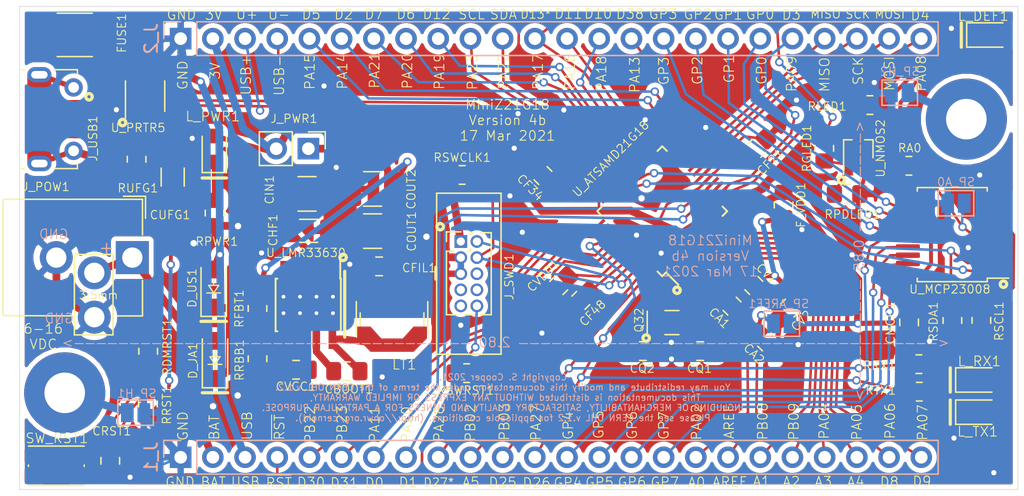
<source format=kicad_pcb>
(kicad_pcb (version 20171130) (host pcbnew "(5.1.8-0-10_14)")

  (general
    (thickness 1.6)
    (drawings 109)
    (tracks 655)
    (zones 0)
    (modules 64)
    (nets 83)
  )

  (page USLedger)
  (title_block
    (date 2019-12-29)
  )

  (layers
    (0 F.Cu signal)
    (31 B.Cu signal)
    (32 B.Adhes user hide)
    (33 F.Adhes user hide)
    (34 B.Paste user hide)
    (35 F.Paste user hide)
    (36 B.SilkS user)
    (37 F.SilkS user)
    (38 B.Mask user hide)
    (39 F.Mask user hide)
    (40 Dwgs.User user hide)
    (41 Cmts.User user hide)
    (42 Eco1.User user hide)
    (43 Eco2.User user hide)
    (44 Edge.Cuts user)
    (45 Margin user hide)
    (46 B.CrtYd user hide)
    (47 F.CrtYd user)
    (48 B.Fab user hide)
    (49 F.Fab user hide)
  )

  (setup
    (last_trace_width 0.2032)
    (trace_clearance 0.1778)
    (zone_clearance 0.381)
    (zone_45_only no)
    (trace_min 0.1778)
    (via_size 0.6604)
    (via_drill 0.4064)
    (via_min_size 0.4064)
    (via_min_drill 0.3556)
    (uvia_size 0.3)
    (uvia_drill 0.1)
    (uvias_allowed no)
    (uvia_min_size 0.2)
    (uvia_min_drill 0.1)
    (edge_width 0.05)
    (segment_width 0.2)
    (pcb_text_width 0.3)
    (pcb_text_size 1.5 1.5)
    (mod_edge_width 0.12)
    (mod_text_size 0.5 0.5)
    (mod_text_width 0.07)
    (pad_size 2.2 2.2)
    (pad_drill 2.2)
    (pad_to_mask_clearance 0.0254)
    (solder_mask_min_width 0.0254)
    (aux_axis_origin 0 0)
    (visible_elements FEFDFF7F)
    (pcbplotparams
      (layerselection 0x010fc_ffffffff)
      (usegerberextensions false)
      (usegerberattributes false)
      (usegerberadvancedattributes false)
      (creategerberjobfile false)
      (excludeedgelayer true)
      (linewidth 0.100000)
      (plotframeref false)
      (viasonmask false)
      (mode 1)
      (useauxorigin false)
      (hpglpennumber 1)
      (hpglpenspeed 20)
      (hpglpendiameter 15.000000)
      (psnegative false)
      (psa4output false)
      (plotreference true)
      (plotvalue true)
      (plotinvisibletext false)
      (padsonsilk false)
      (subtractmaskfromsilk false)
      (outputformat 4)
      (mirror false)
      (drillshape 0)
      (scaleselection 1)
      (outputdirectory ""))
  )

  (net 0 "")
  (net 1 GND)
  (net 2 +3V3)
  (net 3 PA12-MISO)
  (net 4 ~RESET~)
  (net 5 "Net-(H1-Pad1)")
  (net 6 "Net-(H2-Pad1)")
  (net 7 "Net-(L_DEF1-Pad1)")
  (net 8 "Net-(L_PWR1-Pad1)")
  (net 9 PB11-SCK)
  (net 10 PB10-MOSI)
  (net 11 "Net-(CUFG1-Pad1)")
  (net 12 PA23-SCL)
  (net 13 PA22-SDA)
  (net 14 "Net-(FUSE1-Pad2)")
  (net 15 "Net-(J_USB1-Pad4)")
  (net 16 "Net-(L_RX1-Pad1)")
  (net 17 "Net-(L_TX1-Pad1)")
  (net 18 "Net-(RLED1-Pad1)")
  (net 19 PWR_JACK)
  (net 20 PWR_USB)
  (net 21 PA25-USBD+)
  (net 22 PA24-USBD-)
  (net 23 GP0)
  (net 24 GP7)
  (net 25 GP6)
  (net 26 GP5)
  (net 27 GP4)
  (net 28 GP1)
  (net 29 GP2)
  (net 30 GP3)
  (net 31 /3REG)
  (net 32 "Net-(J_SWD1-Pad10)")
  (net 33 "Net-(J_SWD1-Pad9)")
  (net 34 "Net-(J_SWD1-Pad8)")
  (net 35 "Net-(J_SWD1-Pad7)")
  (net 36 "Net-(J_SWD1-Pad6)")
  (net 37 "Net-(CQ1-Pad1)")
  (net 38 "Net-(CQ2-Pad2)")
  (net 39 "Net-(CV1-Pad1)")
  (net 40 "Net-(CVDD1-Pad2)")
  (net 41 "Net-(U_MCP23008-Pad7)")
  (net 42 "Net-(U_MCP23008-Pad8)")
  (net 43 "Net-(U_MCP23008-Pad10)")
  (net 44 "Net-(U_MCP23008-Pad11)")
  (net 45 "Net-(RA0-Pad1)")
  (net 46 "Net-(RGLED1-Pad1)")
  (net 47 PA03-D42-AREF)
  (net 48 PA07-D09-I2S)
  (net 49 PA06-D08)
  (net 50 PA05-D18-A4)
  (net 51 PA04-D17-A3)
  (net 52 PB09-D16-A2)
  (net 53 PB08-D15-A1)
  (net 54 PA02-D14-A0)
  (net 55 PA27-D26-LTX)
  (net 56 PB03-D25-LRX)
  (net 57 PB02-D19-A5)
  (net 58 PA28-D27-USBENA)
  (net 59 PB23-D31)
  (net 60 PB22-D30)
  (net 61 PA11-D00-RX1)
  (net 62 PA10-D01-TX1)
  (net 63 PA08-D04-NMI)
  (net 64 PA09-D03)
  (net 65 PA13-D38)
  (net 66 PA14-D02)
  (net 67 PA15-D05)
  (net 68 PA17-D13-DEFLED)
  (net 69 PA19-D12)
  (net 70 PA20-D06)
  (net 71 PA16-D11-TX2)
  (net 72 PA18-D10-RX2)
  (net 73 PA21-D07)
  (net 74 /PA31-SWDIO)
  (net 75 /PA30-SWDCLK)
  (net 76 "Net-(RDMRST1-Pad1)")
  (net 77 "Net-(U_LMR33630-Pad4)")
  (net 78 /BOOT)
  (net 79 /SW)
  (net 80 /VIN)
  (net 81 /VCC)
  (net 82 /FB)

  (net_class Default "This is the default net class."
    (clearance 0.1778)
    (trace_width 0.2032)
    (via_dia 0.6604)
    (via_drill 0.4064)
    (uvia_dia 0.3)
    (uvia_drill 0.1)
    (diff_pair_width 0.2032)
    (diff_pair_gap 0.25)
    (add_net +3V3)
    (add_net /3REG)
    (add_net /BOOT)
    (add_net /FB)
    (add_net /PA30-SWDCLK)
    (add_net /PA31-SWDIO)
    (add_net /SW)
    (add_net /VCC)
    (add_net /VIN)
    (add_net GND)
    (add_net GP0)
    (add_net GP1)
    (add_net GP2)
    (add_net GP3)
    (add_net GP4)
    (add_net GP5)
    (add_net GP6)
    (add_net GP7)
    (add_net "Net-(CQ1-Pad1)")
    (add_net "Net-(CQ2-Pad2)")
    (add_net "Net-(CUFG1-Pad1)")
    (add_net "Net-(CV1-Pad1)")
    (add_net "Net-(CVDD1-Pad2)")
    (add_net "Net-(FUSE1-Pad2)")
    (add_net "Net-(H1-Pad1)")
    (add_net "Net-(H2-Pad1)")
    (add_net "Net-(J_SWD1-Pad10)")
    (add_net "Net-(J_SWD1-Pad6)")
    (add_net "Net-(J_SWD1-Pad7)")
    (add_net "Net-(J_SWD1-Pad8)")
    (add_net "Net-(J_SWD1-Pad9)")
    (add_net "Net-(J_USB1-Pad4)")
    (add_net "Net-(L_DEF1-Pad1)")
    (add_net "Net-(L_PWR1-Pad1)")
    (add_net "Net-(L_RX1-Pad1)")
    (add_net "Net-(L_TX1-Pad1)")
    (add_net "Net-(RA0-Pad1)")
    (add_net "Net-(RDMRST1-Pad1)")
    (add_net "Net-(RGLED1-Pad1)")
    (add_net "Net-(RLED1-Pad1)")
    (add_net "Net-(U_LMR33630-Pad4)")
    (add_net "Net-(U_MCP23008-Pad10)")
    (add_net "Net-(U_MCP23008-Pad11)")
    (add_net "Net-(U_MCP23008-Pad7)")
    (add_net "Net-(U_MCP23008-Pad8)")
    (add_net PA02-D14-A0)
    (add_net PA03-D42-AREF)
    (add_net PA04-D17-A3)
    (add_net PA05-D18-A4)
    (add_net PA06-D08)
    (add_net PA07-D09-I2S)
    (add_net PA08-D04-NMI)
    (add_net PA09-D03)
    (add_net PA10-D01-TX1)
    (add_net PA11-D00-RX1)
    (add_net PA12-MISO)
    (add_net PA13-D38)
    (add_net PA14-D02)
    (add_net PA15-D05)
    (add_net PA16-D11-TX2)
    (add_net PA17-D13-DEFLED)
    (add_net PA18-D10-RX2)
    (add_net PA19-D12)
    (add_net PA20-D06)
    (add_net PA21-D07)
    (add_net PA22-SDA)
    (add_net PA23-SCL)
    (add_net PA24-USBD-)
    (add_net PA25-USBD+)
    (add_net PA27-D26-LTX)
    (add_net PA28-D27-USBENA)
    (add_net PB02-D19-A5)
    (add_net PB03-D25-LRX)
    (add_net PB08-D15-A1)
    (add_net PB09-D16-A2)
    (add_net PB10-MOSI)
    (add_net PB11-SCK)
    (add_net PB22-D30)
    (add_net PB23-D31)
    (add_net PWR_JACK)
    (add_net PWR_USB)
    (add_net ~RESET~)
  )

  (module Capacitor_SMD:C_1206_3216Metric (layer F.Cu) (tedit 6031F347) (tstamp 6048445D)
    (at 22.79904 17.70126 180)
    (descr "Capacitor SMD 1206 (3216 Metric), square (rectangular) end terminal, IPC_7351 nominal, (Body size source: IPC-SM-782 page 76, https://www.pcb-3d.com/wordpress/wp-content/uploads/ipc-sm-782a_amendment_1_and_2.pdf), generated with kicad-footprint-generator")
    (tags capacitor)
    (path /5D3721C3)
    (attr smd)
    (fp_text reference CHF1 (at 2.80924 0.06096 90) (layer F.SilkS)
      (effects (font (size 0.6604 0.6604) (thickness 0.0762)))
    )
    (fp_text value "0.22uf 50V X7R" (at -0.0508 1.1684) (layer F.Fab) hide
      (effects (font (size 0.3048 0.3048) (thickness 0.0508)))
    )
    (fp_line (start 2.3 1.15) (end -2.3 1.15) (layer F.CrtYd) (width 0.05))
    (fp_line (start 2.3 -1.15) (end 2.3 1.15) (layer F.CrtYd) (width 0.05))
    (fp_line (start -2.3 -1.15) (end 2.3 -1.15) (layer F.CrtYd) (width 0.05))
    (fp_line (start -2.3 1.15) (end -2.3 -1.15) (layer F.CrtYd) (width 0.05))
    (fp_line (start -0.711252 0.91) (end 0.711252 0.91) (layer F.SilkS) (width 0.12))
    (fp_line (start -0.711252 -0.91) (end 0.711252 -0.91) (layer F.SilkS) (width 0.12))
    (fp_line (start 1.6 0.8) (end -1.6 0.8) (layer F.Fab) (width 0.1))
    (fp_line (start 1.6 -0.8) (end 1.6 0.8) (layer F.Fab) (width 0.1))
    (fp_line (start -1.6 -0.8) (end 1.6 -0.8) (layer F.Fab) (width 0.1))
    (fp_line (start -1.6 0.8) (end -1.6 -0.8) (layer F.Fab) (width 0.1))
    (fp_text user %R (at 0 0) (layer F.Fab) hide
      (effects (font (size 0.5 0.5) (thickness 0.08)))
    )
    (pad 2 smd roundrect (at 1.475 0 180) (size 1.15 1.8) (layers F.Cu F.Paste F.Mask) (roundrect_rratio 0.217391)
      (net 80 /VIN))
    (pad 1 smd roundrect (at -1.475 0 180) (size 1.15 1.8) (layers F.Cu F.Paste F.Mask) (roundrect_rratio 0.217391)
      (net 1 GND))
    (model ${KISYS3DMOD}/Capacitor_SMD.3dshapes/C_1206_3216Metric.wrl
      (at (xyz 0 0 0))
      (scale (xyz 1 1 1))
      (rotate (xyz 0 0 0))
    )
  )

  (module Package_SO:Texas_HSOP-8-1EP_3.9x4.9mm_P1.27mm_ThermalVias (layer F.Cu) (tedit 604FEF28) (tstamp 60484508)
    (at 22.76348 23.5458 270)
    (descr "Texas Instruments HSOP 9, 1.27mm pitch, 3.9x4.9mm body, exposed pad, thermal vias, DDA0008J (http://www.ti.com/lit/ds/symlink/tps5430.pdf)")
    (tags "HSOP 1.27")
    (path /6049B6FA)
    (attr smd)
    (fp_text reference U_LMR33630 (at -4.1148 0.18034) (layer F.SilkS)
      (effects (font (size 0.6604 0.6604) (thickness 0.0762)))
    )
    (fp_text value LMR33630CDDA (at 0 2.99 90) (layer F.Fab) hide
      (effects (font (size 0.3048 0.3048) (thickness 0.0508)))
    )
    (fp_poly (pts (xy 1.397 2.413) (xy -1.397 2.413) (xy -1.397 -2.413) (xy 1.397 -2.413)) (layer B.Mask) (width 0.1))
    (fp_circle (center -3.75 -2.75) (end -3.496 -2.75) (layer F.SilkS) (width 0.254))
    (fp_line (start -0.95 -2.45) (end 1.95 -2.45) (layer F.Fab) (width 0.15))
    (fp_line (start 1.95 -2.45) (end 1.95 2.45) (layer F.Fab) (width 0.15))
    (fp_line (start 1.95 2.45) (end -1.95 2.45) (layer F.Fab) (width 0.15))
    (fp_line (start -1.95 2.45) (end -1.95 -1.45) (layer F.Fab) (width 0.15))
    (fp_line (start -1.95 -1.45) (end -0.95 -2.45) (layer F.Fab) (width 0.15))
    (fp_line (start -3.75 -2.75) (end -3.75 2.75) (layer F.CrtYd) (width 0.05))
    (fp_line (start 3.75 -2.75) (end 3.75 2.75) (layer F.CrtYd) (width 0.05))
    (fp_line (start -3.75 -2.75) (end 3.75 -2.75) (layer F.CrtYd) (width 0.05))
    (fp_line (start -3.75 2.75) (end 3.75 2.75) (layer F.CrtYd) (width 0.05))
    (fp_line (start -2.075 -2.575) (end -2.075 -2.525) (layer F.SilkS) (width 0.15))
    (fp_line (start 2.075 -2.575) (end 2.075 -2.43) (layer F.SilkS) (width 0.15))
    (fp_line (start 2.075 2.575) (end 2.075 2.43) (layer F.SilkS) (width 0.15))
    (fp_line (start -2.075 2.575) (end -2.075 2.43) (layer F.SilkS) (width 0.15))
    (fp_line (start -2.075 -2.575) (end 2.075 -2.575) (layer F.SilkS) (width 0.15))
    (fp_line (start -2.075 2.575) (end 2.075 2.575) (layer F.SilkS) (width 0.15))
    (fp_line (start -2.075 -2.525) (end -3.475 -2.525) (layer F.SilkS) (width 0.15))
    (fp_line (start -2.6514 -2.87782) (end 2.54 -2.87782) (layer F.SilkS) (width 0.254))
    (fp_text user %R (at 0 0 90) (layer F.Fab) hide
      (effects (font (size 0.6096 0.6096) (thickness 0.0762)))
    )
    (pad 9 thru_hole circle (at 0.65 1.95 270) (size 0.6 0.6) (drill 0.3) (layers *.Cu)
      (net 1 GND))
    (pad 9 thru_hole circle (at 0.65 0.65 270) (size 0.6 0.6) (drill 0.3) (layers *.Cu)
      (net 1 GND))
    (pad 9 thru_hole circle (at -0.65 0.65 270) (size 0.6 0.6) (drill 0.3) (layers *.Cu)
      (net 1 GND))
    (pad 9 thru_hole circle (at -0.65 1.95 270) (size 0.6 0.6) (drill 0.3) (layers *.Cu)
      (net 1 GND))
    (pad 9 thru_hole circle (at 0.65 -1.95 270) (size 0.6 0.6) (drill 0.3) (layers *.Cu)
      (net 1 GND))
    (pad 9 thru_hole circle (at 0.65 -0.65 270) (size 0.6 0.6) (drill 0.3) (layers *.Cu)
      (net 1 GND))
    (pad 9 thru_hole circle (at -0.65 -0.65 270) (size 0.6 0.6) (drill 0.3) (layers *.Cu)
      (net 1 GND))
    (pad 9 thru_hole circle (at -0.65 -1.95 270) (size 0.6 0.6) (drill 0.3) (layers *.Cu)
      (net 1 GND))
    (pad "" smd rect (at 0 0 270) (size 2.6 3.1) (layers F.Mask))
    (pad "" smd rect (at 0 0 270) (size 2.6 3.1) (layers F.Paste))
    (pad 8 smd rect (at 2.7 -1.905 270) (size 1.55 0.6) (layers F.Cu F.Paste F.Mask)
      (net 79 /SW))
    (pad 7 smd rect (at 2.7 -0.635 270) (size 1.55 0.6) (layers F.Cu F.Paste F.Mask)
      (net 78 /BOOT))
    (pad 6 smd rect (at 2.7 0.635 270) (size 1.55 0.6) (layers F.Cu F.Paste F.Mask)
      (net 81 /VCC))
    (pad 5 smd rect (at 2.7 1.905 270) (size 1.55 0.6) (layers F.Cu F.Paste F.Mask)
      (net 82 /FB))
    (pad 4 smd rect (at -2.7 1.905 270) (size 1.55 0.6) (layers F.Cu F.Paste F.Mask)
      (net 77 "Net-(U_LMR33630-Pad4)"))
    (pad 3 smd rect (at -2.7 0.635 270) (size 1.55 0.6) (layers F.Cu F.Paste F.Mask)
      (net 80 /VIN))
    (pad 2 smd rect (at -2.7 -0.635 270) (size 1.55 0.6) (layers F.Cu F.Paste F.Mask)
      (net 80 /VIN))
    (pad 1 smd rect (at -2.7 -1.905 270) (size 1.55 0.6) (layers F.Cu F.Paste F.Mask)
      (net 1 GND))
    (pad 9 smd rect (at 0 0 270) (size 2.95 4.9) (layers B.Cu)
      (net 1 GND))
    (pad 9 smd rect (at 0 0 270) (size 2.95 4.9) (layers F.Cu)
      (net 1 GND))
    (model ${KISYS3DMOD}/Package_SO.3dshapes/HTSOP-8-1EP_3.9x4.9mm_Pitch1.27mm.wrl
      (at (xyz 0 0 0))
      (scale (xyz 1 1 1))
      (rotate (xyz 0 0 0))
    )
  )

  (module z21g:L_Coil5030 (layer F.Cu) (tedit 604FEC67) (tstamp 604844BC)
    (at 29.3751 24.68372 90)
    (descr "Shielded 5030")
    (tags inductor)
    (path /5D36CA4F)
    (attr smd)
    (fp_text reference LT1 (at -3.57124 0.95758 180) (layer F.SilkS)
      (effects (font (size 0.762 0.762) (thickness 0.0762)))
    )
    (fp_text value 1.2uH (at 0.01 3.27 90) (layer F.Fab) hide
      (effects (font (size 0.3048 0.3048) (thickness 0.0508)))
    )
    (fp_line (start -1.397 -2.8194) (end 1.397 -2.8194) (layer F.SilkS) (width 0.12))
    (fp_line (start -1.397 2.8194) (end 1.397 2.8194) (layer F.SilkS) (width 0.12))
    (fp_line (start -3.01 1.8) (end -3.01 -1.8) (layer F.CrtYd) (width 0.05))
    (fp_line (start -1.8 3.01) (end -3.01 1.8) (layer F.CrtYd) (width 0.05))
    (fp_line (start 1.8 3.01) (end -1.8 3.01) (layer F.CrtYd) (width 0.05))
    (fp_line (start 3.01 1.8) (end 1.8 3.01) (layer F.CrtYd) (width 0.05))
    (fp_line (start 3.01 -1.8) (end 3.01 1.8) (layer F.CrtYd) (width 0.05))
    (fp_line (start 1.8 -3.01) (end 3.01 -1.8) (layer F.CrtYd) (width 0.05))
    (fp_line (start -1.8 -3.01) (end 1.8 -3.01) (layer F.CrtYd) (width 0.05))
    (fp_line (start -3.01 -1.8) (end -1.8 -3.01) (layer F.CrtYd) (width 0.05))
    (fp_line (start -2.4 1.4) (end -1.4 2.4) (layer F.Fab) (width 0.1))
    (fp_line (start 2.4 1.4) (end 1.4 2.4) (layer F.Fab) (width 0.1))
    (fp_line (start 1.4 -2.4) (end 2.4 -1.4) (layer F.Fab) (width 0.1))
    (fp_line (start -2.4 -1.4) (end -1.4 -2.4) (layer F.Fab) (width 0.1))
    (fp_line (start -2.4 1.4) (end -2.4 -1.4) (layer F.Fab) (width 0.1))
    (fp_line (start 1.4 2.4) (end -1.4 2.4) (layer F.Fab) (width 0.1))
    (fp_line (start 2.4 -1.4) (end 2.4 1.4) (layer F.Fab) (width 0.1))
    (fp_line (start -1.4 -2.4) (end 1.4 -2.4) (layer F.Fab) (width 0.1))
    (fp_line (start -0.508 2.5146) (end 0.508 2.5146) (layer F.SilkS) (width 0.12))
    (fp_line (start -0.508 -2.5146) (end 0.508 -2.5146) (layer F.SilkS) (width 0.12))
    (fp_text user %R (at 0.0635 -0.39116 90) (layer F.Fab) hide
      (effects (font (size 0.3048 0.3048) (thickness 0.0508)))
    )
    (pad 1 smd custom (at -2.032 0 90) (size 1.055 3.4) (layers F.Cu F.Paste F.Mask)
      (net 79 /SW) (zone_connect 2)
      (options (clearance outline) (anchor rect))
      (primitives
        (gr_poly (pts
           (xy 1.4675 -1.7) (xy 0.5275 -0.8445) (xy 0.5275 0.8445) (xy 1.4675 1.7) (xy 1.4675 2.755)
           (xy 0.5275 2.755) (xy -0.5275 1.7) (xy -0.5275 -1.7) (xy 0.5275 -2.755) (xy 1.4675 -2.755)
) (width 0))
      ))
    (pad 2 smd custom (at 2.03962 0 90) (size 1.055 3.4) (layers F.Cu F.Paste F.Mask)
      (net 31 /3REG) (zone_connect 2)
      (options (clearance outline) (anchor rect))
      (primitives
        (gr_poly (pts
           (xy -1.4675 -1.7) (xy -0.5275 -0.8445) (xy -0.5275 0.8445) (xy -1.4675 1.7) (xy -1.4675 2.755)
           (xy -0.5275 2.755) (xy 0.5275 1.7) (xy 0.5275 -1.7) (xy -0.5275 -2.755) (xy -1.4675 -2.755)
) (width 0))
      ))
    (model ${KISYS3DMOD}/Inductor_SMD.3dshapes/L_Coilcraft_LPS5030.wrl
      (at (xyz 0 0 0))
      (scale (xyz 1 1 1))
      (rotate (xyz 0 0 0))
    )
  )

  (module z21g:ARM_JTAG_2x05_P1.27mm_Vertical (layer F.Cu) (tedit 600DE77A) (tstamp 600BC42B)
    (at 34.798 18.542)
    (descr "Through hole straight pin header, 2x05, 1.27mm pitch, double rows")
    (tags "Through hole pin header THT 2x05 1.27mm double row")
    (path /5E933E0B)
    (fp_text reference J_SWD1 (at 3.81 2.794 90) (layer F.SilkS)
      (effects (font (size 0.6604 0.6604) (thickness 0.0762)))
    )
    (fp_text value Conn_ARM_JTAG_SWD_10 (at 2.794 2.54 90) (layer F.Fab) hide
      (effects (font (size 0.3048 0.3048) (thickness 0.0508)))
    )
    (fp_line (start -1.905 8.89) (end -1.905 -3.81) (layer F.SilkS) (width 0.12))
    (fp_line (start 3.175 8.89) (end -1.905 8.89) (layer F.SilkS) (width 0.12))
    (fp_line (start 3.175 -3.81) (end 3.175 8.89) (layer F.SilkS) (width 0.12))
    (fp_line (start -1.905 -3.81) (end 3.175 -3.81) (layer F.SilkS) (width 0.12))
    (fp_line (start 3.175 -3.81) (end -1.905 -3.81) (layer F.CrtYd) (width 0.05))
    (fp_line (start 3.175 8.89) (end 3.175 -3.81) (layer F.CrtYd) (width 0.05))
    (fp_line (start -1.905 8.89) (end 3.175 8.89) (layer F.CrtYd) (width 0.05))
    (fp_line (start -1.905 -3.81) (end -1.905 8.89) (layer F.CrtYd) (width 0.05))
    (fp_line (start -1.13 -0.76) (end 0 -0.76) (layer F.SilkS) (width 0.12))
    (fp_line (start -1.13 0) (end -1.13 -0.76) (layer F.SilkS) (width 0.12))
    (fp_line (start 1.57753 -0.695) (end 2.4 -0.695) (layer F.SilkS) (width 0.12))
    (fp_line (start 0.76 -0.695) (end 0.96247 -0.695) (layer F.SilkS) (width 0.12))
    (fp_line (start 0.76 -0.563471) (end 0.76 -0.695) (layer F.SilkS) (width 0.12))
    (fp_line (start 0.76 0.706529) (end 0.76 0.563471) (layer F.SilkS) (width 0.12))
    (fp_line (start 0.563471 0.76) (end 0.706529 0.76) (layer F.SilkS) (width 0.12))
    (fp_line (start -1.13 0.76) (end -0.563471 0.76) (layer F.SilkS) (width 0.12))
    (fp_line (start 2.4 -0.695) (end 2.4 5.775) (layer F.SilkS) (width 0.12))
    (fp_line (start -1.13 0.76) (end -1.13 5.775) (layer F.SilkS) (width 0.12))
    (fp_line (start 0.30753 5.775) (end 0.96247 5.775) (layer F.SilkS) (width 0.12))
    (fp_line (start 1.57753 5.775) (end 2.4 5.775) (layer F.SilkS) (width 0.12))
    (fp_line (start -1.13 5.775) (end -0.30753 5.775) (layer F.SilkS) (width 0.12))
    (fp_line (start -1.07 0.2175) (end -0.2175 -0.635) (layer F.Fab) (width 0.1))
    (fp_line (start -1.07 5.715) (end -1.07 0.2175) (layer F.Fab) (width 0.1))
    (fp_line (start 2.34 5.715) (end -1.07 5.715) (layer F.Fab) (width 0.1))
    (fp_line (start 2.34 -0.635) (end 2.34 5.715) (layer F.Fab) (width 0.1))
    (fp_line (start -0.2175 -0.635) (end 2.34 -0.635) (layer F.Fab) (width 0.1))
    (fp_circle (center -1.6256 -1.1684) (end -1.3716 -1.1684) (layer F.SilkS) (width 0.254))
    (fp_line (start -1.96342 2.96926) (end -1.96342 2.02946) (layer F.SilkS) (width 0.254))
    (fp_text user %R (at 0.635 2.54 90) (layer F.Fab) hide
      (effects (font (size 0.3048 0.3048) (thickness 0.0508)))
    )
    (pad 1 thru_hole rect (at 0 0) (size 1 1) (drill 0.65) (layers *.Cu *.Mask)
      (net 2 +3V3))
    (pad 2 thru_hole oval (at 1.27 0) (size 1 1) (drill 0.65) (layers *.Cu *.Mask)
      (net 74 /PA31-SWDIO))
    (pad 3 thru_hole oval (at 0 1.27) (size 1 1) (drill 0.65) (layers *.Cu *.Mask)
      (net 1 GND))
    (pad 4 thru_hole oval (at 1.27 1.27) (size 1 1) (drill 0.65) (layers *.Cu *.Mask)
      (net 75 /PA30-SWDCLK))
    (pad 5 thru_hole oval (at 0 2.54) (size 1 1) (drill 0.65) (layers *.Cu *.Mask)
      (net 1 GND))
    (pad 6 thru_hole oval (at 1.27 2.54) (size 1 1) (drill 0.65) (layers *.Cu *.Mask)
      (net 36 "Net-(J_SWD1-Pad6)"))
    (pad 7 thru_hole oval (at 0 3.81) (size 1 1) (drill 0.65) (layers *.Cu *.Mask)
      (net 35 "Net-(J_SWD1-Pad7)"))
    (pad 8 thru_hole oval (at 1.27 3.81) (size 1 1) (drill 0.65) (layers *.Cu *.Mask)
      (net 34 "Net-(J_SWD1-Pad8)"))
    (pad 9 thru_hole oval (at 0 5.08) (size 1 1) (drill 0.65) (layers *.Cu *.Mask)
      (net 33 "Net-(J_SWD1-Pad9)"))
    (pad 10 thru_hole oval (at 1.27 5.08) (size 1 1) (drill 0.65) (layers *.Cu *.Mask)
      (net 32 "Net-(J_SWD1-Pad10)"))
    (model ${KISYS3DMOD}/Connector_PinHeader_1.27mm.3dshapes/PinHeader_2x05_P1.27mm_Vertical.wrl
      (at (xyz 0 0 0))
      (scale (xyz 1 1 1))
      (rotate (xyz 0 0 0))
    )
  )

  (module Jumper:SolderJumper-2_P1.3mm_Open_Pad1.0x1.5mm (layer B.Cu) (tedit 5FA7A88B) (tstamp 600BB857)
    (at 60.11418 25.02408)
    (descr "SMD Solder Jumper, 1x1.5mm Pads, 0.3mm gap, open")
    (tags "solder jumper open")
    (path /62EE175D)
    (attr virtual)
    (fp_text reference SP_AREF1 (at -0.24638 -1.56972) (layer B.SilkS)
      (effects (font (size 0.6604 0.6604) (thickness 0.0762)) (justify mirror))
    )
    (fp_text value S_AREF (at 0.0508 -1.6256) (layer B.Fab) hide
      (effects (font (size 0.3048 0.3048) (thickness 0.0762)) (justify mirror))
    )
    (fp_line (start -1.4 -1) (end -1.4 1) (layer B.SilkS) (width 0.12))
    (fp_line (start 1.4 -1) (end -1.4 -1) (layer B.SilkS) (width 0.12))
    (fp_line (start 1.4 1) (end 1.4 -1) (layer B.SilkS) (width 0.12))
    (fp_line (start -1.4 1) (end 1.4 1) (layer B.SilkS) (width 0.12))
    (fp_line (start -1.65 1.25) (end 1.65 1.25) (layer B.CrtYd) (width 0.05))
    (fp_line (start -1.65 1.25) (end -1.65 -1.25) (layer B.CrtYd) (width 0.05))
    (fp_line (start 1.65 -1.25) (end 1.65 1.25) (layer B.CrtYd) (width 0.05))
    (fp_line (start 1.65 -1.25) (end -1.65 -1.25) (layer B.CrtYd) (width 0.05))
    (pad 1 smd rect (at -0.65 0) (size 1 1.5) (layers B.Cu B.Mask)
      (net 47 PA03-D42-AREF))
    (pad 2 smd rect (at 0.65 0) (size 1 1.5) (layers B.Cu B.Mask)
      (net 2 +3V3))
  )

  (module Connector_PinHeader_2.54mm:PinHeader_1x24_P2.54mm_Vertical (layer B.Cu) (tedit 59FED5CC) (tstamp 600BB90E)
    (at 12.7 35.56 270)
    (descr "Through hole straight pin header, 1x24, 2.54mm pitch, single row")
    (tags "Through hole pin header THT 1x24 2.54mm single row")
    (path /5E8C2EEE)
    (fp_text reference J_1 (at 0 2.33 90) (layer B.SilkS)
      (effects (font (size 1 1) (thickness 0.15)) (justify mirror))
    )
    (fp_text value Conn_01x24 (at 0 -60.75 90) (layer B.Fab)
      (effects (font (size 1 1) (thickness 0.15)) (justify mirror))
    )
    (fp_line (start 1.8 1.8) (end -1.8 1.8) (layer B.CrtYd) (width 0.05))
    (fp_line (start 1.8 -60.2) (end 1.8 1.8) (layer B.CrtYd) (width 0.05))
    (fp_line (start -1.8 -60.2) (end 1.8 -60.2) (layer B.CrtYd) (width 0.05))
    (fp_line (start -1.8 1.8) (end -1.8 -60.2) (layer B.CrtYd) (width 0.05))
    (fp_line (start -1.33 1.33) (end 0 1.33) (layer B.SilkS) (width 0.12))
    (fp_line (start -1.33 0) (end -1.33 1.33) (layer B.SilkS) (width 0.12))
    (fp_line (start -1.33 -1.27) (end 1.33 -1.27) (layer B.SilkS) (width 0.12))
    (fp_line (start 1.33 -1.27) (end 1.33 -59.75) (layer B.SilkS) (width 0.12))
    (fp_line (start -1.33 -1.27) (end -1.33 -59.75) (layer B.SilkS) (width 0.12))
    (fp_line (start -1.33 -59.75) (end 1.33 -59.75) (layer B.SilkS) (width 0.12))
    (fp_line (start -1.27 0.635) (end -0.635 1.27) (layer B.Fab) (width 0.1))
    (fp_line (start -1.27 -59.69) (end -1.27 0.635) (layer B.Fab) (width 0.1))
    (fp_line (start 1.27 -59.69) (end -1.27 -59.69) (layer B.Fab) (width 0.1))
    (fp_line (start 1.27 1.27) (end 1.27 -59.69) (layer B.Fab) (width 0.1))
    (fp_line (start -0.635 1.27) (end 1.27 1.27) (layer B.Fab) (width 0.1))
    (fp_text user %R (at 0 -29.21 180) (layer B.Fab)
      (effects (font (size 1 1) (thickness 0.15)) (justify mirror))
    )
    (pad 24 thru_hole oval (at 0 -58.42 270) (size 1.7 1.7) (drill 1) (layers *.Cu *.Mask)
      (net 48 PA07-D09-I2S))
    (pad 23 thru_hole oval (at 0 -55.88 270) (size 1.7 1.7) (drill 1) (layers *.Cu *.Mask)
      (net 49 PA06-D08))
    (pad 22 thru_hole oval (at 0 -53.34 270) (size 1.7 1.7) (drill 1) (layers *.Cu *.Mask)
      (net 50 PA05-D18-A4))
    (pad 21 thru_hole oval (at 0 -50.8 270) (size 1.7 1.7) (drill 1) (layers *.Cu *.Mask)
      (net 51 PA04-D17-A3))
    (pad 20 thru_hole oval (at 0 -48.26 270) (size 1.7 1.7) (drill 1) (layers *.Cu *.Mask)
      (net 52 PB09-D16-A2))
    (pad 19 thru_hole oval (at 0 -45.72 270) (size 1.7 1.7) (drill 1) (layers *.Cu *.Mask)
      (net 53 PB08-D15-A1))
    (pad 18 thru_hole oval (at 0 -43.18 270) (size 1.7 1.7) (drill 1) (layers *.Cu *.Mask)
      (net 47 PA03-D42-AREF))
    (pad 17 thru_hole oval (at 0 -40.64 270) (size 1.7 1.7) (drill 1) (layers *.Cu *.Mask)
      (net 54 PA02-D14-A0))
    (pad 16 thru_hole oval (at 0 -38.1 270) (size 1.7 1.7) (drill 1) (layers *.Cu *.Mask)
      (net 24 GP7))
    (pad 15 thru_hole oval (at 0 -35.56 270) (size 1.7 1.7) (drill 1) (layers *.Cu *.Mask)
      (net 25 GP6))
    (pad 14 thru_hole oval (at 0 -33.02 270) (size 1.7 1.7) (drill 1) (layers *.Cu *.Mask)
      (net 26 GP5))
    (pad 13 thru_hole oval (at 0 -30.48 270) (size 1.7 1.7) (drill 1) (layers *.Cu *.Mask)
      (net 27 GP4))
    (pad 12 thru_hole oval (at 0 -27.94 270) (size 1.7 1.7) (drill 1) (layers *.Cu *.Mask)
      (net 55 PA27-D26-LTX))
    (pad 11 thru_hole oval (at 0 -25.4 270) (size 1.7 1.7) (drill 1) (layers *.Cu *.Mask)
      (net 56 PB03-D25-LRX))
    (pad 10 thru_hole oval (at 0 -22.86 270) (size 1.7 1.7) (drill 1) (layers *.Cu *.Mask)
      (net 57 PB02-D19-A5))
    (pad 9 thru_hole oval (at 0 -20.32 270) (size 1.7 1.7) (drill 1) (layers *.Cu *.Mask)
      (net 58 PA28-D27-USBENA))
    (pad 8 thru_hole oval (at 0 -17.78 270) (size 1.7 1.7) (drill 1) (layers *.Cu *.Mask)
      (net 62 PA10-D01-TX1))
    (pad 7 thru_hole oval (at 0 -15.24 270) (size 1.7 1.7) (drill 1) (layers *.Cu *.Mask)
      (net 61 PA11-D00-RX1))
    (pad 6 thru_hole oval (at 0 -12.7 270) (size 1.7 1.7) (drill 1) (layers *.Cu *.Mask)
      (net 59 PB23-D31))
    (pad 5 thru_hole oval (at 0 -10.16 270) (size 1.7 1.7) (drill 1) (layers *.Cu *.Mask)
      (net 60 PB22-D30))
    (pad 4 thru_hole oval (at 0 -7.62 270) (size 1.7 1.7) (drill 1) (layers *.Cu *.Mask)
      (net 4 ~RESET~))
    (pad 3 thru_hole oval (at 0 -5.08 270) (size 1.7 1.7) (drill 1) (layers *.Cu *.Mask)
      (net 20 PWR_USB))
    (pad 2 thru_hole oval (at 0 -2.54 270) (size 1.7 1.7) (drill 1) (layers *.Cu *.Mask)
      (net 19 PWR_JACK))
    (pad 1 thru_hole rect (at 0 0 270) (size 1.7 1.7) (drill 1) (layers *.Cu *.Mask)
      (net 1 GND))
    (model ${KISYS3DMOD}/Connector_PinHeader_2.54mm.3dshapes/PinHeader_1x24_P2.54mm_Vertical.wrl
      (at (xyz 0 0 0))
      (scale (xyz 1 1 1))
      (rotate (xyz 0 0 0))
    )
  )

  (module Resistor_SMD:R_0805_2012Metric_Pad1.20x1.40mm_HandSolder (layer F.Cu) (tedit 5FA7A271) (tstamp 600BC4C6)
    (at 75.85964 24.765 270)
    (descr "Resistor SMD 0805 (2012 Metric), square (rectangular) end terminal, IPC_7351 nominal with elongated pad for handsoldering. (Body size source: IPC-SM-782 page 72, https://www.pcb-3d.com/wordpress/wp-content/uploads/ipc-sm-782a_amendment_1_and_2.pdf), generated with kicad-footprint-generator")
    (tags "resistor handsolder")
    (path /701D2BEE)
    (attr smd)
    (fp_text reference RSCL1 (at 0.0635 -1.40208 90) (layer F.SilkS)
      (effects (font (size 0.6604 0.6604) (thickness 0.0762)))
    )
    (fp_text value 4.7K (at 0 1.27 90) (layer F.Fab) hide
      (effects (font (size 0.3048 0.3048) (thickness 0.0508)))
    )
    (fp_line (start 1.85 0.95) (end -1.85 0.95) (layer F.CrtYd) (width 0.05))
    (fp_line (start 1.85 -0.95) (end 1.85 0.95) (layer F.CrtYd) (width 0.05))
    (fp_line (start -1.85 -0.95) (end 1.85 -0.95) (layer F.CrtYd) (width 0.05))
    (fp_line (start -1.85 0.95) (end -1.85 -0.95) (layer F.CrtYd) (width 0.05))
    (fp_line (start -0.227064 0.735) (end 0.227064 0.735) (layer F.SilkS) (width 0.12))
    (fp_line (start -0.227064 -0.735) (end 0.227064 -0.735) (layer F.SilkS) (width 0.12))
    (fp_line (start 1 0.625) (end -1 0.625) (layer F.Fab) (width 0.1))
    (fp_line (start 1 -0.625) (end 1 0.625) (layer F.Fab) (width 0.1))
    (fp_line (start -1 -0.625) (end 1 -0.625) (layer F.Fab) (width 0.1))
    (fp_line (start -1 0.625) (end -1 -0.625) (layer F.Fab) (width 0.1))
    (fp_text user %R (at 0 0.2032 90) (layer F.Fab) hide
      (effects (font (size 0.5 0.5) (thickness 0.08)))
    )
    (pad 2 smd roundrect (at 1 0 270) (size 1.2 1.4) (layers F.Cu F.Paste F.Mask) (roundrect_rratio 0.208333)
      (net 2 +3V3))
    (pad 1 smd roundrect (at -1 0 270) (size 1.2 1.4) (layers F.Cu F.Paste F.Mask) (roundrect_rratio 0.208333)
      (net 12 PA23-SCL))
    (model ${KISYS3DMOD}/Resistor_SMD.3dshapes/R_0805_2012Metric.wrl
      (at (xyz 0 0 0))
      (scale (xyz 1 1 1))
      (rotate (xyz 0 0 0))
    )
  )

  (module Package_TO_SOT_SMD:SOT-323_SC-70_Handsoldering (layer F.Cu) (tedit 5FC5E9DF) (tstamp 600BC48C)
    (at 66.1543 11.25474 90)
    (descr "SOT-323, SC-70 Handsoldering")
    (tags "SOT-323 SC-70 Handsoldering")
    (path /5D995BE1)
    (attr smd)
    (fp_text reference U_NMOS2 (at 0.05842 1.74752 90) (layer F.SilkS)
      (effects (font (size 0.6604 0.6604) (thickness 0.0762)))
    )
    (fp_text value 2N7002PW.115 (at 0 1.6256 90) (layer F.Fab) hide
      (effects (font (size 0.3048 0.3048) (thickness 0.0762)))
    )
    (fp_circle (center -2.4384 -1.3208) (end -2.1844 -1.3208) (layer F.SilkS) (width 0.254))
    (fp_line (start 0.735 0.5) (end 0.735 1.16) (layer F.SilkS) (width 0.12))
    (fp_line (start 0.735 -1.17) (end 0.735 -0.5) (layer F.SilkS) (width 0.12))
    (fp_line (start 2.4 1.3) (end -2.4 1.3) (layer F.CrtYd) (width 0.05))
    (fp_line (start 2.4 -1.3) (end 2.4 1.3) (layer F.CrtYd) (width 0.05))
    (fp_line (start -2.4 -1.3) (end 2.4 -1.3) (layer F.CrtYd) (width 0.05))
    (fp_line (start -2.4 1.3) (end -2.4 -1.3) (layer F.CrtYd) (width 0.05))
    (fp_line (start 0.735 -1.16) (end -2 -1.16) (layer F.SilkS) (width 0.12))
    (fp_line (start -0.675 1.16) (end 0.735 1.16) (layer F.SilkS) (width 0.12))
    (fp_line (start 0.675 -1.1) (end -0.175 -1.1) (layer F.Fab) (width 0.1))
    (fp_line (start -0.675 -0.6) (end -0.675 1.1) (layer F.Fab) (width 0.1))
    (fp_line (start 0.675 -1.1) (end 0.675 1.1) (layer F.Fab) (width 0.1))
    (fp_line (start 0.675 1.1) (end -0.675 1.1) (layer F.Fab) (width 0.1))
    (fp_line (start -0.175 -1.1) (end -0.675 -0.6) (layer F.Fab) (width 0.1))
    (fp_text user %R (at 0 0) (layer F.Fab) hide
      (effects (font (size 0.5 0.5) (thickness 0.075)))
    )
    (pad 3 smd rect (at 1.23 0) (size 0.75 1.7) (layers F.Cu F.Paste F.Mask)
      (net 18 "Net-(RLED1-Pad1)"))
    (pad 2 smd rect (at -1.23 0.75) (size 0.65 1.7) (layers F.Cu F.Paste F.Mask)
      (net 1 GND))
    (pad 1 smd rect (at -1.23 -0.75) (size 0.65 1.7) (layers F.Cu F.Paste F.Mask)
      (net 46 "Net-(RGLED1-Pad1)"))
    (model ${KISYS3DMOD}/Package_TO_SOT_SMD.3dshapes/SOT-323_SC-70.wrl
      (at (xyz 0 0 0))
      (scale (xyz 1 1 1))
      (rotate (xyz 0 0 0))
    )
  )

  (module Button_Switch_SMD:SW_Push_1P1T_NO_CK_KMR2 (layer F.Cu) (tedit 5FB39A3E) (tstamp 6011732B)
    (at 2.89306 36.22802 180)
    (descr "CK components KMR2 tactile switch http://www.ckswitches.com/media/1479/kmr2.pdf")
    (tags "tactile switch kmr2")
    (path /5E9DF52D)
    (attr smd)
    (fp_text reference SW_RST1 (at -0.04826 2.16662) (layer F.SilkS)
      (effects (font (size 0.762 0.762) (thickness 0.0762)))
    )
    (fp_text value SW_SPST (at 0.0254 2.0574) (layer F.Fab)
      (effects (font (size 0.3048 0.3048) (thickness 0.0508)))
    )
    (fp_line (start -2.1 -1.4) (end 2.1 -1.4) (layer F.Fab) (width 0.1))
    (fp_line (start 2.1 -1.4) (end 2.1 1.4) (layer F.Fab) (width 0.1))
    (fp_line (start 2.1 1.4) (end -2.1 1.4) (layer F.Fab) (width 0.1))
    (fp_line (start -2.1 1.4) (end -2.1 -1.4) (layer F.Fab) (width 0.1))
    (fp_line (start 2.2 0.05) (end 2.2 -0.05) (layer F.SilkS) (width 0.12))
    (fp_line (start -2.8 -1.8) (end 2.8 -1.8) (layer F.CrtYd) (width 0.05))
    (fp_line (start 2.8 -1.8) (end 2.8 1.8) (layer F.CrtYd) (width 0.05))
    (fp_line (start 2.8 1.8) (end -2.8 1.8) (layer F.CrtYd) (width 0.05))
    (fp_line (start -2.8 1.8) (end -2.8 -1.8) (layer F.CrtYd) (width 0.05))
    (fp_circle (center 0 0) (end 0 0.8) (layer F.Fab) (width 0.1))
    (fp_line (start -2.2 1.55) (end 2.2 1.55) (layer F.SilkS) (width 0.12))
    (fp_line (start 2.2 -1.55) (end -2.2 -1.55) (layer F.SilkS) (width 0.12))
    (fp_line (start -2.2 0.05) (end -2.2 -0.05) (layer F.SilkS) (width 0.12))
    (fp_text user %R (at 0.5334 -2.413) (layer F.Fab) hide
      (effects (font (size 0.508 0.508) (thickness 0.0508)))
    )
    (pad 2 smd rect (at 2.05 0.8 180) (size 0.9 1) (layers F.Cu F.Paste F.Mask)
      (net 76 "Net-(RDMRST1-Pad1)"))
    (pad 1 smd rect (at 2.05 -0.8 180) (size 0.9 1) (layers F.Cu F.Paste F.Mask)
      (net 1 GND))
    (pad 2 smd rect (at -2.05 0.8 180) (size 0.9 1) (layers F.Cu F.Paste F.Mask)
      (net 76 "Net-(RDMRST1-Pad1)"))
    (pad 1 smd rect (at -2.05 -0.8 180) (size 0.9 1) (layers F.Cu F.Paste F.Mask)
      (net 1 GND))
    (model ${KISYS3DMOD}/Button_Switch_SMD.3dshapes/SW_Push_1P1T_NO_CK_KMR2.wrl
      (at (xyz 0 0 0))
      (scale (xyz 1 1 1))
      (rotate (xyz 0 0 0))
    )
  )

  (module Capacitor_SMD:C_1206_3216Metric_Pad1.33x1.80mm_HandSolder (layer F.Cu) (tedit 5FA7B3F3) (tstamp 600BC3B5)
    (at 12.07262 13.462 90)
    (descr "Capacitor SMD 1206 (3216 Metric), square (rectangular) end terminal, IPC_7351 nominal with elongated pad for handsoldering. (Body size source: IPC-SM-782 page 76, https://www.pcb-3d.com/wordpress/wp-content/uploads/ipc-sm-782a_amendment_1_and_2.pdf), generated with kicad-footprint-generator")
    (tags "capacitor handsolder")
    (path /5D3F91B2)
    (attr smd)
    (fp_text reference CUFG1 (at -2.98196 -0.20066 180) (layer F.SilkS)
      (effects (font (size 0.6604 0.6604) (thickness 0.0762)))
    )
    (fp_text value "4.7pf 1K" (at 0.0254 1.4986 90) (layer F.Fab) hide
      (effects (font (size 0.3048 0.3048) (thickness 0.0762)))
    )
    (fp_line (start -1.6 0.8) (end -1.6 -0.8) (layer F.Fab) (width 0.1))
    (fp_line (start -1.6 -0.8) (end 1.6 -0.8) (layer F.Fab) (width 0.1))
    (fp_line (start 1.6 -0.8) (end 1.6 0.8) (layer F.Fab) (width 0.1))
    (fp_line (start 1.6 0.8) (end -1.6 0.8) (layer F.Fab) (width 0.1))
    (fp_line (start -0.711252 -0.91) (end 0.711252 -0.91) (layer F.SilkS) (width 0.12))
    (fp_line (start -0.711252 0.91) (end 0.711252 0.91) (layer F.SilkS) (width 0.12))
    (fp_line (start -2.48 1.15) (end -2.48 -1.15) (layer F.CrtYd) (width 0.05))
    (fp_line (start -2.48 -1.15) (end 2.48 -1.15) (layer F.CrtYd) (width 0.05))
    (fp_line (start 2.48 -1.15) (end 2.48 1.15) (layer F.CrtYd) (width 0.05))
    (fp_line (start 2.48 1.15) (end -2.48 1.15) (layer F.CrtYd) (width 0.05))
    (fp_text user %R (at 0 0 90) (layer F.Fab) hide
      (effects (font (size 0.8 0.8) (thickness 0.12)))
    )
    (pad 2 smd roundrect (at 1.5625 0 90) (size 1.325 1.8) (layers F.Cu F.Paste F.Mask) (roundrect_rratio 0.188679)
      (net 1 GND))
    (pad 1 smd roundrect (at -1.5625 0 90) (size 1.325 1.8) (layers F.Cu F.Paste F.Mask) (roundrect_rratio 0.188679)
      (net 11 "Net-(CUFG1-Pad1)"))
    (model ${KISYS3DMOD}/Capacitor_SMD.3dshapes/C_1206_3216Metric.wrl
      (at (xyz 0 0 0))
      (scale (xyz 1 1 1))
      (rotate (xyz 0 0 0))
    )
  )

  (module Fuse:Fuse_1812_4532Metric_Pad1.30x3.40mm_HandSolder (layer F.Cu) (tedit 5FA7A796) (tstamp 600BC2C5)
    (at 4.35102 2.24536 180)
    (descr "Fuse SMD 1812 (4532 Metric), square (rectangular) end terminal, IPC_7351 nominal with elongated pad for handsoldering. (Body size source: https://www.nikhef.nl/pub/departments/mt/projects/detectorR_D/dtddice/ERJ2G.pdf), generated with kicad-footprint-generator")
    (tags "fuse handsolder")
    (path /5D37A698)
    (attr smd)
    (fp_text reference FUSE1 (at -3.70332 0.13716 90) (layer F.SilkS)
      (effects (font (size 0.6604 0.6604) (thickness 0.0762)))
    )
    (fp_text value MF-MSMF050-2 (at -0.0508 2.1844) (layer F.Fab) hide
      (effects (font (size 0.3048 0.3048) (thickness 0.0508)))
    )
    (fp_line (start -2.25 1.6) (end -2.25 -1.6) (layer F.Fab) (width 0.1))
    (fp_line (start -2.25 -1.6) (end 2.25 -1.6) (layer F.Fab) (width 0.1))
    (fp_line (start 2.25 -1.6) (end 2.25 1.6) (layer F.Fab) (width 0.1))
    (fp_line (start 2.25 1.6) (end -2.25 1.6) (layer F.Fab) (width 0.1))
    (fp_line (start -1.386252 -1.71) (end 1.386252 -1.71) (layer F.SilkS) (width 0.12))
    (fp_line (start -1.386252 1.71) (end 1.386252 1.71) (layer F.SilkS) (width 0.12))
    (fp_line (start -3.12 1.95) (end -3.12 -1.95) (layer F.CrtYd) (width 0.05))
    (fp_line (start -3.12 -1.95) (end 3.12 -1.95) (layer F.CrtYd) (width 0.05))
    (fp_line (start 3.12 -1.95) (end 3.12 1.95) (layer F.CrtYd) (width 0.05))
    (fp_line (start 3.12 1.95) (end -3.12 1.95) (layer F.CrtYd) (width 0.05))
    (fp_text user %R (at 0 0.5588) (layer F.Fab) hide
      (effects (font (size 0.3048 0.3048) (thickness 0.0762)))
    )
    (pad 2 smd roundrect (at 2.225 0 180) (size 1.3 3.4) (layers F.Cu F.Paste F.Mask) (roundrect_rratio 0.192308)
      (net 14 "Net-(FUSE1-Pad2)"))
    (pad 1 smd roundrect (at -2.225 0 180) (size 1.3 3.4) (layers F.Cu F.Paste F.Mask) (roundrect_rratio 0.192308)
      (net 20 PWR_USB))
    (model ${KISYS3DMOD}/Fuse.3dshapes/Fuse_1812_4532Metric.wrl
      (at (xyz 0 0 0))
      (scale (xyz 1 1 1))
      (rotate (xyz 0 0 0))
    )
  )

  (module Capacitor_SMD:C_0805_2012Metric_Pad1.18x1.45mm_HandSolder (layer F.Cu) (tedit 5FA7A380) (tstamp 60117365)
    (at 7.1501 35.8394 270)
    (descr "Capacitor SMD 0805 (2012 Metric), square (rectangular) end terminal, IPC_7351 nominal with elongated pad for handsoldering. (Body size source: IPC-SM-782 page 76, https://www.pcb-3d.com/wordpress/wp-content/uploads/ipc-sm-782a_amendment_1_and_2.pdf, https://docs.google.com/spreadsheets/d/1BsfQQcO9C6DZCsRaXUlFlo91Tg2WpOkGARC1WS5S8t0/edit?usp=sharing), generated with kicad-footprint-generator")
    (tags "capacitor handsolder")
    (path /5D4545F5)
    (attr smd)
    (fp_text reference CRST1 (at -2.3368 -0.12446 180) (layer F.SilkS)
      (effects (font (size 0.6604 0.6604) (thickness 0.0762)))
    )
    (fp_text value 0.1uf (at -0.0508 1.1684 90) (layer F.Fab) hide
      (effects (font (size 0.3048 0.3048) (thickness 0.0508)))
    )
    (fp_line (start -1 0.625) (end -1 -0.625) (layer F.Fab) (width 0.1))
    (fp_line (start -1 -0.625) (end 1 -0.625) (layer F.Fab) (width 0.1))
    (fp_line (start 1 -0.625) (end 1 0.625) (layer F.Fab) (width 0.1))
    (fp_line (start 1 0.625) (end -1 0.625) (layer F.Fab) (width 0.1))
    (fp_line (start -0.261252 -0.735) (end 0.261252 -0.735) (layer F.SilkS) (width 0.12))
    (fp_line (start -0.261252 0.735) (end 0.261252 0.735) (layer F.SilkS) (width 0.12))
    (fp_line (start -1.88 0.98) (end -1.88 -0.98) (layer F.CrtYd) (width 0.05))
    (fp_line (start -1.88 -0.98) (end 1.88 -0.98) (layer F.CrtYd) (width 0.05))
    (fp_line (start 1.88 -0.98) (end 1.88 0.98) (layer F.CrtYd) (width 0.05))
    (fp_line (start 1.88 0.98) (end -1.88 0.98) (layer F.CrtYd) (width 0.05))
    (fp_text user %R (at 0 0 90) (layer F.Fab) hide
      (effects (font (size 0.5 0.5) (thickness 0.08)))
    )
    (pad 2 smd roundrect (at 1.0375 0 270) (size 1.175 1.45) (layers F.Cu F.Paste F.Mask) (roundrect_rratio 0.212766)
      (net 1 GND))
    (pad 1 smd roundrect (at -1.0375 0 270) (size 1.175 1.45) (layers F.Cu F.Paste F.Mask) (roundrect_rratio 0.212766)
      (net 4 ~RESET~))
    (model ${KISYS3DMOD}/Capacitor_SMD.3dshapes/C_0805_2012Metric.wrl
      (at (xyz 0 0 0))
      (scale (xyz 1 1 1))
      (rotate (xyz 0 0 0))
    )
  )

  (module Resistor_SMD:R_0805_2012Metric_Pad1.20x1.40mm_HandSolder (layer F.Cu) (tedit 5FA7A271) (tstamp 60117395)
    (at 10.11682 31.35122 90)
    (descr "Resistor SMD 0805 (2012 Metric), square (rectangular) end terminal, IPC_7351 nominal with elongated pad for handsoldering. (Body size source: IPC-SM-782 page 72, https://www.pcb-3d.com/wordpress/wp-content/uploads/ipc-sm-782a_amendment_1_and_2.pdf), generated with kicad-footprint-generator")
    (tags "resistor handsolder")
    (path /5D453E3B)
    (attr smd)
    (fp_text reference RRST1 (at -0.08636 1.49352 90) (layer F.SilkS)
      (effects (font (size 0.6604 0.6604) (thickness 0.0762)))
    )
    (fp_text value 10K (at 0 1.27 90) (layer F.Fab) hide
      (effects (font (size 0.3048 0.3048) (thickness 0.0508)))
    )
    (fp_line (start 1.85 0.95) (end -1.85 0.95) (layer F.CrtYd) (width 0.05))
    (fp_line (start 1.85 -0.95) (end 1.85 0.95) (layer F.CrtYd) (width 0.05))
    (fp_line (start -1.85 -0.95) (end 1.85 -0.95) (layer F.CrtYd) (width 0.05))
    (fp_line (start -1.85 0.95) (end -1.85 -0.95) (layer F.CrtYd) (width 0.05))
    (fp_line (start -0.227064 0.735) (end 0.227064 0.735) (layer F.SilkS) (width 0.12))
    (fp_line (start -0.227064 -0.735) (end 0.227064 -0.735) (layer F.SilkS) (width 0.12))
    (fp_line (start 1 0.625) (end -1 0.625) (layer F.Fab) (width 0.1))
    (fp_line (start 1 -0.625) (end 1 0.625) (layer F.Fab) (width 0.1))
    (fp_line (start -1 -0.625) (end 1 -0.625) (layer F.Fab) (width 0.1))
    (fp_line (start -1 0.625) (end -1 -0.625) (layer F.Fab) (width 0.1))
    (fp_text user %R (at 0 0.2032 90) (layer F.Fab) hide
      (effects (font (size 0.5 0.5) (thickness 0.08)))
    )
    (pad 2 smd roundrect (at 1 0 90) (size 1.2 1.4) (layers F.Cu F.Paste F.Mask) (roundrect_rratio 0.208333)
      (net 4 ~RESET~))
    (pad 1 smd roundrect (at -1 0 90) (size 1.2 1.4) (layers F.Cu F.Paste F.Mask) (roundrect_rratio 0.208333)
      (net 2 +3V3))
    (model ${KISYS3DMOD}/Resistor_SMD.3dshapes/R_0805_2012Metric.wrl
      (at (xyz 0 0 0))
      (scale (xyz 1 1 1))
      (rotate (xyz 0 0 0))
    )
  )

  (module Resistor_SMD:R_0805_2012Metric_Pad1.20x1.40mm_HandSolder (layer F.Cu) (tedit 5FA7A271) (tstamp 600BC163)
    (at 9.22528 12.05738 270)
    (descr "Resistor SMD 0805 (2012 Metric), square (rectangular) end terminal, IPC_7351 nominal with elongated pad for handsoldering. (Body size source: IPC-SM-782 page 72, https://www.pcb-3d.com/wordpress/wp-content/uploads/ipc-sm-782a_amendment_1_and_2.pdf), generated with kicad-footprint-generator")
    (tags "resistor handsolder")
    (path /5D3F8BAB)
    (attr smd)
    (fp_text reference RUFG1 (at 2.27838 -0.1016) (layer F.SilkS)
      (effects (font (size 0.6604 0.6604) (thickness 0.0762)))
    )
    (fp_text value 1Meg (at 0 1.27 90) (layer F.Fab) hide
      (effects (font (size 0.3048 0.3048) (thickness 0.0508)))
    )
    (fp_line (start 1.85 0.95) (end -1.85 0.95) (layer F.CrtYd) (width 0.05))
    (fp_line (start 1.85 -0.95) (end 1.85 0.95) (layer F.CrtYd) (width 0.05))
    (fp_line (start -1.85 -0.95) (end 1.85 -0.95) (layer F.CrtYd) (width 0.05))
    (fp_line (start -1.85 0.95) (end -1.85 -0.95) (layer F.CrtYd) (width 0.05))
    (fp_line (start -0.227064 0.735) (end 0.227064 0.735) (layer F.SilkS) (width 0.12))
    (fp_line (start -0.227064 -0.735) (end 0.227064 -0.735) (layer F.SilkS) (width 0.12))
    (fp_line (start 1 0.625) (end -1 0.625) (layer F.Fab) (width 0.1))
    (fp_line (start 1 -0.625) (end 1 0.625) (layer F.Fab) (width 0.1))
    (fp_line (start -1 -0.625) (end 1 -0.625) (layer F.Fab) (width 0.1))
    (fp_line (start -1 0.625) (end -1 -0.625) (layer F.Fab) (width 0.1))
    (fp_text user %R (at 0 0.2032 90) (layer F.Fab) hide
      (effects (font (size 0.5 0.5) (thickness 0.08)))
    )
    (pad 2 smd roundrect (at 1 0 270) (size 1.2 1.4) (layers F.Cu F.Paste F.Mask) (roundrect_rratio 0.208333)
      (net 11 "Net-(CUFG1-Pad1)"))
    (pad 1 smd roundrect (at -1 0 270) (size 1.2 1.4) (layers F.Cu F.Paste F.Mask) (roundrect_rratio 0.208333)
      (net 1 GND))
    (model ${KISYS3DMOD}/Resistor_SMD.3dshapes/R_0805_2012Metric.wrl
      (at (xyz 0 0 0))
      (scale (xyz 1 1 1))
      (rotate (xyz 0 0 0))
    )
  )

  (module Resistor_SMD:R_0805_2012Metric_Pad1.20x1.40mm_HandSolder (layer F.Cu) (tedit 5FA7A271) (tstamp 600BC133)
    (at 15.37716 16.29664 90)
    (descr "Resistor SMD 0805 (2012 Metric), square (rectangular) end terminal, IPC_7351 nominal with elongated pad for handsoldering. (Body size source: IPC-SM-782 page 72, https://www.pcb-3d.com/wordpress/wp-content/uploads/ipc-sm-782a_amendment_1_and_2.pdf), generated with kicad-footprint-generator")
    (tags "resistor handsolder")
    (path /5D481804)
    (attr smd)
    (fp_text reference RPWR1 (at -2.24536 0.1778) (layer F.SilkS)
      (effects (font (size 0.6604 0.6604) (thickness 0.0762)))
    )
    (fp_text value 330 (at 0 1.27 90) (layer F.Fab) hide
      (effects (font (size 0.3048 0.3048) (thickness 0.0508)))
    )
    (fp_line (start 1.85 0.95) (end -1.85 0.95) (layer F.CrtYd) (width 0.05))
    (fp_line (start 1.85 -0.95) (end 1.85 0.95) (layer F.CrtYd) (width 0.05))
    (fp_line (start -1.85 -0.95) (end 1.85 -0.95) (layer F.CrtYd) (width 0.05))
    (fp_line (start -1.85 0.95) (end -1.85 -0.95) (layer F.CrtYd) (width 0.05))
    (fp_line (start -0.227064 0.735) (end 0.227064 0.735) (layer F.SilkS) (width 0.12))
    (fp_line (start -0.227064 -0.735) (end 0.227064 -0.735) (layer F.SilkS) (width 0.12))
    (fp_line (start 1 0.625) (end -1 0.625) (layer F.Fab) (width 0.1))
    (fp_line (start 1 -0.625) (end 1 0.625) (layer F.Fab) (width 0.1))
    (fp_line (start -1 -0.625) (end 1 -0.625) (layer F.Fab) (width 0.1))
    (fp_line (start -1 0.625) (end -1 -0.625) (layer F.Fab) (width 0.1))
    (fp_text user %R (at 0 0.2032 90) (layer F.Fab) hide
      (effects (font (size 0.5 0.5) (thickness 0.08)))
    )
    (pad 2 smd roundrect (at 1 0 90) (size 1.2 1.4) (layers F.Cu F.Paste F.Mask) (roundrect_rratio 0.208333)
      (net 8 "Net-(L_PWR1-Pad1)"))
    (pad 1 smd roundrect (at -1 0 90) (size 1.2 1.4) (layers F.Cu F.Paste F.Mask) (roundrect_rratio 0.208333)
      (net 1 GND))
    (model ${KISYS3DMOD}/Resistor_SMD.3dshapes/R_0805_2012Metric.wrl
      (at (xyz 0 0 0))
      (scale (xyz 1 1 1))
      (rotate (xyz 0 0 0))
    )
  )

  (module Resistor_SMD:R_0805_2012Metric_Pad1.20x1.40mm_HandSolder (layer F.Cu) (tedit 5FA7A271) (tstamp 600BBFE3)
    (at 73.57618 24.77008 90)
    (descr "Resistor SMD 0805 (2012 Metric), square (rectangular) end terminal, IPC_7351 nominal with elongated pad for handsoldering. (Body size source: IPC-SM-782 page 72, https://www.pcb-3d.com/wordpress/wp-content/uploads/ipc-sm-782a_amendment_1_and_2.pdf), generated with kicad-footprint-generator")
    (tags "resistor handsolder")
    (path /701D7414)
    (attr smd)
    (fp_text reference RSDA1 (at -0.09652 -1.49606 90) (layer F.SilkS)
      (effects (font (size 0.6604 0.6604) (thickness 0.0762)))
    )
    (fp_text value 4.7K (at 0 1.27 90) (layer F.Fab) hide
      (effects (font (size 0.3048 0.3048) (thickness 0.0508)))
    )
    (fp_line (start 1.85 0.95) (end -1.85 0.95) (layer F.CrtYd) (width 0.05))
    (fp_line (start 1.85 -0.95) (end 1.85 0.95) (layer F.CrtYd) (width 0.05))
    (fp_line (start -1.85 -0.95) (end 1.85 -0.95) (layer F.CrtYd) (width 0.05))
    (fp_line (start -1.85 0.95) (end -1.85 -0.95) (layer F.CrtYd) (width 0.05))
    (fp_line (start -0.227064 0.735) (end 0.227064 0.735) (layer F.SilkS) (width 0.12))
    (fp_line (start -0.227064 -0.735) (end 0.227064 -0.735) (layer F.SilkS) (width 0.12))
    (fp_line (start 1 0.625) (end -1 0.625) (layer F.Fab) (width 0.1))
    (fp_line (start 1 -0.625) (end 1 0.625) (layer F.Fab) (width 0.1))
    (fp_line (start -1 -0.625) (end 1 -0.625) (layer F.Fab) (width 0.1))
    (fp_line (start -1 0.625) (end -1 -0.625) (layer F.Fab) (width 0.1))
    (fp_text user %R (at 0 0.2032 90) (layer F.Fab) hide
      (effects (font (size 0.5 0.5) (thickness 0.08)))
    )
    (pad 2 smd roundrect (at 1 0 90) (size 1.2 1.4) (layers F.Cu F.Paste F.Mask) (roundrect_rratio 0.208333)
      (net 13 PA22-SDA))
    (pad 1 smd roundrect (at -1 0 90) (size 1.2 1.4) (layers F.Cu F.Paste F.Mask) (roundrect_rratio 0.208333)
      (net 2 +3V3))
    (model ${KISYS3DMOD}/Resistor_SMD.3dshapes/R_0805_2012Metric.wrl
      (at (xyz 0 0 0))
      (scale (xyz 1 1 1))
      (rotate (xyz 0 0 0))
    )
  )

  (module Resistor_SMD:R_0805_2012Metric_Pad1.20x1.40mm_HandSolder (layer F.Cu) (tedit 5FA7A271) (tstamp 600BBFB3)
    (at 70.96252 30.38856)
    (descr "Resistor SMD 0805 (2012 Metric), square (rectangular) end terminal, IPC_7351 nominal with elongated pad for handsoldering. (Body size source: IPC-SM-782 page 72, https://www.pcb-3d.com/wordpress/wp-content/uploads/ipc-sm-782a_amendment_1_and_2.pdf), generated with kicad-footprint-generator")
    (tags "resistor handsolder")
    (path /5D489F1E)
    (attr smd)
    (fp_text reference RTX1 (at -3.04038 -0.10414) (layer F.SilkS)
      (effects (font (size 0.6604 0.6604) (thickness 0.0762)))
    )
    (fp_text value 820 (at 0 1.27) (layer F.Fab) hide
      (effects (font (size 0.3048 0.3048) (thickness 0.0508)))
    )
    (fp_line (start 1.85 0.95) (end -1.85 0.95) (layer F.CrtYd) (width 0.05))
    (fp_line (start 1.85 -0.95) (end 1.85 0.95) (layer F.CrtYd) (width 0.05))
    (fp_line (start -1.85 -0.95) (end 1.85 -0.95) (layer F.CrtYd) (width 0.05))
    (fp_line (start -1.85 0.95) (end -1.85 -0.95) (layer F.CrtYd) (width 0.05))
    (fp_line (start -0.227064 0.735) (end 0.227064 0.735) (layer F.SilkS) (width 0.12))
    (fp_line (start -0.227064 -0.735) (end 0.227064 -0.735) (layer F.SilkS) (width 0.12))
    (fp_line (start 1 0.625) (end -1 0.625) (layer F.Fab) (width 0.1))
    (fp_line (start 1 -0.625) (end 1 0.625) (layer F.Fab) (width 0.1))
    (fp_line (start -1 -0.625) (end 1 -0.625) (layer F.Fab) (width 0.1))
    (fp_line (start -1 0.625) (end -1 -0.625) (layer F.Fab) (width 0.1))
    (fp_text user %R (at 0 0.2032) (layer F.Fab) hide
      (effects (font (size 0.5 0.5) (thickness 0.08)))
    )
    (pad 2 smd roundrect (at 1 0) (size 1.2 1.4) (layers F.Cu F.Paste F.Mask) (roundrect_rratio 0.208333)
      (net 17 "Net-(L_TX1-Pad1)"))
    (pad 1 smd roundrect (at -1 0) (size 1.2 1.4) (layers F.Cu F.Paste F.Mask) (roundrect_rratio 0.208333)
      (net 55 PA27-D26-LTX))
    (model ${KISYS3DMOD}/Resistor_SMD.3dshapes/R_0805_2012Metric.wrl
      (at (xyz 0 0 0))
      (scale (xyz 1 1 1))
      (rotate (xyz 0 0 0))
    )
  )

  (module Resistor_SMD:R_0805_2012Metric_Pad1.20x1.40mm_HandSolder (layer F.Cu) (tedit 5FA7A271) (tstamp 600BBF83)
    (at 70.93458 28.21686)
    (descr "Resistor SMD 0805 (2012 Metric), square (rectangular) end terminal, IPC_7351 nominal with elongated pad for handsoldering. (Body size source: IPC-SM-782 page 72, https://www.pcb-3d.com/wordpress/wp-content/uploads/ipc-sm-782a_amendment_1_and_2.pdf), generated with kicad-footprint-generator")
    (tags "resistor handsolder")
    (path /5D4893A0)
    (attr smd)
    (fp_text reference RRX1 (at -3.10896 0.10922) (layer F.SilkS)
      (effects (font (size 0.6604 0.6604) (thickness 0.0762)))
    )
    (fp_text value 820 (at 0 1.27) (layer F.Fab) hide
      (effects (font (size 0.3048 0.3048) (thickness 0.0508)))
    )
    (fp_line (start 1.85 0.95) (end -1.85 0.95) (layer F.CrtYd) (width 0.05))
    (fp_line (start 1.85 -0.95) (end 1.85 0.95) (layer F.CrtYd) (width 0.05))
    (fp_line (start -1.85 -0.95) (end 1.85 -0.95) (layer F.CrtYd) (width 0.05))
    (fp_line (start -1.85 0.95) (end -1.85 -0.95) (layer F.CrtYd) (width 0.05))
    (fp_line (start -0.227064 0.735) (end 0.227064 0.735) (layer F.SilkS) (width 0.12))
    (fp_line (start -0.227064 -0.735) (end 0.227064 -0.735) (layer F.SilkS) (width 0.12))
    (fp_line (start 1 0.625) (end -1 0.625) (layer F.Fab) (width 0.1))
    (fp_line (start 1 -0.625) (end 1 0.625) (layer F.Fab) (width 0.1))
    (fp_line (start -1 -0.625) (end 1 -0.625) (layer F.Fab) (width 0.1))
    (fp_line (start -1 0.625) (end -1 -0.625) (layer F.Fab) (width 0.1))
    (fp_text user %R (at 0 0.2032) (layer F.Fab) hide
      (effects (font (size 0.5 0.5) (thickness 0.08)))
    )
    (pad 2 smd roundrect (at 1 0) (size 1.2 1.4) (layers F.Cu F.Paste F.Mask) (roundrect_rratio 0.208333)
      (net 16 "Net-(L_RX1-Pad1)"))
    (pad 1 smd roundrect (at -1 0) (size 1.2 1.4) (layers F.Cu F.Paste F.Mask) (roundrect_rratio 0.208333)
      (net 56 PB03-D25-LRX))
    (model ${KISYS3DMOD}/Resistor_SMD.3dshapes/R_0805_2012Metric.wrl
      (at (xyz 0 0 0))
      (scale (xyz 1 1 1))
      (rotate (xyz 0 0 0))
    )
  )

  (module Capacitor_SMD:C_0805_2012Metric_Pad1.18x1.45mm_HandSolder (layer F.Cu) (tedit 5FA7A380) (tstamp 600BBF53)
    (at 53.68036 27.18562 180)
    (descr "Capacitor SMD 0805 (2012 Metric), square (rectangular) end terminal, IPC_7351 nominal with elongated pad for handsoldering. (Body size source: IPC-SM-782 page 76, https://www.pcb-3d.com/wordpress/wp-content/uploads/ipc-sm-782a_amendment_1_and_2.pdf, https://docs.google.com/spreadsheets/d/1BsfQQcO9C6DZCsRaXUlFlo91Tg2WpOkGARC1WS5S8t0/edit?usp=sharing), generated with kicad-footprint-generator")
    (tags "capacitor handsolder")
    (path /5D4378E4)
    (attr smd)
    (fp_text reference CQ1 (at 0.0508 -1.3716) (layer F.SilkS)
      (effects (font (size 0.6604 0.6604) (thickness 0.0762)))
    )
    (fp_text value 20pf (at -0.0508 1.1684) (layer F.Fab) hide
      (effects (font (size 0.3048 0.3048) (thickness 0.0508)))
    )
    (fp_line (start -1 0.625) (end -1 -0.625) (layer F.Fab) (width 0.1))
    (fp_line (start -1 -0.625) (end 1 -0.625) (layer F.Fab) (width 0.1))
    (fp_line (start 1 -0.625) (end 1 0.625) (layer F.Fab) (width 0.1))
    (fp_line (start 1 0.625) (end -1 0.625) (layer F.Fab) (width 0.1))
    (fp_line (start -0.261252 -0.735) (end 0.261252 -0.735) (layer F.SilkS) (width 0.12))
    (fp_line (start -0.261252 0.735) (end 0.261252 0.735) (layer F.SilkS) (width 0.12))
    (fp_line (start -1.88 0.98) (end -1.88 -0.98) (layer F.CrtYd) (width 0.05))
    (fp_line (start -1.88 -0.98) (end 1.88 -0.98) (layer F.CrtYd) (width 0.05))
    (fp_line (start 1.88 -0.98) (end 1.88 0.98) (layer F.CrtYd) (width 0.05))
    (fp_line (start 1.88 0.98) (end -1.88 0.98) (layer F.CrtYd) (width 0.05))
    (fp_text user %R (at 0 0) (layer F.Fab) hide
      (effects (font (size 0.5 0.5) (thickness 0.08)))
    )
    (pad 2 smd roundrect (at 1.0375 0 180) (size 1.175 1.45) (layers F.Cu F.Paste F.Mask) (roundrect_rratio 0.212766)
      (net 1 GND))
    (pad 1 smd roundrect (at -1.0375 0 180) (size 1.175 1.45) (layers F.Cu F.Paste F.Mask) (roundrect_rratio 0.212766)
      (net 37 "Net-(CQ1-Pad1)"))
    (model ${KISYS3DMOD}/Capacitor_SMD.3dshapes/C_0805_2012Metric.wrl
      (at (xyz 0 0 0))
      (scale (xyz 1 1 1))
      (rotate (xyz 0 0 0))
    )
  )

  (module Capacitor_SMD:C_0805_2012Metric_Pad1.18x1.45mm_HandSolder (layer F.Cu) (tedit 5FA7A380) (tstamp 600BBF23)
    (at 49.15916 27.18562 180)
    (descr "Capacitor SMD 0805 (2012 Metric), square (rectangular) end terminal, IPC_7351 nominal with elongated pad for handsoldering. (Body size source: IPC-SM-782 page 76, https://www.pcb-3d.com/wordpress/wp-content/uploads/ipc-sm-782a_amendment_1_and_2.pdf, https://docs.google.com/spreadsheets/d/1BsfQQcO9C6DZCsRaXUlFlo91Tg2WpOkGARC1WS5S8t0/edit?usp=sharing), generated with kicad-footprint-generator")
    (tags "capacitor handsolder")
    (path /5D43815C)
    (attr smd)
    (fp_text reference CQ2 (at 0.0508 -1.3716) (layer F.SilkS)
      (effects (font (size 0.6604 0.6604) (thickness 0.0762)))
    )
    (fp_text value 20pf (at -0.0508 1.1684) (layer F.Fab) hide
      (effects (font (size 0.3048 0.3048) (thickness 0.0508)))
    )
    (fp_line (start -1 0.625) (end -1 -0.625) (layer F.Fab) (width 0.1))
    (fp_line (start -1 -0.625) (end 1 -0.625) (layer F.Fab) (width 0.1))
    (fp_line (start 1 -0.625) (end 1 0.625) (layer F.Fab) (width 0.1))
    (fp_line (start 1 0.625) (end -1 0.625) (layer F.Fab) (width 0.1))
    (fp_line (start -0.261252 -0.735) (end 0.261252 -0.735) (layer F.SilkS) (width 0.12))
    (fp_line (start -0.261252 0.735) (end 0.261252 0.735) (layer F.SilkS) (width 0.12))
    (fp_line (start -1.88 0.98) (end -1.88 -0.98) (layer F.CrtYd) (width 0.05))
    (fp_line (start -1.88 -0.98) (end 1.88 -0.98) (layer F.CrtYd) (width 0.05))
    (fp_line (start 1.88 -0.98) (end 1.88 0.98) (layer F.CrtYd) (width 0.05))
    (fp_line (start 1.88 0.98) (end -1.88 0.98) (layer F.CrtYd) (width 0.05))
    (fp_text user %R (at 0 0) (layer F.Fab) hide
      (effects (font (size 0.5 0.5) (thickness 0.08)))
    )
    (pad 2 smd roundrect (at 1.0375 0 180) (size 1.175 1.45) (layers F.Cu F.Paste F.Mask) (roundrect_rratio 0.212766)
      (net 38 "Net-(CQ2-Pad2)"))
    (pad 1 smd roundrect (at -1.0375 0 180) (size 1.175 1.45) (layers F.Cu F.Paste F.Mask) (roundrect_rratio 0.212766)
      (net 1 GND))
    (model ${KISYS3DMOD}/Capacitor_SMD.3dshapes/C_0805_2012Metric.wrl
      (at (xyz 0 0 0))
      (scale (xyz 1 1 1))
      (rotate (xyz 0 0 0))
    )
  )

  (module Capacitor_SMD:C_0805_2012Metric_Pad1.18x1.45mm_HandSolder (layer F.Cu) (tedit 5FA7A380) (tstamp 600BBEF3)
    (at 58.92292 26.46426 135)
    (descr "Capacitor SMD 0805 (2012 Metric), square (rectangular) end terminal, IPC_7351 nominal with elongated pad for handsoldering. (Body size source: IPC-SM-782 page 76, https://www.pcb-3d.com/wordpress/wp-content/uploads/ipc-sm-782a_amendment_1_and_2.pdf, https://docs.google.com/spreadsheets/d/1BsfQQcO9C6DZCsRaXUlFlo91Tg2WpOkGARC1WS5S8t0/edit?usp=sharing), generated with kicad-footprint-generator")
    (tags "capacitor handsolder")
    (path /5D48A70F)
    (attr smd)
    (fp_text reference CA2 (at 0.0508 -1.3716 135) (layer F.SilkS)
      (effects (font (size 0.6604 0.6604) (thickness 0.0762)))
    )
    (fp_text value 4.7uf (at -0.0508 1.168401 135) (layer F.Fab) hide
      (effects (font (size 0.3048 0.3048) (thickness 0.0508)))
    )
    (fp_line (start -1 0.625) (end -1 -0.625) (layer F.Fab) (width 0.1))
    (fp_line (start -1 -0.625) (end 1 -0.625) (layer F.Fab) (width 0.1))
    (fp_line (start 1 -0.625) (end 1 0.625) (layer F.Fab) (width 0.1))
    (fp_line (start 1 0.625) (end -1 0.625) (layer F.Fab) (width 0.1))
    (fp_line (start -0.261252 -0.735) (end 0.261252 -0.735) (layer F.SilkS) (width 0.12))
    (fp_line (start -0.261252 0.735) (end 0.261252 0.735) (layer F.SilkS) (width 0.12))
    (fp_line (start -1.88 0.98) (end -1.88 -0.98) (layer F.CrtYd) (width 0.05))
    (fp_line (start -1.88 -0.98) (end 1.88 -0.98) (layer F.CrtYd) (width 0.05))
    (fp_line (start 1.88 -0.98) (end 1.88 0.98) (layer F.CrtYd) (width 0.05))
    (fp_line (start 1.88 0.98) (end -1.88 0.98) (layer F.CrtYd) (width 0.05))
    (fp_text user %R (at 0 0 135) (layer F.Fab) hide
      (effects (font (size 0.5 0.5) (thickness 0.08)))
    )
    (pad 2 smd roundrect (at 1.0375 0 135) (size 1.175 1.45) (layers F.Cu F.Paste F.Mask) (roundrect_rratio 0.212766)
      (net 47 PA03-D42-AREF))
    (pad 1 smd roundrect (at -1.0375 0 135) (size 1.175 1.45) (layers F.Cu F.Paste F.Mask) (roundrect_rratio 0.212766)
      (net 1 GND))
    (model ${KISYS3DMOD}/Capacitor_SMD.3dshapes/C_0805_2012Metric.wrl
      (at (xyz 0 0 0))
      (scale (xyz 1 1 1))
      (rotate (xyz 0 0 0))
    )
  )

  (module Capacitor_SMD:C_0805_2012Metric_Pad1.18x1.45mm_HandSolder (layer F.Cu) (tedit 5FA7A380) (tstamp 600BBEC3)
    (at 60.73648 23.79726 225)
    (descr "Capacitor SMD 0805 (2012 Metric), square (rectangular) end terminal, IPC_7351 nominal with elongated pad for handsoldering. (Body size source: IPC-SM-782 page 76, https://www.pcb-3d.com/wordpress/wp-content/uploads/ipc-sm-782a_amendment_1_and_2.pdf, https://docs.google.com/spreadsheets/d/1BsfQQcO9C6DZCsRaXUlFlo91Tg2WpOkGARC1WS5S8t0/edit?usp=sharing), generated with kicad-footprint-generator")
    (tags "capacitor handsolder")
    (path /5D48E9B7)
    (attr smd)
    (fp_text reference CV2 (at 0.0508 -1.3716 45) (layer F.SilkS)
      (effects (font (size 0.6604 0.6604) (thickness 0.0762)))
    )
    (fp_text value 10uf (at -0.0508 1.168401 45) (layer F.Fab) hide
      (effects (font (size 0.3048 0.3048) (thickness 0.0508)))
    )
    (fp_line (start -1 0.625) (end -1 -0.625) (layer F.Fab) (width 0.1))
    (fp_line (start -1 -0.625) (end 1 -0.625) (layer F.Fab) (width 0.1))
    (fp_line (start 1 -0.625) (end 1 0.625) (layer F.Fab) (width 0.1))
    (fp_line (start 1 0.625) (end -1 0.625) (layer F.Fab) (width 0.1))
    (fp_line (start -0.261252 -0.735) (end 0.261252 -0.735) (layer F.SilkS) (width 0.12))
    (fp_line (start -0.261252 0.735) (end 0.261252 0.735) (layer F.SilkS) (width 0.12))
    (fp_line (start -1.88 0.98) (end -1.88 -0.98) (layer F.CrtYd) (width 0.05))
    (fp_line (start -1.88 -0.98) (end 1.88 -0.98) (layer F.CrtYd) (width 0.05))
    (fp_line (start 1.88 -0.98) (end 1.88 0.98) (layer F.CrtYd) (width 0.05))
    (fp_line (start 1.88 0.98) (end -1.88 0.98) (layer F.CrtYd) (width 0.05))
    (fp_text user %R (at 0 0 45) (layer F.Fab) hide
      (effects (font (size 0.5 0.5) (thickness 0.08)))
    )
    (pad 2 smd roundrect (at 1.0375 0 225) (size 1.175 1.45) (layers F.Cu F.Paste F.Mask) (roundrect_rratio 0.212766)
      (net 1 GND))
    (pad 1 smd roundrect (at -1.0375 0 225) (size 1.175 1.45) (layers F.Cu F.Paste F.Mask) (roundrect_rratio 0.212766)
      (net 39 "Net-(CV1-Pad1)"))
    (model ${KISYS3DMOD}/Capacitor_SMD.3dshapes/C_0805_2012Metric.wrl
      (at (xyz 0 0 0))
      (scale (xyz 1 1 1))
      (rotate (xyz 0 0 0))
    )
  )

  (module Capacitor_SMD:C_0805_2012Metric_Pad1.18x1.45mm_HandSolder (layer F.Cu) (tedit 5FA7A380) (tstamp 600BBE93)
    (at 57.912 22.01418 315)
    (descr "Capacitor SMD 0805 (2012 Metric), square (rectangular) end terminal, IPC_7351 nominal with elongated pad for handsoldering. (Body size source: IPC-SM-782 page 76, https://www.pcb-3d.com/wordpress/wp-content/uploads/ipc-sm-782a_amendment_1_and_2.pdf, https://docs.google.com/spreadsheets/d/1BsfQQcO9C6DZCsRaXUlFlo91Tg2WpOkGARC1WS5S8t0/edit?usp=sharing), generated with kicad-footprint-generator")
    (tags "capacitor handsolder")
    (path /5D48E128)
    (attr smd)
    (fp_text reference CV1 (at 0.0508 -1.3716 135) (layer F.SilkS)
      (effects (font (size 0.6604 0.6604) (thickness 0.0762)))
    )
    (fp_text value 0.1uf (at -0.0508 1.168401 135) (layer F.Fab) hide
      (effects (font (size 0.3048 0.3048) (thickness 0.0508)))
    )
    (fp_line (start -1 0.625) (end -1 -0.625) (layer F.Fab) (width 0.1))
    (fp_line (start -1 -0.625) (end 1 -0.625) (layer F.Fab) (width 0.1))
    (fp_line (start 1 -0.625) (end 1 0.625) (layer F.Fab) (width 0.1))
    (fp_line (start 1 0.625) (end -1 0.625) (layer F.Fab) (width 0.1))
    (fp_line (start -0.261252 -0.735) (end 0.261252 -0.735) (layer F.SilkS) (width 0.12))
    (fp_line (start -0.261252 0.735) (end 0.261252 0.735) (layer F.SilkS) (width 0.12))
    (fp_line (start -1.88 0.98) (end -1.88 -0.98) (layer F.CrtYd) (width 0.05))
    (fp_line (start -1.88 -0.98) (end 1.88 -0.98) (layer F.CrtYd) (width 0.05))
    (fp_line (start 1.88 -0.98) (end 1.88 0.98) (layer F.CrtYd) (width 0.05))
    (fp_line (start 1.88 0.98) (end -1.88 0.98) (layer F.CrtYd) (width 0.05))
    (fp_text user %R (at 0 0 135) (layer F.Fab) hide
      (effects (font (size 0.5 0.5) (thickness 0.08)))
    )
    (pad 2 smd roundrect (at 1.0375 0 315) (size 1.175 1.45) (layers F.Cu F.Paste F.Mask) (roundrect_rratio 0.212766)
      (net 1 GND))
    (pad 1 smd roundrect (at -1.0375 0 315) (size 1.175 1.45) (layers F.Cu F.Paste F.Mask) (roundrect_rratio 0.212766)
      (net 39 "Net-(CV1-Pad1)"))
    (model ${KISYS3DMOD}/Capacitor_SMD.3dshapes/C_0805_2012Metric.wrl
      (at (xyz 0 0 0))
      (scale (xyz 1 1 1))
      (rotate (xyz 0 0 0))
    )
  )

  (module Capacitor_SMD:C_0805_2012Metric_Pad1.18x1.45mm_HandSolder (layer F.Cu) (tedit 5FA7A380) (tstamp 600BBE63)
    (at 56.19242 23.63978 135)
    (descr "Capacitor SMD 0805 (2012 Metric), square (rectangular) end terminal, IPC_7351 nominal with elongated pad for handsoldering. (Body size source: IPC-SM-782 page 76, https://www.pcb-3d.com/wordpress/wp-content/uploads/ipc-sm-782a_amendment_1_and_2.pdf, https://docs.google.com/spreadsheets/d/1BsfQQcO9C6DZCsRaXUlFlo91Tg2WpOkGARC1WS5S8t0/edit?usp=sharing), generated with kicad-footprint-generator")
    (tags "capacitor handsolder")
    (path /5D48AC06)
    (attr smd)
    (fp_text reference CA1 (at 0.0508 -1.3716 135) (layer F.SilkS)
      (effects (font (size 0.6604 0.6604) (thickness 0.0762)))
    )
    (fp_text value 0.1uf (at -0.0508 1.168401 135) (layer F.Fab) hide
      (effects (font (size 0.3048 0.3048) (thickness 0.0508)))
    )
    (fp_line (start -1 0.625) (end -1 -0.625) (layer F.Fab) (width 0.1))
    (fp_line (start -1 -0.625) (end 1 -0.625) (layer F.Fab) (width 0.1))
    (fp_line (start 1 -0.625) (end 1 0.625) (layer F.Fab) (width 0.1))
    (fp_line (start 1 0.625) (end -1 0.625) (layer F.Fab) (width 0.1))
    (fp_line (start -0.261252 -0.735) (end 0.261252 -0.735) (layer F.SilkS) (width 0.12))
    (fp_line (start -0.261252 0.735) (end 0.261252 0.735) (layer F.SilkS) (width 0.12))
    (fp_line (start -1.88 0.98) (end -1.88 -0.98) (layer F.CrtYd) (width 0.05))
    (fp_line (start -1.88 -0.98) (end 1.88 -0.98) (layer F.CrtYd) (width 0.05))
    (fp_line (start 1.88 -0.98) (end 1.88 0.98) (layer F.CrtYd) (width 0.05))
    (fp_line (start 1.88 0.98) (end -1.88 0.98) (layer F.CrtYd) (width 0.05))
    (fp_text user %R (at 0 0 135) (layer F.Fab) hide
      (effects (font (size 0.5 0.5) (thickness 0.08)))
    )
    (pad 2 smd roundrect (at 1.0375 0 135) (size 1.175 1.45) (layers F.Cu F.Paste F.Mask) (roundrect_rratio 0.212766)
      (net 47 PA03-D42-AREF))
    (pad 1 smd roundrect (at -1.0375 0 135) (size 1.175 1.45) (layers F.Cu F.Paste F.Mask) (roundrect_rratio 0.212766)
      (net 1 GND))
    (model ${KISYS3DMOD}/Capacitor_SMD.3dshapes/C_0805_2012Metric.wrl
      (at (xyz 0 0 0))
      (scale (xyz 1 1 1))
      (rotate (xyz 0 0 0))
    )
  )

  (module Resistor_SMD:R_0805_2012Metric_Pad1.20x1.40mm_HandSolder (layer F.Cu) (tedit 5FA7A271) (tstamp 600BBE33)
    (at 34.90468 13.29182)
    (descr "Resistor SMD 0805 (2012 Metric), square (rectangular) end terminal, IPC_7351 nominal with elongated pad for handsoldering. (Body size source: IPC-SM-782 page 72, https://www.pcb-3d.com/wordpress/wp-content/uploads/ipc-sm-782a_amendment_1_and_2.pdf), generated with kicad-footprint-generator")
    (tags "resistor handsolder")
    (path /5D45612D)
    (attr smd)
    (fp_text reference RSWCLK1 (at 0 -1.3716) (layer F.SilkS)
      (effects (font (size 0.6604 0.6604) (thickness 0.0762)))
    )
    (fp_text value 1K (at 0 1.27) (layer F.Fab) hide
      (effects (font (size 0.3048 0.3048) (thickness 0.0508)))
    )
    (fp_line (start 1.85 0.95) (end -1.85 0.95) (layer F.CrtYd) (width 0.05))
    (fp_line (start 1.85 -0.95) (end 1.85 0.95) (layer F.CrtYd) (width 0.05))
    (fp_line (start -1.85 -0.95) (end 1.85 -0.95) (layer F.CrtYd) (width 0.05))
    (fp_line (start -1.85 0.95) (end -1.85 -0.95) (layer F.CrtYd) (width 0.05))
    (fp_line (start -0.227064 0.735) (end 0.227064 0.735) (layer F.SilkS) (width 0.12))
    (fp_line (start -0.227064 -0.735) (end 0.227064 -0.735) (layer F.SilkS) (width 0.12))
    (fp_line (start 1 0.625) (end -1 0.625) (layer F.Fab) (width 0.1))
    (fp_line (start 1 -0.625) (end 1 0.625) (layer F.Fab) (width 0.1))
    (fp_line (start -1 -0.625) (end 1 -0.625) (layer F.Fab) (width 0.1))
    (fp_line (start -1 0.625) (end -1 -0.625) (layer F.Fab) (width 0.1))
    (fp_text user %R (at 0 0.2032) (layer F.Fab) hide
      (effects (font (size 0.5 0.5) (thickness 0.08)))
    )
    (pad 2 smd roundrect (at 1 0) (size 1.2 1.4) (layers F.Cu F.Paste F.Mask) (roundrect_rratio 0.208333)
      (net 75 /PA30-SWDCLK))
    (pad 1 smd roundrect (at -1 0) (size 1.2 1.4) (layers F.Cu F.Paste F.Mask) (roundrect_rratio 0.208333)
      (net 2 +3V3))
    (model ${KISYS3DMOD}/Resistor_SMD.3dshapes/R_0805_2012Metric.wrl
      (at (xyz 0 0 0))
      (scale (xyz 1 1 1))
      (rotate (xyz 0 0 0))
    )
  )

  (module Resistor_SMD:R_0805_2012Metric_Pad1.20x1.40mm_HandSolder (layer F.Cu) (tedit 5FA7A271) (tstamp 600BBE03)
    (at 35.26028 28.92552)
    (descr "Resistor SMD 0805 (2012 Metric), square (rectangular) end terminal, IPC_7351 nominal with elongated pad for handsoldering. (Body size source: IPC-SM-782 page 72, https://www.pcb-3d.com/wordpress/wp-content/uploads/ipc-sm-782a_amendment_1_and_2.pdf), generated with kicad-footprint-generator")
    (tags "resistor handsolder")
    (path /5D454F71)
    (attr smd)
    (fp_text reference RSWRST1 (at -0.07112 1.3589) (layer F.SilkS)
      (effects (font (size 0.6604 0.6604) (thickness 0.0762)))
    )
    (fp_text value "39 1%" (at 0 1.27) (layer F.Fab) hide
      (effects (font (size 0.3048 0.3048) (thickness 0.0508)))
    )
    (fp_line (start 1.85 0.95) (end -1.85 0.95) (layer F.CrtYd) (width 0.05))
    (fp_line (start 1.85 -0.95) (end 1.85 0.95) (layer F.CrtYd) (width 0.05))
    (fp_line (start -1.85 -0.95) (end 1.85 -0.95) (layer F.CrtYd) (width 0.05))
    (fp_line (start -1.85 0.95) (end -1.85 -0.95) (layer F.CrtYd) (width 0.05))
    (fp_line (start -0.227064 0.735) (end 0.227064 0.735) (layer F.SilkS) (width 0.12))
    (fp_line (start -0.227064 -0.735) (end 0.227064 -0.735) (layer F.SilkS) (width 0.12))
    (fp_line (start 1 0.625) (end -1 0.625) (layer F.Fab) (width 0.1))
    (fp_line (start 1 -0.625) (end 1 0.625) (layer F.Fab) (width 0.1))
    (fp_line (start -1 -0.625) (end 1 -0.625) (layer F.Fab) (width 0.1))
    (fp_line (start -1 0.625) (end -1 -0.625) (layer F.Fab) (width 0.1))
    (fp_text user %R (at 0 0.2032) (layer F.Fab) hide
      (effects (font (size 0.5 0.5) (thickness 0.08)))
    )
    (pad 2 smd roundrect (at 1 0) (size 1.2 1.4) (layers F.Cu F.Paste F.Mask) (roundrect_rratio 0.208333)
      (net 4 ~RESET~))
    (pad 1 smd roundrect (at -1 0) (size 1.2 1.4) (layers F.Cu F.Paste F.Mask) (roundrect_rratio 0.208333)
      (net 32 "Net-(J_SWD1-Pad10)"))
    (model ${KISYS3DMOD}/Resistor_SMD.3dshapes/R_0805_2012Metric.wrl
      (at (xyz 0 0 0))
      (scale (xyz 1 1 1))
      (rotate (xyz 0 0 0))
    )
  )

  (module Resistor_SMD:R_0805_2012Metric_Pad1.20x1.40mm_HandSolder (layer F.Cu) (tedit 5FA7A271) (tstamp 600BBDD3)
    (at 60.25896 15.66418 270)
    (descr "Resistor SMD 0805 (2012 Metric), square (rectangular) end terminal, IPC_7351 nominal with elongated pad for handsoldering. (Body size source: IPC-SM-782 page 72, https://www.pcb-3d.com/wordpress/wp-content/uploads/ipc-sm-782a_amendment_1_and_2.pdf), generated with kicad-footprint-generator")
    (tags "resistor handsolder")
    (path /5D4D07F4)
    (attr smd)
    (fp_text reference F_VDD1 (at 0 -1.3716 90) (layer F.SilkS)
      (effects (font (size 0.6604 0.6604) (thickness 0.0762)))
    )
    (fp_text value "220 ohm Ferrite" (at 0 1.27 90) (layer F.Fab) hide
      (effects (font (size 0.3048 0.3048) (thickness 0.0508)))
    )
    (fp_line (start 1.85 0.95) (end -1.85 0.95) (layer F.CrtYd) (width 0.05))
    (fp_line (start 1.85 -0.95) (end 1.85 0.95) (layer F.CrtYd) (width 0.05))
    (fp_line (start -1.85 -0.95) (end 1.85 -0.95) (layer F.CrtYd) (width 0.05))
    (fp_line (start -1.85 0.95) (end -1.85 -0.95) (layer F.CrtYd) (width 0.05))
    (fp_line (start -0.227064 0.735) (end 0.227064 0.735) (layer F.SilkS) (width 0.12))
    (fp_line (start -0.227064 -0.735) (end 0.227064 -0.735) (layer F.SilkS) (width 0.12))
    (fp_line (start 1 0.625) (end -1 0.625) (layer F.Fab) (width 0.1))
    (fp_line (start 1 -0.625) (end 1 0.625) (layer F.Fab) (width 0.1))
    (fp_line (start -1 -0.625) (end 1 -0.625) (layer F.Fab) (width 0.1))
    (fp_line (start -1 0.625) (end -1 -0.625) (layer F.Fab) (width 0.1))
    (fp_text user %R (at 0 0.2032 90) (layer F.Fab) hide
      (effects (font (size 0.5 0.5) (thickness 0.08)))
    )
    (pad 2 smd roundrect (at 1 0 270) (size 1.2 1.4) (layers F.Cu F.Paste F.Mask) (roundrect_rratio 0.208333)
      (net 39 "Net-(CV1-Pad1)"))
    (pad 1 smd roundrect (at -1 0 270) (size 1.2 1.4) (layers F.Cu F.Paste F.Mask) (roundrect_rratio 0.208333)
      (net 2 +3V3))
    (model ${KISYS3DMOD}/Resistor_SMD.3dshapes/R_0805_2012Metric.wrl
      (at (xyz 0 0 0))
      (scale (xyz 1 1 1))
      (rotate (xyz 0 0 0))
    )
  )

  (module Capacitor_SMD:C_0805_2012Metric_Pad1.18x1.45mm_HandSolder (layer F.Cu) (tedit 5FA7A380) (tstamp 600BBDA3)
    (at 58.13044 11.19378 45)
    (descr "Capacitor SMD 0805 (2012 Metric), square (rectangular) end terminal, IPC_7351 nominal with elongated pad for handsoldering. (Body size source: IPC-SM-782 page 76, https://www.pcb-3d.com/wordpress/wp-content/uploads/ipc-sm-782a_amendment_1_and_2.pdf, https://docs.google.com/spreadsheets/d/1BsfQQcO9C6DZCsRaXUlFlo91Tg2WpOkGARC1WS5S8t0/edit?usp=sharing), generated with kicad-footprint-generator")
    (tags "capacitor handsolder")
    (path /5D3700EF)
    (attr smd)
    (fp_text reference CF21 (at 0.005388 1.532032 45) (layer F.SilkS)
      (effects (font (size 0.6604 0.6604) (thickness 0.0762)))
    )
    (fp_text value 0.1uf (at -0.0508 1.168401 45) (layer F.Fab) hide
      (effects (font (size 0.3048 0.3048) (thickness 0.0508)))
    )
    (fp_line (start -1 0.625) (end -1 -0.625) (layer F.Fab) (width 0.1))
    (fp_line (start -1 -0.625) (end 1 -0.625) (layer F.Fab) (width 0.1))
    (fp_line (start 1 -0.625) (end 1 0.625) (layer F.Fab) (width 0.1))
    (fp_line (start 1 0.625) (end -1 0.625) (layer F.Fab) (width 0.1))
    (fp_line (start -0.261252 -0.735) (end 0.261252 -0.735) (layer F.SilkS) (width 0.12))
    (fp_line (start -0.261252 0.735) (end 0.261252 0.735) (layer F.SilkS) (width 0.12))
    (fp_line (start -1.88 0.98) (end -1.88 -0.98) (layer F.CrtYd) (width 0.05))
    (fp_line (start -1.88 -0.98) (end 1.88 -0.98) (layer F.CrtYd) (width 0.05))
    (fp_line (start 1.88 -0.98) (end 1.88 0.98) (layer F.CrtYd) (width 0.05))
    (fp_line (start 1.88 0.98) (end -1.88 0.98) (layer F.CrtYd) (width 0.05))
    (fp_text user %R (at 0 0 45) (layer F.Fab) hide
      (effects (font (size 0.5 0.5) (thickness 0.08)))
    )
    (pad 2 smd roundrect (at 1.0375 0 45) (size 1.175 1.45) (layers F.Cu F.Paste F.Mask) (roundrect_rratio 0.212766)
      (net 1 GND))
    (pad 1 smd roundrect (at -1.0375 0 45) (size 1.175 1.45) (layers F.Cu F.Paste F.Mask) (roundrect_rratio 0.212766)
      (net 2 +3V3))
    (model ${KISYS3DMOD}/Capacitor_SMD.3dshapes/C_0805_2012Metric.wrl
      (at (xyz 0 0 0))
      (scale (xyz 1 1 1))
      (rotate (xyz 0 0 0))
    )
  )

  (module Capacitor_SMD:C_0805_2012Metric_Pad1.18x1.45mm_HandSolder (layer F.Cu) (tedit 5FA7A380) (tstamp 600BBD73)
    (at 44.26458 23.18512 225)
    (descr "Capacitor SMD 0805 (2012 Metric), square (rectangular) end terminal, IPC_7351 nominal with elongated pad for handsoldering. (Body size source: IPC-SM-782 page 76, https://www.pcb-3d.com/wordpress/wp-content/uploads/ipc-sm-782a_amendment_1_and_2.pdf, https://docs.google.com/spreadsheets/d/1BsfQQcO9C6DZCsRaXUlFlo91Tg2WpOkGARC1WS5S8t0/edit?usp=sharing), generated with kicad-footprint-generator")
    (tags "capacitor handsolder")
    (path /5D48B1D7)
    (attr smd)
    (fp_text reference CF48 (at 0.0508 -1.3716 45) (layer F.SilkS)
      (effects (font (size 0.6604 0.6604) (thickness 0.0762)))
    )
    (fp_text value 0.1uf (at -0.0508 1.168401 45) (layer F.Fab) hide
      (effects (font (size 0.3048 0.3048) (thickness 0.0508)))
    )
    (fp_line (start -1 0.625) (end -1 -0.625) (layer F.Fab) (width 0.1))
    (fp_line (start -1 -0.625) (end 1 -0.625) (layer F.Fab) (width 0.1))
    (fp_line (start 1 -0.625) (end 1 0.625) (layer F.Fab) (width 0.1))
    (fp_line (start 1 0.625) (end -1 0.625) (layer F.Fab) (width 0.1))
    (fp_line (start -0.261252 -0.735) (end 0.261252 -0.735) (layer F.SilkS) (width 0.12))
    (fp_line (start -0.261252 0.735) (end 0.261252 0.735) (layer F.SilkS) (width 0.12))
    (fp_line (start -1.88 0.98) (end -1.88 -0.98) (layer F.CrtYd) (width 0.05))
    (fp_line (start -1.88 -0.98) (end 1.88 -0.98) (layer F.CrtYd) (width 0.05))
    (fp_line (start 1.88 -0.98) (end 1.88 0.98) (layer F.CrtYd) (width 0.05))
    (fp_line (start 1.88 0.98) (end -1.88 0.98) (layer F.CrtYd) (width 0.05))
    (fp_text user %R (at 0 0 45) (layer F.Fab) hide
      (effects (font (size 0.5 0.5) (thickness 0.08)))
    )
    (pad 2 smd roundrect (at 1.0375 0 225) (size 1.175 1.45) (layers F.Cu F.Paste F.Mask) (roundrect_rratio 0.212766)
      (net 1 GND))
    (pad 1 smd roundrect (at -1.0375 0 225) (size 1.175 1.45) (layers F.Cu F.Paste F.Mask) (roundrect_rratio 0.212766)
      (net 2 +3V3))
    (model ${KISYS3DMOD}/Capacitor_SMD.3dshapes/C_0805_2012Metric.wrl
      (at (xyz 0 0 0))
      (scale (xyz 1 1 1))
      (rotate (xyz 0 0 0))
    )
  )

  (module Capacitor_SMD:C_0805_2012Metric_Pad1.18x1.45mm_HandSolder (layer F.Cu) (tedit 5FA7A380) (tstamp 600BBD43)
    (at 42.52214 22.02434 45)
    (descr "Capacitor SMD 0805 (2012 Metric), square (rectangular) end terminal, IPC_7351 nominal with elongated pad for handsoldering. (Body size source: IPC-SM-782 page 76, https://www.pcb-3d.com/wordpress/wp-content/uploads/ipc-sm-782a_amendment_1_and_2.pdf, https://docs.google.com/spreadsheets/d/1BsfQQcO9C6DZCsRaXUlFlo91Tg2WpOkGARC1WS5S8t0/edit?usp=sharing), generated with kicad-footprint-generator")
    (tags "capacitor handsolder")
    (path /5D48BED3)
    (attr smd)
    (fp_text reference CVDD1 (at -0.296348 -1.413492 45) (layer F.SilkS)
      (effects (font (size 0.6604 0.6604) (thickness 0.0762)))
    )
    (fp_text value 1uf (at -0.0508 1.168401 45) (layer F.Fab) hide
      (effects (font (size 0.3048 0.3048) (thickness 0.0508)))
    )
    (fp_line (start -1 0.625) (end -1 -0.625) (layer F.Fab) (width 0.1))
    (fp_line (start -1 -0.625) (end 1 -0.625) (layer F.Fab) (width 0.1))
    (fp_line (start 1 -0.625) (end 1 0.625) (layer F.Fab) (width 0.1))
    (fp_line (start 1 0.625) (end -1 0.625) (layer F.Fab) (width 0.1))
    (fp_line (start -0.261252 -0.735) (end 0.261252 -0.735) (layer F.SilkS) (width 0.12))
    (fp_line (start -0.261252 0.735) (end 0.261252 0.735) (layer F.SilkS) (width 0.12))
    (fp_line (start -1.88 0.98) (end -1.88 -0.98) (layer F.CrtYd) (width 0.05))
    (fp_line (start -1.88 -0.98) (end 1.88 -0.98) (layer F.CrtYd) (width 0.05))
    (fp_line (start 1.88 -0.98) (end 1.88 0.98) (layer F.CrtYd) (width 0.05))
    (fp_line (start 1.88 0.98) (end -1.88 0.98) (layer F.CrtYd) (width 0.05))
    (fp_text user %R (at 0 0 45) (layer F.Fab) hide
      (effects (font (size 0.5 0.5) (thickness 0.08)))
    )
    (pad 2 smd roundrect (at 1.0375 0 45) (size 1.175 1.45) (layers F.Cu F.Paste F.Mask) (roundrect_rratio 0.212766)
      (net 40 "Net-(CVDD1-Pad2)"))
    (pad 1 smd roundrect (at -1.0375 0 45) (size 1.175 1.45) (layers F.Cu F.Paste F.Mask) (roundrect_rratio 0.212766)
      (net 1 GND))
    (model ${KISYS3DMOD}/Capacitor_SMD.3dshapes/C_0805_2012Metric.wrl
      (at (xyz 0 0 0))
      (scale (xyz 1 1 1))
      (rotate (xyz 0 0 0))
    )
  )

  (module Capacitor_SMD:C_0805_2012Metric_Pad1.18x1.45mm_HandSolder (layer F.Cu) (tedit 5FA7A380) (tstamp 600BBD13)
    (at 41.27754 13.34008 135)
    (descr "Capacitor SMD 0805 (2012 Metric), square (rectangular) end terminal, IPC_7351 nominal with elongated pad for handsoldering. (Body size source: IPC-SM-782 page 76, https://www.pcb-3d.com/wordpress/wp-content/uploads/ipc-sm-782a_amendment_1_and_2.pdf, https://docs.google.com/spreadsheets/d/1BsfQQcO9C6DZCsRaXUlFlo91Tg2WpOkGARC1WS5S8t0/edit?usp=sharing), generated with kicad-footprint-generator")
    (tags "capacitor handsolder")
    (path /5D4A1562)
    (attr smd)
    (fp_text reference CF34 (at 0.0508 -1.3716 135) (layer F.SilkS)
      (effects (font (size 0.6604 0.6604) (thickness 0.0762)))
    )
    (fp_text value 0.1uf (at -0.0508 1.168401 135) (layer F.Fab) hide
      (effects (font (size 0.3048 0.3048) (thickness 0.0508)))
    )
    (fp_line (start -1 0.625) (end -1 -0.625) (layer F.Fab) (width 0.1))
    (fp_line (start -1 -0.625) (end 1 -0.625) (layer F.Fab) (width 0.1))
    (fp_line (start 1 -0.625) (end 1 0.625) (layer F.Fab) (width 0.1))
    (fp_line (start 1 0.625) (end -1 0.625) (layer F.Fab) (width 0.1))
    (fp_line (start -0.261252 -0.735) (end 0.261252 -0.735) (layer F.SilkS) (width 0.12))
    (fp_line (start -0.261252 0.735) (end 0.261252 0.735) (layer F.SilkS) (width 0.12))
    (fp_line (start -1.88 0.98) (end -1.88 -0.98) (layer F.CrtYd) (width 0.05))
    (fp_line (start -1.88 -0.98) (end 1.88 -0.98) (layer F.CrtYd) (width 0.05))
    (fp_line (start 1.88 -0.98) (end 1.88 0.98) (layer F.CrtYd) (width 0.05))
    (fp_line (start 1.88 0.98) (end -1.88 0.98) (layer F.CrtYd) (width 0.05))
    (fp_text user %R (at 0 0 135) (layer F.Fab) hide
      (effects (font (size 0.5 0.5) (thickness 0.08)))
    )
    (pad 2 smd roundrect (at 1.0375 0 135) (size 1.175 1.45) (layers F.Cu F.Paste F.Mask) (roundrect_rratio 0.212766)
      (net 1 GND))
    (pad 1 smd roundrect (at -1.0375 0 135) (size 1.175 1.45) (layers F.Cu F.Paste F.Mask) (roundrect_rratio 0.212766)
      (net 2 +3V3))
    (model ${KISYS3DMOD}/Capacitor_SMD.3dshapes/C_0805_2012Metric.wrl
      (at (xyz 0 0 0))
      (scale (xyz 1 1 1))
      (rotate (xyz 0 0 0))
    )
  )

  (module Resistor_SMD:R_0805_2012Metric_Pad1.20x1.40mm_HandSolder (layer F.Cu) (tedit 5FA7A271) (tstamp 600BBCE3)
    (at 65.27038 14.79042 180)
    (descr "Resistor SMD 0805 (2012 Metric), square (rectangular) end terminal, IPC_7351 nominal with elongated pad for handsoldering. (Body size source: IPC-SM-782 page 72, https://www.pcb-3d.com/wordpress/wp-content/uploads/ipc-sm-782a_amendment_1_and_2.pdf), generated with kicad-footprint-generator")
    (tags "resistor handsolder")
    (path /5D41E6F2)
    (attr smd)
    (fp_text reference RPDLED1 (at -0.4191 -1.6129) (layer F.SilkS)
      (effects (font (size 0.6604 0.6604) (thickness 0.0762)))
    )
    (fp_text value 10K (at 0 1.27) (layer F.Fab) hide
      (effects (font (size 0.3048 0.3048) (thickness 0.0508)))
    )
    (fp_line (start 1.85 0.95) (end -1.85 0.95) (layer F.CrtYd) (width 0.05))
    (fp_line (start 1.85 -0.95) (end 1.85 0.95) (layer F.CrtYd) (width 0.05))
    (fp_line (start -1.85 -0.95) (end 1.85 -0.95) (layer F.CrtYd) (width 0.05))
    (fp_line (start -1.85 0.95) (end -1.85 -0.95) (layer F.CrtYd) (width 0.05))
    (fp_line (start -0.227064 0.735) (end 0.227064 0.735) (layer F.SilkS) (width 0.12))
    (fp_line (start -0.227064 -0.735) (end 0.227064 -0.735) (layer F.SilkS) (width 0.12))
    (fp_line (start 1 0.625) (end -1 0.625) (layer F.Fab) (width 0.1))
    (fp_line (start 1 -0.625) (end 1 0.625) (layer F.Fab) (width 0.1))
    (fp_line (start -1 -0.625) (end 1 -0.625) (layer F.Fab) (width 0.1))
    (fp_line (start -1 0.625) (end -1 -0.625) (layer F.Fab) (width 0.1))
    (fp_text user %R (at 0 0.2032) (layer F.Fab) hide
      (effects (font (size 0.5 0.5) (thickness 0.08)))
    )
    (pad 2 smd roundrect (at 1 0 180) (size 1.2 1.4) (layers F.Cu F.Paste F.Mask) (roundrect_rratio 0.208333)
      (net 46 "Net-(RGLED1-Pad1)"))
    (pad 1 smd roundrect (at -1 0 180) (size 1.2 1.4) (layers F.Cu F.Paste F.Mask) (roundrect_rratio 0.208333)
      (net 1 GND))
    (model ${KISYS3DMOD}/Resistor_SMD.3dshapes/R_0805_2012Metric.wrl
      (at (xyz 0 0 0))
      (scale (xyz 1 1 1))
      (rotate (xyz 0 0 0))
    )
  )

  (module Resistor_SMD:R_0805_2012Metric_Pad1.20x1.40mm_HandSolder (layer F.Cu) (tedit 5FA7A271) (tstamp 600BBCB3)
    (at 67.0687 7.78002)
    (descr "Resistor SMD 0805 (2012 Metric), square (rectangular) end terminal, IPC_7351 nominal with elongated pad for handsoldering. (Body size source: IPC-SM-782 page 72, https://www.pcb-3d.com/wordpress/wp-content/uploads/ipc-sm-782a_amendment_1_and_2.pdf), generated with kicad-footprint-generator")
    (tags "resistor handsolder")
    (path /5D41D98E)
    (attr smd)
    (fp_text reference RLED1 (at -3.37566 0.10414) (layer F.SilkS)
      (effects (font (size 0.6604 0.6604) (thickness 0.0762)))
    )
    (fp_text value 330 (at 0 1.27) (layer F.Fab) hide
      (effects (font (size 0.3048 0.3048) (thickness 0.0508)))
    )
    (fp_line (start 1.85 0.95) (end -1.85 0.95) (layer F.CrtYd) (width 0.05))
    (fp_line (start 1.85 -0.95) (end 1.85 0.95) (layer F.CrtYd) (width 0.05))
    (fp_line (start -1.85 -0.95) (end 1.85 -0.95) (layer F.CrtYd) (width 0.05))
    (fp_line (start -1.85 0.95) (end -1.85 -0.95) (layer F.CrtYd) (width 0.05))
    (fp_line (start -0.227064 0.735) (end 0.227064 0.735) (layer F.SilkS) (width 0.12))
    (fp_line (start -0.227064 -0.735) (end 0.227064 -0.735) (layer F.SilkS) (width 0.12))
    (fp_line (start 1 0.625) (end -1 0.625) (layer F.Fab) (width 0.1))
    (fp_line (start 1 -0.625) (end 1 0.625) (layer F.Fab) (width 0.1))
    (fp_line (start -1 -0.625) (end 1 -0.625) (layer F.Fab) (width 0.1))
    (fp_line (start -1 0.625) (end -1 -0.625) (layer F.Fab) (width 0.1))
    (fp_text user %R (at 0 0.2032) (layer F.Fab) hide
      (effects (font (size 0.5 0.5) (thickness 0.08)))
    )
    (pad 2 smd roundrect (at 1 0) (size 1.2 1.4) (layers F.Cu F.Paste F.Mask) (roundrect_rratio 0.208333)
      (net 7 "Net-(L_DEF1-Pad1)"))
    (pad 1 smd roundrect (at -1 0) (size 1.2 1.4) (layers F.Cu F.Paste F.Mask) (roundrect_rratio 0.208333)
      (net 18 "Net-(RLED1-Pad1)"))
    (model ${KISYS3DMOD}/Resistor_SMD.3dshapes/R_0805_2012Metric.wrl
      (at (xyz 0 0 0))
      (scale (xyz 1 1 1))
      (rotate (xyz 0 0 0))
    )
  )

  (module Crystal:Crystal_SMD_MicroCrystal_CC7V-T1A-2Pin_3.2x1.5mm (layer F.Cu) (tedit 5FB39B61) (tstamp 600BBC7D)
    (at 51.45278 24.93772)
    (descr "SMD Crystal MicroCrystal CC7V-T1A/CM7V-T1A series https://www.microcrystal.com/fileadmin/Media/Products/32kHz/Datasheet/CC7V-T1A.pdf, 3.2x1.5mm^2 package")
    (tags "SMD SMT crystal")
    (path /5D4D6388)
    (attr smd)
    (fp_text reference Q32 (at -2.58826 -0.1905 90) (layer F.SilkS)
      (effects (font (size 0.6604 0.6604) (thickness 0.0762)))
    )
    (fp_text value "32.768KHz 12.5pf" (at 0.0508 1.524) (layer F.Fab) hide
      (effects (font (size 0.3048 0.3048) (thickness 0.0762)))
    )
    (fp_line (start 2 -1.2) (end -2 -1.2) (layer F.CrtYd) (width 0.05))
    (fp_line (start 2 1.2) (end 2 -1.2) (layer F.CrtYd) (width 0.05))
    (fp_line (start -2 1.2) (end 2 1.2) (layer F.CrtYd) (width 0.05))
    (fp_line (start -2 -1.2) (end -2 1.2) (layer F.CrtYd) (width 0.05))
    (fp_line (start -1.95 -0.9) (end -1.95 0.9) (layer F.SilkS) (width 0.12))
    (fp_line (start -0.55 0.95) (end 0.55 0.95) (layer F.SilkS) (width 0.12))
    (fp_line (start -0.55 -0.95) (end 0.55 -0.95) (layer F.SilkS) (width 0.12))
    (fp_line (start -1.6 0.25) (end -1.1 0.75) (layer F.Fab) (width 0.1))
    (fp_line (start 1.6 -0.75) (end -1.6 -0.75) (layer F.Fab) (width 0.1))
    (fp_line (start 1.6 0.75) (end 1.6 -0.75) (layer F.Fab) (width 0.1))
    (fp_line (start -1.6 0.75) (end 1.6 0.75) (layer F.Fab) (width 0.1))
    (fp_line (start -1.6 -0.75) (end -1.6 0.75) (layer F.Fab) (width 0.1))
    (fp_circle (center -2.032 1.2192) (end -1.778 1.2192) (layer F.SilkS) (width 0.254))
    (fp_text user %R (at 0 0) (layer F.Fab) hide
      (effects (font (size 0.7 0.7) (thickness 0.105)))
    )
    (pad 2 smd rect (at 1.25 0) (size 1 1.8) (layers F.Cu F.Paste F.Mask)
      (net 37 "Net-(CQ1-Pad1)"))
    (pad 1 smd rect (at -1.25 0) (size 1 1.8) (layers F.Cu F.Paste F.Mask)
      (net 38 "Net-(CQ2-Pad2)"))
    (model ${KISYS3DMOD}/Crystal.3dshapes/Crystal_SMD_MicroCrystal_CC7V-T1A-2Pin_3.2x1.5mm.wrl
      (at (xyz 0 0 0))
      (scale (xyz 1 1 1))
      (rotate (xyz 0 0 0))
    )
  )

  (module Package_QFP:TQFP-48_7x7mm_P0.5mm (layer F.Cu) (tedit 5FA7B566) (tstamp 600BBBDC)
    (at 50.6857 16.1544 135)
    (descr "48 LEAD TQFP 7x7mm (see MICREL TQFP7x7-48LD-PL-1.pdf)")
    (tags "QFP 0.5")
    (path /5EB813D8)
    (attr smd)
    (fp_text reference U_ATSAMD21G18 (at 5.786877 0.057474 225) (layer F.SilkS)
      (effects (font (size 0.6604 0.6604) (thickness 0.0762)))
    )
    (fp_text value ATSAMD21G18A-AUT (at 0 5.588 135) (layer F.Fab) hide
      (effects (font (size 0.3048 0.3048) (thickness 0.0762)))
    )
    (fp_circle (center -5.2324 -3.5814) (end -4.9784 -3.5814) (layer F.SilkS) (width 0.254))
    (fp_line (start -2.5 -3.5) (end 3.5 -3.5) (layer F.Fab) (width 0.15))
    (fp_line (start 3.5 -3.5) (end 3.5 3.5) (layer F.Fab) (width 0.15))
    (fp_line (start 3.5 3.5) (end -3.5 3.5) (layer F.Fab) (width 0.15))
    (fp_line (start -3.5 3.5) (end -3.5 -2.5) (layer F.Fab) (width 0.15))
    (fp_line (start -3.5 -2.5) (end -2.5 -3.5) (layer F.Fab) (width 0.15))
    (fp_line (start -5.25 -5.25) (end -5.25 5.25) (layer F.CrtYd) (width 0.05))
    (fp_line (start 5.25 -5.25) (end 5.25 5.25) (layer F.CrtYd) (width 0.05))
    (fp_line (start -5.25 -5.25) (end 5.25 -5.25) (layer F.CrtYd) (width 0.05))
    (fp_line (start -5.25 5.25) (end 5.25 5.25) (layer F.CrtYd) (width 0.05))
    (fp_line (start -3.625 -3.625) (end -3.625 -3.2) (layer F.SilkS) (width 0.15))
    (fp_line (start 3.625 -3.625) (end 3.625 -3.1) (layer F.SilkS) (width 0.15))
    (fp_line (start 3.625 3.625) (end 3.625 3.1) (layer F.SilkS) (width 0.15))
    (fp_line (start -3.625 3.625) (end -3.625 3.1) (layer F.SilkS) (width 0.15))
    (fp_line (start -3.625 -3.625) (end -3.1 -3.625) (layer F.SilkS) (width 0.15))
    (fp_line (start -3.625 3.625) (end -3.1 3.625) (layer F.SilkS) (width 0.15))
    (fp_line (start 3.625 3.625) (end 3.1 3.625) (layer F.SilkS) (width 0.15))
    (fp_line (start 3.625 -3.625) (end 3.1 -3.625) (layer F.SilkS) (width 0.15))
    (fp_line (start -3.625 -3.2) (end -5 -3.2) (layer F.SilkS) (width 0.15))
    (fp_text user %R (at 0 0 135) (layer F.Fab) hide
      (effects (font (size 1 1) (thickness 0.15)))
    )
    (pad 48 smd rect (at -2.75 -4.35 225) (size 1.3 0.25) (layers F.Cu F.Paste F.Mask)
      (net 56 PB03-D25-LRX))
    (pad 47 smd rect (at -2.25 -4.35 225) (size 1.3 0.25) (layers F.Cu F.Paste F.Mask)
      (net 57 PB02-D19-A5))
    (pad 46 smd rect (at -1.75 -4.35 225) (size 1.3 0.25) (layers F.Cu F.Paste F.Mask)
      (net 74 /PA31-SWDIO))
    (pad 45 smd rect (at -1.25 -4.35 225) (size 1.3 0.25) (layers F.Cu F.Paste F.Mask)
      (net 75 /PA30-SWDCLK))
    (pad 44 smd rect (at -0.75 -4.35 225) (size 1.3 0.25) (layers F.Cu F.Paste F.Mask)
      (net 2 +3V3))
    (pad 43 smd rect (at -0.25 -4.35 225) (size 1.3 0.25) (layers F.Cu F.Paste F.Mask)
      (net 40 "Net-(CVDD1-Pad2)"))
    (pad 42 smd rect (at 0.25 -4.35 225) (size 1.3 0.25) (layers F.Cu F.Paste F.Mask)
      (net 1 GND))
    (pad 41 smd rect (at 0.75 -4.35 225) (size 1.3 0.25) (layers F.Cu F.Paste F.Mask)
      (net 58 PA28-D27-USBENA))
    (pad 40 smd rect (at 1.25 -4.35 225) (size 1.3 0.25) (layers F.Cu F.Paste F.Mask)
      (net 4 ~RESET~))
    (pad 39 smd rect (at 1.75 -4.35 225) (size 1.3 0.25) (layers F.Cu F.Paste F.Mask)
      (net 55 PA27-D26-LTX))
    (pad 38 smd rect (at 2.25 -4.35 225) (size 1.3 0.25) (layers F.Cu F.Paste F.Mask)
      (net 59 PB23-D31))
    (pad 37 smd rect (at 2.75 -4.35 225) (size 1.3 0.25) (layers F.Cu F.Paste F.Mask)
      (net 60 PB22-D30))
    (pad 36 smd rect (at 4.35 -2.75 135) (size 1.3 0.25) (layers F.Cu F.Paste F.Mask)
      (net 2 +3V3))
    (pad 35 smd rect (at 4.35 -2.25 135) (size 1.3 0.25) (layers F.Cu F.Paste F.Mask)
      (net 1 GND))
    (pad 34 smd rect (at 4.35 -1.75 135) (size 1.3 0.25) (layers F.Cu F.Paste F.Mask)
      (net 21 PA25-USBD+))
    (pad 33 smd rect (at 4.35 -1.25 135) (size 1.3 0.25) (layers F.Cu F.Paste F.Mask)
      (net 22 PA24-USBD-))
    (pad 32 smd rect (at 4.35 -0.75 135) (size 1.3 0.25) (layers F.Cu F.Paste F.Mask)
      (net 12 PA23-SCL))
    (pad 31 smd rect (at 4.35 -0.25 135) (size 1.3 0.25) (layers F.Cu F.Paste F.Mask)
      (net 13 PA22-SDA))
    (pad 30 smd rect (at 4.35 0.25 135) (size 1.3 0.25) (layers F.Cu F.Paste F.Mask)
      (net 73 PA21-D07))
    (pad 29 smd rect (at 4.35 0.75 135) (size 1.3 0.25) (layers F.Cu F.Paste F.Mask)
      (net 70 PA20-D06))
    (pad 28 smd rect (at 4.35 1.25 135) (size 1.3 0.25) (layers F.Cu F.Paste F.Mask)
      (net 69 PA19-D12))
    (pad 27 smd rect (at 4.35 1.75 135) (size 1.3 0.25) (layers F.Cu F.Paste F.Mask)
      (net 72 PA18-D10-RX2))
    (pad 26 smd rect (at 4.35 2.25 135) (size 1.3 0.25) (layers F.Cu F.Paste F.Mask)
      (net 68 PA17-D13-DEFLED))
    (pad 25 smd rect (at 4.35 2.75 135) (size 1.3 0.25) (layers F.Cu F.Paste F.Mask)
      (net 71 PA16-D11-TX2))
    (pad 24 smd rect (at 2.75 4.35 225) (size 1.3 0.25) (layers F.Cu F.Paste F.Mask)
      (net 67 PA15-D05))
    (pad 23 smd rect (at 2.25 4.35 225) (size 1.3 0.25) (layers F.Cu F.Paste F.Mask)
      (net 66 PA14-D02))
    (pad 22 smd rect (at 1.75 4.35 225) (size 1.3 0.25) (layers F.Cu F.Paste F.Mask)
      (net 65 PA13-D38))
    (pad 21 smd rect (at 1.25 4.35 225) (size 1.3 0.25) (layers F.Cu F.Paste F.Mask)
      (net 3 PA12-MISO))
    (pad 20 smd rect (at 0.75 4.35 225) (size 1.3 0.25) (layers F.Cu F.Paste F.Mask)
      (net 9 PB11-SCK))
    (pad 19 smd rect (at 0.25 4.35 225) (size 1.3 0.25) (layers F.Cu F.Paste F.Mask)
      (net 10 PB10-MOSI))
    (pad 18 smd rect (at -0.25 4.35 225) (size 1.3 0.25) (layers F.Cu F.Paste F.Mask)
      (net 1 GND))
    (pad 17 smd rect (at -0.75 4.35 225) (size 1.3 0.25) (layers F.Cu F.Paste F.Mask)
      (net 2 +3V3))
    (pad 16 smd rect (at -1.25 4.35 225) (size 1.3 0.25) (layers F.Cu F.Paste F.Mask)
      (net 61 PA11-D00-RX1))
    (pad 15 smd rect (at -1.75 4.35 225) (size 1.3 0.25) (layers F.Cu F.Paste F.Mask)
      (net 62 PA10-D01-TX1))
    (pad 14 smd rect (at -2.25 4.35 225) (size 1.3 0.25) (layers F.Cu F.Paste F.Mask)
      (net 64 PA09-D03))
    (pad 13 smd rect (at -2.75 4.35 225) (size 1.3 0.25) (layers F.Cu F.Paste F.Mask)
      (net 63 PA08-D04-NMI))
    (pad 12 smd rect (at -4.35 2.75 135) (size 1.3 0.25) (layers F.Cu F.Paste F.Mask)
      (net 48 PA07-D09-I2S))
    (pad 11 smd rect (at -4.35 2.25 135) (size 1.3 0.25) (layers F.Cu F.Paste F.Mask)
      (net 49 PA06-D08))
    (pad 10 smd rect (at -4.35 1.75 135) (size 1.3 0.25) (layers F.Cu F.Paste F.Mask)
      (net 50 PA05-D18-A4))
    (pad 9 smd rect (at -4.35 1.25 135) (size 1.3 0.25) (layers F.Cu F.Paste F.Mask)
      (net 51 PA04-D17-A3))
    (pad 8 smd rect (at -4.35 0.75 135) (size 1.3 0.25) (layers F.Cu F.Paste F.Mask)
      (net 52 PB09-D16-A2))
    (pad 7 smd rect (at -4.35 0.25 135) (size 1.3 0.25) (layers F.Cu F.Paste F.Mask)
      (net 53 PB08-D15-A1))
    (pad 6 smd rect (at -4.35 -0.25 135) (size 1.3 0.25) (layers F.Cu F.Paste F.Mask)
      (net 39 "Net-(CV1-Pad1)"))
    (pad 5 smd rect (at -4.35 -0.75 135) (size 1.3 0.25) (layers F.Cu F.Paste F.Mask)
      (net 1 GND))
    (pad 4 smd rect (at -4.35 -1.25 135) (size 1.3 0.25) (layers F.Cu F.Paste F.Mask)
      (net 47 PA03-D42-AREF))
    (pad 3 smd rect (at -4.35 -1.75 135) (size 1.3 0.25) (layers F.Cu F.Paste F.Mask)
      (net 54 PA02-D14-A0))
    (pad 2 smd rect (at -4.35 -2.25 135) (size 1.3 0.25) (layers F.Cu F.Paste F.Mask)
      (net 37 "Net-(CQ1-Pad1)"))
    (pad 1 smd rect (at -4.35 -2.75 135) (size 1.3 0.25) (layers F.Cu F.Paste F.Mask)
      (net 38 "Net-(CQ2-Pad2)"))
    (model ${KISYS3DMOD}/Package_QFP.3dshapes/TQFP-48_7x7mm_P0.5mm.wrl
      (at (xyz 0 0 0))
      (scale (xyz 1 1 1))
      (rotate (xyz 0 0 0))
    )
  )

  (module LED_SMD:LED_0805_2012Metric_Pad1.15x1.40mm_HandSolder (layer F.Cu) (tedit 5FA7A02C) (tstamp 600BBB6F)
    (at 75.692 29.464)
    (descr "LED SMD 0805 (2012 Metric), square (rectangular) end terminal, IPC_7351 nominal, (Body size source: https://docs.google.com/spreadsheets/d/1BsfQQcO9C6DZCsRaXUlFlo91Tg2WpOkGARC1WS5S8t0/edit?usp=sharing), generated with kicad-footprint-generator")
    (tags "LED handsolder")
    (path /5D965F9F)
    (attr smd)
    (fp_text reference L_RX1 (at 0 -1.4732) (layer F.SilkS)
      (effects (font (size 0.762 0.762) (thickness 0.0762)))
    )
    (fp_text value Green (at 0 1.27) (layer F.Fab) hide
      (effects (font (size 0.3048 0.3048) (thickness 0.0508)))
    )
    (fp_line (start -2.286 -0.96) (end -2.286 0.96) (layer F.SilkS) (width 0.254))
    (fp_line (start 1 -0.6) (end -0.7 -0.6) (layer F.Fab) (width 0.1))
    (fp_line (start -0.7 -0.6) (end -1 -0.3) (layer F.Fab) (width 0.1))
    (fp_line (start -1 -0.3) (end -1 0.6) (layer F.Fab) (width 0.1))
    (fp_line (start -1 0.6) (end 1 0.6) (layer F.Fab) (width 0.1))
    (fp_line (start 1 0.6) (end 1 -0.6) (layer F.Fab) (width 0.1))
    (fp_line (start 1 -0.96) (end -1.86 -0.96) (layer F.SilkS) (width 0.12))
    (fp_line (start -1.86 -0.96) (end -1.86 0.96) (layer F.SilkS) (width 0.12))
    (fp_line (start -1.86 0.96) (end 1 0.96) (layer F.SilkS) (width 0.12))
    (fp_line (start -1.85 0.95) (end -1.85 -0.95) (layer F.CrtYd) (width 0.05))
    (fp_line (start -1.85 -0.95) (end 1.85 -0.95) (layer F.CrtYd) (width 0.05))
    (fp_line (start 1.85 -0.95) (end 1.85 0.95) (layer F.CrtYd) (width 0.05))
    (fp_line (start 1.85 0.95) (end -1.85 0.95) (layer F.CrtYd) (width 0.05))
    (fp_text user %R (at 0 0) (layer F.Fab) hide
      (effects (font (size 0.5 0.5) (thickness 0.08)))
    )
    (pad 2 smd roundrect (at 1.025 0) (size 1.15 1.4) (layers F.Cu F.Paste F.Mask) (roundrect_rratio 0.217391)
      (net 2 +3V3))
    (pad 1 smd roundrect (at -1.025 0) (size 1.15 1.4) (layers F.Cu F.Paste F.Mask) (roundrect_rratio 0.217391)
      (net 16 "Net-(L_RX1-Pad1)"))
    (model ${KISYS3DMOD}/LED_SMD.3dshapes/LED_0805_2012Metric.wrl
      (at (xyz 0 0 0))
      (scale (xyz 1 1 1))
      (rotate (xyz 0 0 0))
    )
  )

  (module Connector_USB:USB_Micro-B_Molex-105017-0001 (layer F.Cu) (tedit 5FD9C0CA) (tstamp 600BBB0E)
    (at 2.794 8.89 270)
    (descr http://www.molex.com/pdm_docs/sd/1050170001_sd.pdf)
    (tags "Micro-USB SMD Typ-B")
    (path /5D4CAF75)
    (attr smd)
    (fp_text reference J_USB1 (at 1.53416 -2.98704 90) (layer F.SilkS)
      (effects (font (size 0.6604 0.6604) (thickness 0.0762)))
    )
    (fp_text value USB_B_Micro (at -0.0508 3.9116 90) (layer F.Fab) hide
      (effects (font (size 0.3048 0.3048) (thickness 0.0762)))
    )
    (fp_circle (center -1.7653 -2.6797) (end -1.5113 -2.6797) (layer F.SilkS) (width 0.254))
    (fp_line (start -1.1 -2.1225) (end -1.1 -1.9125) (layer F.Fab) (width 0.1))
    (fp_line (start -1.5 -2.1225) (end -1.5 -1.9125) (layer F.Fab) (width 0.1))
    (fp_line (start -1.5 -2.1225) (end -1.1 -2.1225) (layer F.Fab) (width 0.1))
    (fp_line (start -1.1 -1.9125) (end -1.3 -1.7125) (layer F.Fab) (width 0.1))
    (fp_line (start -1.3 -1.7125) (end -1.5 -1.9125) (layer F.Fab) (width 0.1))
    (fp_line (start 3.9 -1.7625) (end 3.45 -1.7625) (layer F.SilkS) (width 0.12))
    (fp_line (start 3.9 0.0875) (end 3.9 -1.7625) (layer F.SilkS) (width 0.12))
    (fp_line (start -3.9 2.6375) (end -3.9 2.3875) (layer F.SilkS) (width 0.12))
    (fp_line (start -3.75 3.3875) (end -3.75 -1.6125) (layer F.Fab) (width 0.1))
    (fp_line (start -3.75 -1.6125) (end 3.75 -1.6125) (layer F.Fab) (width 0.1))
    (fp_line (start -3.75 3.389204) (end 3.75 3.389204) (layer F.Fab) (width 0.1))
    (fp_line (start -3 2.689204) (end 3 2.689204) (layer F.Fab) (width 0.1))
    (fp_line (start 3.75 3.3875) (end 3.75 -1.6125) (layer F.Fab) (width 0.1))
    (fp_line (start 3.9 2.6375) (end 3.9 2.3875) (layer F.SilkS) (width 0.12))
    (fp_line (start -3.9 0.0875) (end -3.9 -1.7625) (layer F.SilkS) (width 0.12))
    (fp_line (start -3.9 -1.7625) (end -3.45 -1.7625) (layer F.SilkS) (width 0.12))
    (fp_line (start -4.4 3.64) (end -4.4 -2.46) (layer F.CrtYd) (width 0.05))
    (fp_line (start -4.4 -2.46) (end 4.4 -2.46) (layer F.CrtYd) (width 0.05))
    (fp_line (start 4.4 -2.46) (end 4.4 3.64) (layer F.CrtYd) (width 0.05))
    (fp_line (start -4.4 3.64) (end 4.4 3.64) (layer F.CrtYd) (width 0.05))
    (fp_text user %R (at 0 0.8875 90) (layer F.Fab) hide
      (effects (font (size 1 1) (thickness 0.15)))
    )
    (fp_text user "PCB Edge" (at 0 2.6875 90) (layer Dwgs.User) hide
      (effects (font (size 0.5 0.5) (thickness 0.08)))
    )
    (pad 6 smd rect (at -2.9 1.2375 270) (size 1.2 1.9) (layers F.Cu F.Mask)
      (net 11 "Net-(CUFG1-Pad1)"))
    (pad 6 smd rect (at 2.9 1.2375 270) (size 1.2 1.9) (layers F.Cu F.Mask)
      (net 11 "Net-(CUFG1-Pad1)"))
    (pad 6 thru_hole oval (at 3.5 1.2375 270) (size 1.2 1.9) (drill oval 0.6 1.3) (layers *.Cu *.Mask)
      (net 11 "Net-(CUFG1-Pad1)"))
    (pad 6 thru_hole oval (at -3.5 1.2375 90) (size 1.2 1.9) (drill oval 0.6 1.3) (layers *.Cu *.Mask)
      (net 11 "Net-(CUFG1-Pad1)"))
    (pad 6 smd rect (at -1 1.2375 270) (size 1.5 1.9) (layers F.Cu F.Paste F.Mask)
      (net 11 "Net-(CUFG1-Pad1)"))
    (pad 6 thru_hole circle (at 2.5 -1.4625 270) (size 1.45 1.45) (drill 0.85) (layers *.Cu *.Mask)
      (net 11 "Net-(CUFG1-Pad1)"))
    (pad 3 smd rect (at 0 -1.4625 270) (size 0.4 1.35) (layers F.Cu F.Paste F.Mask)
      (net 21 PA25-USBD+))
    (pad 4 smd rect (at 0.65 -1.4625 270) (size 0.4 1.35) (layers F.Cu F.Paste F.Mask)
      (net 15 "Net-(J_USB1-Pad4)"))
    (pad 5 smd rect (at 1.3 -1.4625 270) (size 0.4 1.35) (layers F.Cu F.Paste F.Mask)
      (net 1 GND))
    (pad 1 smd rect (at -1.3 -1.4625 270) (size 0.4 1.35) (layers F.Cu F.Paste F.Mask)
      (net 14 "Net-(FUSE1-Pad2)"))
    (pad 2 smd rect (at -0.65 -1.4625 270) (size 0.4 1.35) (layers F.Cu F.Paste F.Mask)
      (net 22 PA24-USBD-))
    (pad 6 thru_hole circle (at -2.5 -1.4625 270) (size 1.45 1.45) (drill 0.85) (layers *.Cu *.Mask)
      (net 11 "Net-(CUFG1-Pad1)"))
    (pad 6 smd rect (at 1 1.2375 270) (size 1.5 1.9) (layers F.Cu F.Paste F.Mask)
      (net 11 "Net-(CUFG1-Pad1)"))
    (model ${KISYS3DMOD}/Connector_USB.3dshapes/USB_Micro-B_Molex-105017-0001.wrl
      (at (xyz 0 0 0))
      (scale (xyz 1 1 1))
      (rotate (xyz 0 0 0))
    )
  )

  (module MountingHole:MountingHole_3.2mm_M3_Pad (layer F.Cu) (tedit 5FA7A923) (tstamp 600BBAD9)
    (at 3.556 30.48)
    (descr "Mounting Hole 3.2mm, M3")
    (tags "mounting hole 3.2mm m3")
    (path /5D385526)
    (attr virtual)
    (fp_text reference H1 (at -0.0508 -0.6096) (layer F.SilkS)
      (effects (font (size 0.6604 0.6604) (thickness 0.0762)))
    )
    (fp_text value MO1 (at 0.1016 3.7084) (layer F.Fab) hide
      (effects (font (size 0.3048 0.3048) (thickness 0.0762)))
    )
    (fp_circle (center 0 0) (end 3.2 0) (layer Cmts.User) (width 0.15))
    (fp_circle (center 0 0) (end 3.45 0) (layer F.CrtYd) (width 0.05))
    (fp_text user %R (at 0.3 0) (layer F.Fab)
      (effects (font (size 1 1) (thickness 0.15)))
    )
    (pad 1 thru_hole circle (at 0 0) (size 6.4 6.4) (drill 3.2) (layers *.Cu *.Mask)
      (net 5 "Net-(H1-Pad1)"))
  )

  (module MountingHole:MountingHole_3.2mm_M3_Pad (layer F.Cu) (tedit 5FA7A923) (tstamp 600BBAC4)
    (at 74.676 8.89)
    (descr "Mounting Hole 3.2mm, M3")
    (tags "mounting hole 3.2mm m3")
    (path /5D36F682)
    (attr virtual)
    (fp_text reference H2 (at -0.0508 -0.6096) (layer F.SilkS)
      (effects (font (size 0.6604 0.6604) (thickness 0.0762)))
    )
    (fp_text value MO2 (at 0.1016 3.7084) (layer F.Fab) hide
      (effects (font (size 0.3048 0.3048) (thickness 0.0762)))
    )
    (fp_circle (center 0 0) (end 3.2 0) (layer Cmts.User) (width 0.15))
    (fp_circle (center 0 0) (end 3.45 0) (layer F.CrtYd) (width 0.05))
    (fp_text user %R (at 0.3 0) (layer F.Fab)
      (effects (font (size 1 1) (thickness 0.15)))
    )
    (pad 1 thru_hole circle (at 0 0) (size 6.4 6.4) (drill 3.2) (layers *.Cu *.Mask)
      (net 6 "Net-(H2-Pad1)"))
  )

  (module Diode_SMD:D_SOD-123F (layer F.Cu) (tedit 5FDEE847) (tstamp 600BBA8B)
    (at 15.41018 27.88158 90)
    (descr D_SOD-123F)
    (tags D_SOD-123F)
    (path /5D383A31)
    (attr smd)
    (fp_text reference D_JA1 (at -0.06604 -1.74498 90) (layer F.SilkS)
      (effects (font (size 0.6604 0.6604) (thickness 0.0762)))
    )
    (fp_text value MBR230LSFT1G (at -0.0508 1.4732 90) (layer F.Fab) hide
      (effects (font (size 0.3048 0.3048) (thickness 0.0762)))
    )
    (fp_line (start -2.2 -1) (end 1.65 -1) (layer F.SilkS) (width 0.12))
    (fp_line (start -2.2 1) (end 1.65 1) (layer F.SilkS) (width 0.12))
    (fp_line (start -2.2 -1.15) (end -2.2 1.15) (layer F.CrtYd) (width 0.05))
    (fp_line (start 2.2 1.15) (end -2.2 1.15) (layer F.CrtYd) (width 0.05))
    (fp_line (start 2.2 -1.15) (end 2.2 1.15) (layer F.CrtYd) (width 0.05))
    (fp_line (start -2.2 -1.15) (end 2.2 -1.15) (layer F.CrtYd) (width 0.05))
    (fp_line (start -1.4 -0.9) (end 1.4 -0.9) (layer F.Fab) (width 0.1))
    (fp_line (start 1.4 -0.9) (end 1.4 0.9) (layer F.Fab) (width 0.1))
    (fp_line (start 1.4 0.9) (end -1.4 0.9) (layer F.Fab) (width 0.1))
    (fp_line (start -1.4 0.9) (end -1.4 -0.9) (layer F.Fab) (width 0.1))
    (fp_line (start -0.75 0) (end -0.35 0) (layer F.SilkS) (width 0.1))
    (fp_line (start -0.35 0) (end -0.35 -0.55) (layer F.SilkS) (width 0.1))
    (fp_line (start -0.35 0) (end -0.35 0.55) (layer F.SilkS) (width 0.1))
    (fp_line (start -0.35 0) (end 0.25 -0.4) (layer F.SilkS) (width 0.1))
    (fp_line (start 0.25 -0.4) (end 0.25 0.4) (layer F.SilkS) (width 0.1))
    (fp_line (start 0.25 0.4) (end -0.35 0) (layer F.SilkS) (width 0.1))
    (fp_line (start 0.25 0) (end 0.75 0) (layer F.SilkS) (width 0.1))
    (fp_line (start -2.2 -1) (end -2.2 1) (layer F.SilkS) (width 0.12))
    (fp_line (start -2.5908 -1) (end -2.5908 1) (layer F.SilkS) (width 0.254))
    (fp_text user %R (at 0.3556 -1.524 90) (layer F.Fab) hide
      (effects (font (size 0.3048 0.3048) (thickness 0.0762)))
    )
    (pad 2 smd rect (at 1.5 0 90) (size 1.4 1.1) (layers F.Cu F.Paste F.Mask)
      (net 19 PWR_JACK))
    (pad 1 smd rect (at -1.5 0 90) (size 1.4 1.1) (layers F.Cu F.Paste F.Mask)
      (net 80 /VIN))
    (model ${KISYS3DMOD}/Diode_SMD.3dshapes/D_SOD-123F.wrl
      (at (xyz 0 0 0))
      (scale (xyz 1 1 1))
      (rotate (xyz 0 0 0))
    )
  )

  (module Diode_SMD:D_SOD-123F (layer F.Cu) (tedit 5FDEE847) (tstamp 600BBA40)
    (at 15.30604 22.2504 90)
    (descr D_SOD-123F)
    (tags D_SOD-123F)
    (path /5D37A9CC)
    (attr smd)
    (fp_text reference D_US1 (at 0.04064 -1.7018 90) (layer F.SilkS)
      (effects (font (size 0.6604 0.6604) (thickness 0.0762)))
    )
    (fp_text value MBR230LSFT1G (at -0.0508 1.4732 90) (layer F.Fab) hide
      (effects (font (size 0.3048 0.3048) (thickness 0.0762)))
    )
    (fp_line (start -2.2 -1) (end 1.65 -1) (layer F.SilkS) (width 0.12))
    (fp_line (start -2.2 1) (end 1.65 1) (layer F.SilkS) (width 0.12))
    (fp_line (start -2.2 -1.15) (end -2.2 1.15) (layer F.CrtYd) (width 0.05))
    (fp_line (start 2.2 1.15) (end -2.2 1.15) (layer F.CrtYd) (width 0.05))
    (fp_line (start 2.2 -1.15) (end 2.2 1.15) (layer F.CrtYd) (width 0.05))
    (fp_line (start -2.2 -1.15) (end 2.2 -1.15) (layer F.CrtYd) (width 0.05))
    (fp_line (start -1.4 -0.9) (end 1.4 -0.9) (layer F.Fab) (width 0.1))
    (fp_line (start 1.4 -0.9) (end 1.4 0.9) (layer F.Fab) (width 0.1))
    (fp_line (start 1.4 0.9) (end -1.4 0.9) (layer F.Fab) (width 0.1))
    (fp_line (start -1.4 0.9) (end -1.4 -0.9) (layer F.Fab) (width 0.1))
    (fp_line (start -0.75 0) (end -0.35 0) (layer F.SilkS) (width 0.1))
    (fp_line (start -0.35 0) (end -0.35 -0.55) (layer F.SilkS) (width 0.1))
    (fp_line (start -0.35 0) (end -0.35 0.55) (layer F.SilkS) (width 0.1))
    (fp_line (start -0.35 0) (end 0.25 -0.4) (layer F.SilkS) (width 0.1))
    (fp_line (start 0.25 -0.4) (end 0.25 0.4) (layer F.SilkS) (width 0.1))
    (fp_line (start 0.25 0.4) (end -0.35 0) (layer F.SilkS) (width 0.1))
    (fp_line (start 0.25 0) (end 0.75 0) (layer F.SilkS) (width 0.1))
    (fp_line (start -2.2 -1) (end -2.2 1) (layer F.SilkS) (width 0.12))
    (fp_line (start -2.5908 -1) (end -2.5908 1) (layer F.SilkS) (width 0.254))
    (fp_text user %R (at 0.3556 -1.524 90) (layer F.Fab) hide
      (effects (font (size 0.3048 0.3048) (thickness 0.0762)))
    )
    (pad 2 smd rect (at 1.5 0 90) (size 1.4 1.1) (layers F.Cu F.Paste F.Mask)
      (net 20 PWR_USB))
    (pad 1 smd rect (at -1.5 0 90) (size 1.4 1.1) (layers F.Cu F.Paste F.Mask)
      (net 80 /VIN))
    (model ${KISYS3DMOD}/Diode_SMD.3dshapes/D_SOD-123F.wrl
      (at (xyz 0 0 0))
      (scale (xyz 1 1 1))
      (rotate (xyz 0 0 0))
    )
  )

  (module LED_SMD:LED_0805_2012Metric_Pad1.15x1.40mm_HandSolder (layer F.Cu) (tedit 5FA7A02C) (tstamp 600BBA01)
    (at 75.692 32.004)
    (descr "LED SMD 0805 (2012 Metric), square (rectangular) end terminal, IPC_7351 nominal, (Body size source: https://docs.google.com/spreadsheets/d/1BsfQQcO9C6DZCsRaXUlFlo91Tg2WpOkGARC1WS5S8t0/edit?usp=sharing), generated with kicad-footprint-generator")
    (tags "LED handsolder")
    (path /5D9542C5)
    (attr smd)
    (fp_text reference L_TX1 (at -0.12446 1.5367) (layer F.SilkS)
      (effects (font (size 0.762 0.762) (thickness 0.0762)))
    )
    (fp_text value Red (at 0 1.27) (layer F.Fab) hide
      (effects (font (size 0.3048 0.3048) (thickness 0.0508)))
    )
    (fp_line (start -2.286 -0.96) (end -2.286 0.96) (layer F.SilkS) (width 0.254))
    (fp_line (start 1 -0.6) (end -0.7 -0.6) (layer F.Fab) (width 0.1))
    (fp_line (start -0.7 -0.6) (end -1 -0.3) (layer F.Fab) (width 0.1))
    (fp_line (start -1 -0.3) (end -1 0.6) (layer F.Fab) (width 0.1))
    (fp_line (start -1 0.6) (end 1 0.6) (layer F.Fab) (width 0.1))
    (fp_line (start 1 0.6) (end 1 -0.6) (layer F.Fab) (width 0.1))
    (fp_line (start 1 -0.96) (end -1.86 -0.96) (layer F.SilkS) (width 0.12))
    (fp_line (start -1.86 -0.96) (end -1.86 0.96) (layer F.SilkS) (width 0.12))
    (fp_line (start -1.86 0.96) (end 1 0.96) (layer F.SilkS) (width 0.12))
    (fp_line (start -1.85 0.95) (end -1.85 -0.95) (layer F.CrtYd) (width 0.05))
    (fp_line (start -1.85 -0.95) (end 1.85 -0.95) (layer F.CrtYd) (width 0.05))
    (fp_line (start 1.85 -0.95) (end 1.85 0.95) (layer F.CrtYd) (width 0.05))
    (fp_line (start 1.85 0.95) (end -1.85 0.95) (layer F.CrtYd) (width 0.05))
    (fp_text user %R (at 0 0) (layer F.Fab) hide
      (effects (font (size 0.5 0.5) (thickness 0.08)))
    )
    (pad 2 smd roundrect (at 1.025 0) (size 1.15 1.4) (layers F.Cu F.Paste F.Mask) (roundrect_rratio 0.217391)
      (net 2 +3V3))
    (pad 1 smd roundrect (at -1.025 0) (size 1.15 1.4) (layers F.Cu F.Paste F.Mask) (roundrect_rratio 0.217391)
      (net 17 "Net-(L_TX1-Pad1)"))
    (model ${KISYS3DMOD}/LED_SMD.3dshapes/LED_0805_2012Metric.wrl
      (at (xyz 0 0 0))
      (scale (xyz 1 1 1))
      (rotate (xyz 0 0 0))
    )
  )

  (module Package_TO_SOT_SMD:SOT-143 (layer F.Cu) (tedit 5FA7A7D1) (tstamp 600BB9C6)
    (at 9.89584 7.0739 90)
    (descr SOT-143)
    (tags SOT-143)
    (path /5D9D3159)
    (attr smd)
    (fp_text reference U_PRTR5 (at -2.49936 -0.55118 180) (layer F.SilkS)
      (effects (font (size 0.6604 0.6604) (thickness 0.0762)))
    )
    (fp_text value PRTR5V0U2X (at -0.1016 2.032 90) (layer F.Fab) hide
      (effects (font (size 0.3048 0.3048) (thickness 0.0762)))
    )
    (fp_circle (center -2.0828 -1.778) (end -1.8288 -1.778) (layer F.SilkS) (width 0.254))
    (fp_line (start -1.2 1.55) (end 1.2 1.55) (layer F.SilkS) (width 0.12))
    (fp_line (start 1.2 -1.55) (end -1.75 -1.55) (layer F.SilkS) (width 0.12))
    (fp_line (start -1.2 -1) (end -0.7 -1.5) (layer F.Fab) (width 0.1))
    (fp_line (start -0.7 -1.5) (end 1.2 -1.5) (layer F.Fab) (width 0.1))
    (fp_line (start -1.2 1.5) (end -1.2 -1) (layer F.Fab) (width 0.1))
    (fp_line (start 1.2 1.5) (end -1.2 1.5) (layer F.Fab) (width 0.1))
    (fp_line (start 1.2 -1.5) (end 1.2 1.5) (layer F.Fab) (width 0.1))
    (fp_line (start 2.05 -1.75) (end 2.05 1.75) (layer F.CrtYd) (width 0.05))
    (fp_line (start 2.05 -1.75) (end -2.05 -1.75) (layer F.CrtYd) (width 0.05))
    (fp_line (start -2.05 1.75) (end 2.05 1.75) (layer F.CrtYd) (width 0.05))
    (fp_line (start -2.05 1.75) (end -2.05 -1.75) (layer F.CrtYd) (width 0.05))
    (fp_text user %R (at 0 0) (layer F.Fab) hide
      (effects (font (size 0.5 0.5) (thickness 0.075)))
    )
    (pad 4 smd rect (at 1.1 -0.95) (size 1 1.4) (layers F.Cu F.Paste F.Mask)
      (net 20 PWR_USB))
    (pad 3 smd rect (at 1.1 0.95) (size 1 1.4) (layers F.Cu F.Paste F.Mask)
      (net 22 PA24-USBD-))
    (pad 2 smd rect (at -1.1 0.95) (size 1 1.4) (layers F.Cu F.Paste F.Mask)
      (net 21 PA25-USBD+))
    (pad 1 smd rect (at -1.1 -0.77) (size 1.2 1.4) (layers F.Cu F.Paste F.Mask)
      (net 1 GND))
    (model ${KISYS3DMOD}/Package_TO_SOT_SMD.3dshapes/SOT-143.wrl
      (at (xyz 0 0 0))
      (scale (xyz 1 1 1))
      (rotate (xyz 0 0 0))
    )
  )

  (module Jumper:SolderJumper-2_P1.3mm_Open_Pad1.0x1.5mm (layer B.Cu) (tedit 5FA7A88B) (tstamp 600BB998)
    (at 9.14654 32.0421)
    (descr "SMD Solder Jumper, 1x1.5mm Pads, 0.3mm gap, open")
    (tags "solder jumper open")
    (path /5D3E0361)
    (attr virtual)
    (fp_text reference SP_H1 (at 0.0889 -1.50876) (layer B.SilkS)
      (effects (font (size 0.6604 0.6604) (thickness 0.0762)) (justify mirror))
    )
    (fp_text value S_H1 (at 0.0508 -1.6256) (layer B.Fab) hide
      (effects (font (size 0.3048 0.3048) (thickness 0.0762)) (justify mirror))
    )
    (fp_line (start -1.4 -1) (end -1.4 1) (layer B.SilkS) (width 0.12))
    (fp_line (start 1.4 -1) (end -1.4 -1) (layer B.SilkS) (width 0.12))
    (fp_line (start 1.4 1) (end 1.4 -1) (layer B.SilkS) (width 0.12))
    (fp_line (start -1.4 1) (end 1.4 1) (layer B.SilkS) (width 0.12))
    (fp_line (start -1.65 1.25) (end 1.65 1.25) (layer B.CrtYd) (width 0.05))
    (fp_line (start -1.65 1.25) (end -1.65 -1.25) (layer B.CrtYd) (width 0.05))
    (fp_line (start 1.65 -1.25) (end 1.65 1.25) (layer B.CrtYd) (width 0.05))
    (fp_line (start 1.65 -1.25) (end -1.65 -1.25) (layer B.CrtYd) (width 0.05))
    (pad 1 smd rect (at -0.65 0) (size 1 1.5) (layers B.Cu B.Mask)
      (net 5 "Net-(H1-Pad1)"))
    (pad 2 smd rect (at 0.65 0) (size 1 1.5) (layers B.Cu B.Mask)
      (net 1 GND))
  )

  (module Jumper:SolderJumper-2_P1.3mm_Open_Pad1.0x1.5mm (layer B.Cu) (tedit 5FA7A88B) (tstamp 600BB971)
    (at 69.42074 6.80212 180)
    (descr "SMD Solder Jumper, 1x1.5mm Pads, 0.3mm gap, open")
    (tags "solder jumper open")
    (path /5D3DF552)
    (attr virtual)
    (fp_text reference SP_H2 (at 0 1.6764) (layer B.SilkS)
      (effects (font (size 0.6604 0.6604) (thickness 0.0762)) (justify mirror))
    )
    (fp_text value S_H2 (at 0.0508 -1.6256) (layer B.Fab) hide
      (effects (font (size 0.3048 0.3048) (thickness 0.0762)) (justify mirror))
    )
    (fp_line (start -1.4 -1) (end -1.4 1) (layer B.SilkS) (width 0.12))
    (fp_line (start 1.4 -1) (end -1.4 -1) (layer B.SilkS) (width 0.12))
    (fp_line (start 1.4 1) (end 1.4 -1) (layer B.SilkS) (width 0.12))
    (fp_line (start -1.4 1) (end 1.4 1) (layer B.SilkS) (width 0.12))
    (fp_line (start -1.65 1.25) (end 1.65 1.25) (layer B.CrtYd) (width 0.05))
    (fp_line (start -1.65 1.25) (end -1.65 -1.25) (layer B.CrtYd) (width 0.05))
    (fp_line (start 1.65 -1.25) (end 1.65 1.25) (layer B.CrtYd) (width 0.05))
    (fp_line (start 1.65 -1.25) (end -1.65 -1.25) (layer B.CrtYd) (width 0.05))
    (pad 1 smd rect (at -0.65 0 180) (size 1 1.5) (layers B.Cu B.Mask)
      (net 6 "Net-(H2-Pad1)"))
    (pad 2 smd rect (at 0.65 0 180) (size 1 1.5) (layers B.Cu B.Mask)
      (net 1 GND))
  )

  (module Connector_PinHeader_2.54mm:PinHeader_1x24_P2.54mm_Vertical (layer B.Cu) (tedit 59FED5CC) (tstamp 601173E0)
    (at 12.7 2.54 270)
    (descr "Through hole straight pin header, 1x24, 2.54mm pitch, single row")
    (tags "Through hole pin header THT 1x24 2.54mm single row")
    (path /5E8C463D)
    (fp_text reference J_2 (at 0 2.33 90) (layer B.SilkS)
      (effects (font (size 1 1) (thickness 0.15)) (justify mirror))
    )
    (fp_text value Conn_01x24 (at 0 -60.75 90) (layer B.Fab)
      (effects (font (size 1 1) (thickness 0.15)) (justify mirror))
    )
    (fp_line (start 1.8 1.8) (end -1.8 1.8) (layer B.CrtYd) (width 0.05))
    (fp_line (start 1.8 -60.2) (end 1.8 1.8) (layer B.CrtYd) (width 0.05))
    (fp_line (start -1.8 -60.2) (end 1.8 -60.2) (layer B.CrtYd) (width 0.05))
    (fp_line (start -1.8 1.8) (end -1.8 -60.2) (layer B.CrtYd) (width 0.05))
    (fp_line (start -1.33 1.33) (end 0 1.33) (layer B.SilkS) (width 0.12))
    (fp_line (start -1.33 0) (end -1.33 1.33) (layer B.SilkS) (width 0.12))
    (fp_line (start -1.33 -1.27) (end 1.33 -1.27) (layer B.SilkS) (width 0.12))
    (fp_line (start 1.33 -1.27) (end 1.33 -59.75) (layer B.SilkS) (width 0.12))
    (fp_line (start -1.33 -1.27) (end -1.33 -59.75) (layer B.SilkS) (width 0.12))
    (fp_line (start -1.33 -59.75) (end 1.33 -59.75) (layer B.SilkS) (width 0.12))
    (fp_line (start -1.27 0.635) (end -0.635 1.27) (layer B.Fab) (width 0.1))
    (fp_line (start -1.27 -59.69) (end -1.27 0.635) (layer B.Fab) (width 0.1))
    (fp_line (start 1.27 -59.69) (end -1.27 -59.69) (layer B.Fab) (width 0.1))
    (fp_line (start 1.27 1.27) (end 1.27 -59.69) (layer B.Fab) (width 0.1))
    (fp_line (start -0.635 1.27) (end 1.27 1.27) (layer B.Fab) (width 0.1))
    (fp_text user %R (at 0 -29.21 180) (layer B.Fab)
      (effects (font (size 1 1) (thickness 0.15)) (justify mirror))
    )
    (pad 24 thru_hole oval (at 0 -58.42 270) (size 1.7 1.7) (drill 1) (layers *.Cu *.Mask)
      (net 63 PA08-D04-NMI))
    (pad 23 thru_hole oval (at 0 -55.88 270) (size 1.7 1.7) (drill 1) (layers *.Cu *.Mask)
      (net 10 PB10-MOSI))
    (pad 22 thru_hole oval (at 0 -53.34 270) (size 1.7 1.7) (drill 1) (layers *.Cu *.Mask)
      (net 9 PB11-SCK))
    (pad 21 thru_hole oval (at 0 -50.8 270) (size 1.7 1.7) (drill 1) (layers *.Cu *.Mask)
      (net 3 PA12-MISO))
    (pad 20 thru_hole oval (at 0 -48.26 270) (size 1.7 1.7) (drill 1) (layers *.Cu *.Mask)
      (net 64 PA09-D03))
    (pad 19 thru_hole oval (at 0 -45.72 270) (size 1.7 1.7) (drill 1) (layers *.Cu *.Mask)
      (net 23 GP0))
    (pad 18 thru_hole oval (at 0 -43.18 270) (size 1.7 1.7) (drill 1) (layers *.Cu *.Mask)
      (net 28 GP1))
    (pad 17 thru_hole oval (at 0 -40.64 270) (size 1.7 1.7) (drill 1) (layers *.Cu *.Mask)
      (net 29 GP2))
    (pad 16 thru_hole oval (at 0 -38.1 270) (size 1.7 1.7) (drill 1) (layers *.Cu *.Mask)
      (net 30 GP3))
    (pad 15 thru_hole oval (at 0 -35.56 270) (size 1.7 1.7) (drill 1) (layers *.Cu *.Mask)
      (net 65 PA13-D38))
    (pad 14 thru_hole oval (at 0 -33.02 270) (size 1.7 1.7) (drill 1) (layers *.Cu *.Mask)
      (net 72 PA18-D10-RX2))
    (pad 13 thru_hole oval (at 0 -30.48 270) (size 1.7 1.7) (drill 1) (layers *.Cu *.Mask)
      (net 71 PA16-D11-TX2))
    (pad 12 thru_hole oval (at 0 -27.94 270) (size 1.7 1.7) (drill 1) (layers *.Cu *.Mask)
      (net 68 PA17-D13-DEFLED))
    (pad 11 thru_hole oval (at 0 -25.4 270) (size 1.7 1.7) (drill 1) (layers *.Cu *.Mask)
      (net 13 PA22-SDA))
    (pad 10 thru_hole oval (at 0 -22.86 270) (size 1.7 1.7) (drill 1) (layers *.Cu *.Mask)
      (net 12 PA23-SCL))
    (pad 9 thru_hole oval (at 0 -20.32 270) (size 1.7 1.7) (drill 1) (layers *.Cu *.Mask)
      (net 69 PA19-D12))
    (pad 8 thru_hole oval (at 0 -17.78 270) (size 1.7 1.7) (drill 1) (layers *.Cu *.Mask)
      (net 70 PA20-D06))
    (pad 7 thru_hole oval (at 0 -15.24 270) (size 1.7 1.7) (drill 1) (layers *.Cu *.Mask)
      (net 73 PA21-D07))
    (pad 6 thru_hole oval (at 0 -12.7 270) (size 1.7 1.7) (drill 1) (layers *.Cu *.Mask)
      (net 66 PA14-D02))
    (pad 5 thru_hole oval (at 0 -10.16 270) (size 1.7 1.7) (drill 1) (layers *.Cu *.Mask)
      (net 67 PA15-D05))
    (pad 4 thru_hole oval (at 0 -7.62 270) (size 1.7 1.7) (drill 1) (layers *.Cu *.Mask)
      (net 22 PA24-USBD-))
    (pad 3 thru_hole oval (at 0 -5.08 270) (size 1.7 1.7) (drill 1) (layers *.Cu *.Mask)
      (net 21 PA25-USBD+))
    (pad 2 thru_hole oval (at 0 -2.54 270) (size 1.7 1.7) (drill 1) (layers *.Cu *.Mask)
      (net 2 +3V3))
    (pad 1 thru_hole rect (at 0 0 270) (size 1.7 1.7) (drill 1) (layers *.Cu *.Mask)
      (net 1 GND))
    (model ${KISYS3DMOD}/Connector_PinHeader_2.54mm.3dshapes/PinHeader_1x24_P2.54mm_Vertical.wrl
      (at (xyz 0 0 0))
      (scale (xyz 1 1 1))
      (rotate (xyz 0 0 0))
    )
  )

  (module LED_SMD:LED_0805_2012Metric_Pad1.15x1.40mm_HandSolder (layer F.Cu) (tedit 5FA7A02C) (tstamp 600BB8BD)
    (at 76.56322 2.25298)
    (descr "LED SMD 0805 (2012 Metric), square (rectangular) end terminal, IPC_7351 nominal, (Body size source: https://docs.google.com/spreadsheets/d/1BsfQQcO9C6DZCsRaXUlFlo91Tg2WpOkGARC1WS5S8t0/edit?usp=sharing), generated with kicad-footprint-generator")
    (tags "LED handsolder")
    (path /5D9759E5)
    (attr smd)
    (fp_text reference L_DEF1 (at -0.55626 -1.50368) (layer F.SilkS)
      (effects (font (size 0.762 0.762) (thickness 0.0762)))
    )
    (fp_text value Blue (at 0 1.27) (layer F.Fab) hide
      (effects (font (size 0.3048 0.3048) (thickness 0.0508)))
    )
    (fp_line (start -2.286 -0.96) (end -2.286 0.96) (layer F.SilkS) (width 0.254))
    (fp_line (start 1 -0.6) (end -0.7 -0.6) (layer F.Fab) (width 0.1))
    (fp_line (start -0.7 -0.6) (end -1 -0.3) (layer F.Fab) (width 0.1))
    (fp_line (start -1 -0.3) (end -1 0.6) (layer F.Fab) (width 0.1))
    (fp_line (start -1 0.6) (end 1 0.6) (layer F.Fab) (width 0.1))
    (fp_line (start 1 0.6) (end 1 -0.6) (layer F.Fab) (width 0.1))
    (fp_line (start 1 -0.96) (end -1.86 -0.96) (layer F.SilkS) (width 0.12))
    (fp_line (start -1.86 -0.96) (end -1.86 0.96) (layer F.SilkS) (width 0.12))
    (fp_line (start -1.86 0.96) (end 1 0.96) (layer F.SilkS) (width 0.12))
    (fp_line (start -1.85 0.95) (end -1.85 -0.95) (layer F.CrtYd) (width 0.05))
    (fp_line (start -1.85 -0.95) (end 1.85 -0.95) (layer F.CrtYd) (width 0.05))
    (fp_line (start 1.85 -0.95) (end 1.85 0.95) (layer F.CrtYd) (width 0.05))
    (fp_line (start 1.85 0.95) (end -1.85 0.95) (layer F.CrtYd) (width 0.05))
    (fp_text user %R (at 0 0) (layer F.Fab) hide
      (effects (font (size 0.5 0.5) (thickness 0.08)))
    )
    (pad 2 smd roundrect (at 1.025 0) (size 1.15 1.4) (layers F.Cu F.Paste F.Mask) (roundrect_rratio 0.217391)
      (net 2 +3V3))
    (pad 1 smd roundrect (at -1.025 0) (size 1.15 1.4) (layers F.Cu F.Paste F.Mask) (roundrect_rratio 0.217391)
      (net 7 "Net-(L_DEF1-Pad1)"))
    (model ${KISYS3DMOD}/LED_SMD.3dshapes/LED_0805_2012Metric.wrl
      (at (xyz 0 0 0))
      (scale (xyz 1 1 1))
      (rotate (xyz 0 0 0))
    )
  )

  (module LED_SMD:LED_0805_2012Metric_Pad1.15x1.40mm_HandSolder (layer F.Cu) (tedit 5FA7A02C) (tstamp 600BB884)
    (at 15.35684 11.24458 90)
    (descr "LED SMD 0805 (2012 Metric), square (rectangular) end terminal, IPC_7351 nominal, (Body size source: https://docs.google.com/spreadsheets/d/1BsfQQcO9C6DZCsRaXUlFlo91Tg2WpOkGARC1WS5S8t0/edit?usp=sharing), generated with kicad-footprint-generator")
    (tags "LED handsolder")
    (path /5D90848E)
    (attr smd)
    (fp_text reference L_PWR1 (at 2.57048 -0.12192) (layer F.SilkS)
      (effects (font (size 0.762 0.762) (thickness 0.0762)))
    )
    (fp_text value Yellow (at 0 1.27 90) (layer F.Fab) hide
      (effects (font (size 0.3048 0.3048) (thickness 0.0508)))
    )
    (fp_line (start -2.286 -0.96) (end -2.286 0.96) (layer F.SilkS) (width 0.254))
    (fp_line (start 1 -0.6) (end -0.7 -0.6) (layer F.Fab) (width 0.1))
    (fp_line (start -0.7 -0.6) (end -1 -0.3) (layer F.Fab) (width 0.1))
    (fp_line (start -1 -0.3) (end -1 0.6) (layer F.Fab) (width 0.1))
    (fp_line (start -1 0.6) (end 1 0.6) (layer F.Fab) (width 0.1))
    (fp_line (start 1 0.6) (end 1 -0.6) (layer F.Fab) (width 0.1))
    (fp_line (start 1 -0.96) (end -1.86 -0.96) (layer F.SilkS) (width 0.12))
    (fp_line (start -1.86 -0.96) (end -1.86 0.96) (layer F.SilkS) (width 0.12))
    (fp_line (start -1.86 0.96) (end 1 0.96) (layer F.SilkS) (width 0.12))
    (fp_line (start -1.85 0.95) (end -1.85 -0.95) (layer F.CrtYd) (width 0.05))
    (fp_line (start -1.85 -0.95) (end 1.85 -0.95) (layer F.CrtYd) (width 0.05))
    (fp_line (start 1.85 -0.95) (end 1.85 0.95) (layer F.CrtYd) (width 0.05))
    (fp_line (start 1.85 0.95) (end -1.85 0.95) (layer F.CrtYd) (width 0.05))
    (fp_text user %R (at 0 0 90) (layer F.Fab) hide
      (effects (font (size 0.5 0.5) (thickness 0.08)))
    )
    (pad 2 smd roundrect (at 1.025 0 90) (size 1.15 1.4) (layers F.Cu F.Paste F.Mask) (roundrect_rratio 0.217391)
      (net 2 +3V3))
    (pad 1 smd roundrect (at -1.025 0 90) (size 1.15 1.4) (layers F.Cu F.Paste F.Mask) (roundrect_rratio 0.217391)
      (net 8 "Net-(L_PWR1-Pad1)"))
    (model ${KISYS3DMOD}/LED_SMD.3dshapes/LED_0805_2012Metric.wrl
      (at (xyz 0 0 0))
      (scale (xyz 1 1 1))
      (rotate (xyz 0 0 0))
    )
  )

  (module Connector_PinHeader_2.54mm:PinHeader_1x02_P2.54mm_Vertical (layer F.Cu) (tedit 5FA7AF16) (tstamp 604853E7)
    (at 22.77618 11.21918 270)
    (descr "Through hole straight pin header, 1x02, 2.54mm pitch, single row")
    (tags "Through hole pin header THT 1x02 2.54mm single row")
    (path /5EE10D48)
    (fp_text reference J_PWR1 (at -2.36728 1.13284 180) (layer F.SilkS)
      (effects (font (size 0.6604 0.6604) (thickness 0.0762)))
    )
    (fp_text value Conn_01x02 (at 2.0574 1.0414) (layer F.Fab) hide
      (effects (font (size 0.3048 0.3048) (thickness 0.0762)))
    )
    (fp_line (start -0.635 -1.27) (end 1.27 -1.27) (layer F.Fab) (width 0.1))
    (fp_line (start 1.27 -1.27) (end 1.27 3.81) (layer F.Fab) (width 0.1))
    (fp_line (start 1.27 3.81) (end -1.27 3.81) (layer F.Fab) (width 0.1))
    (fp_line (start -1.27 3.81) (end -1.27 -0.635) (layer F.Fab) (width 0.1))
    (fp_line (start -1.27 -0.635) (end -0.635 -1.27) (layer F.Fab) (width 0.1))
    (fp_line (start -1.33 3.87) (end 1.33 3.87) (layer F.SilkS) (width 0.12))
    (fp_line (start -1.33 1.27) (end -1.33 3.87) (layer F.SilkS) (width 0.12))
    (fp_line (start 1.33 1.27) (end 1.33 3.87) (layer F.SilkS) (width 0.12))
    (fp_line (start -1.33 1.27) (end 1.33 1.27) (layer F.SilkS) (width 0.12))
    (fp_line (start -1.33 0) (end -1.33 -1.33) (layer F.SilkS) (width 0.12))
    (fp_line (start -1.33 -1.33) (end 0 -1.33) (layer F.SilkS) (width 0.12))
    (fp_line (start -1.8 -1.8) (end -1.8 4.35) (layer F.CrtYd) (width 0.05))
    (fp_line (start -1.8 4.35) (end 1.8 4.35) (layer F.CrtYd) (width 0.05))
    (fp_line (start 1.8 4.35) (end 1.8 -1.8) (layer F.CrtYd) (width 0.05))
    (fp_line (start 1.8 -1.8) (end -1.8 -1.8) (layer F.CrtYd) (width 0.05))
    (fp_text user %R (at 0 1.27) (layer F.Fab) hide
      (effects (font (size 1 1) (thickness 0.15)))
    )
    (pad 2 thru_hole oval (at 0 2.54 270) (size 1.7 1.7) (drill 1) (layers *.Cu *.Mask)
      (net 2 +3V3))
    (pad 1 thru_hole rect (at 0 0 270) (size 1.7 1.7) (drill 1) (layers *.Cu *.Mask)
      (net 31 /3REG))
    (model ${KISYS3DMOD}/Connector_PinHeader_2.54mm.3dshapes/PinHeader_1x02_P2.54mm_Vertical.wrl
      (at (xyz 0 0 0))
      (scale (xyz 1 1 1))
      (rotate (xyz 0 0 0))
    )
  )

  (module z21g:BarrelJack_CUI_PJ-102AH_Horiz_4pin (layer F.Cu) (tedit 5EFBBC62) (tstamp 600BB6DB)
    (at 8.89 19.812 270)
    (descr "Thin-pin DC Barrel Jack, https://cdn-shop.adafruit.com/datasheets/21mmdcjackDatasheet.pdf")
    (tags "Power Jack")
    (path /5F00265F)
    (fp_text reference J_POW1 (at -5.58546 6.81228) (layer F.SilkS)
      (effects (font (size 0.6604 0.6604) (thickness 0.0762)))
    )
    (fp_text value Barrel_Jack_sw_4pin (at -2.032 -0.254 180) (layer F.Fab) hide
      (effects (font (size 0.6096 0.6096) (thickness 0.0762)))
    )
    (fp_line (start 6.096 4.572) (end 6.096 1.524) (layer F.SilkS) (width 0.12))
    (fp_line (start -0.254 4.572) (end 6.096 4.572) (layer F.SilkS) (width 0.12))
    (fp_line (start -0.254 1.524) (end -0.254 4.572) (layer F.SilkS) (width 0.12))
    (fp_line (start 6.096 1.524) (end -0.254 1.524) (layer F.SilkS) (width 0.12))
    (fp_line (start -4.5 10.2) (end 4.5 10.2) (layer F.SilkS) (width 0.1))
    (fp_line (start -3.5 -0.7) (end 4.5 -0.7) (layer F.Fab) (width 0.1))
    (fp_line (start -4.5 0.3) (end -3.5 -0.7) (layer F.Fab) (width 0.1))
    (fp_line (start -4.5 10.16) (end -4.5 0.3) (layer F.Fab) (width 0.1))
    (fp_line (start 4.428 10.16) (end -4.572 10.16) (layer F.Fab) (width 0.1))
    (fp_line (start 4.5 -0.7) (end 4.5 10.16) (layer F.Fab) (width 0.1))
    (fp_line (start -4.84 -1.04) (end -3.1 -1.04) (layer F.SilkS) (width 0.12))
    (fp_line (start -4.84 0.7) (end -4.84 -1.04) (layer F.SilkS) (width 0.12))
    (fp_line (start 4.6 -0.8) (end 4.6 1.2) (layer F.SilkS) (width 0.12))
    (fp_line (start 1.8 -0.8) (end 4.6 -0.8) (layer F.SilkS) (width 0.12))
    (fp_line (start -4.6 -0.8) (end -1.8 -0.8) (layer F.SilkS) (width 0.12))
    (fp_line (start -4.6 10.16) (end -4.6 -0.8) (layer F.SilkS) (width 0.12))
    (fp_line (start 4.6 4.8) (end 4.572 10.16) (layer F.SilkS) (width 0.12))
    (fp_line (start -1.8 -1.8) (end 1.8 -1.8) (layer F.CrtYd) (width 0.05))
    (fp_line (start -1.8 -1.2) (end -1.8 -1.8) (layer F.CrtYd) (width 0.05))
    (fp_line (start -5 -1.2) (end -1.8 -1.2) (layer F.CrtYd) (width 0.05))
    (fp_line (start -5 10.414) (end -5 -1.2) (layer F.CrtYd) (width 0.05))
    (fp_line (start 5 10.414) (end -5 10.414) (layer F.CrtYd) (width 0.05))
    (fp_line (start 5 4.8) (end 5 10.414) (layer F.CrtYd) (width 0.05))
    (fp_line (start 6.5 4.8) (end 5 4.8) (layer F.CrtYd) (width 0.05))
    (fp_line (start 6.5 1.2) (end 6.5 4.8) (layer F.CrtYd) (width 0.05))
    (fp_line (start 5 1.2) (end 6.5 1.2) (layer F.CrtYd) (width 0.05))
    (fp_line (start 5 -1.2) (end 5 1.2) (layer F.CrtYd) (width 0.05))
    (fp_line (start 1.8 -1.2) (end 5 -1.2) (layer F.CrtYd) (width 0.05))
    (fp_line (start 1.8 -1.8) (end 1.8 -1.2) (layer F.CrtYd) (width 0.05))
    (fp_text user 3.5mm (at 2.9718 2.667) (layer F.SilkS)
      (effects (font (size 0.6096 0.6096) (thickness 0.0762)))
    )
    (fp_text user %R (at -3.175 3.4036) (layer F.Fab) hide
      (effects (font (size 1 1) (thickness 0.15)))
    )
    (pad 1 thru_hole circle (at 1.2 3 270) (size 2.6 2.6) (drill 1.6) (layers *.Cu *.Mask)
      (net 19 PWR_JACK))
    (pad 1 thru_hole rect (at 0 0 270) (size 2.6 2.6) (drill 1.6) (layers *.Cu *.Mask)
      (net 19 PWR_JACK))
    (pad 2 thru_hole circle (at 0 6 270) (size 2.6 2.6) (drill 1.6) (layers *.Cu *.Mask)
      (net 1 GND))
    (pad 2 thru_hole circle (at 4.7 3 270) (size 2.6 2.6) (drill 1.6) (layers *.Cu *.Mask)
      (net 1 GND))
    (model ${KISYS3DMOD}/Connector_BarrelJack.3dshapes/BarrelJack_CUI_PJ-102AH_Horizontal.wrl
      (at (xyz 0 0 0))
      (scale (xyz 1 1 1))
      (rotate (xyz 0 0 0))
    )
  )

  (module Resistor_SMD:R_0805_2012Metric_Pad1.20x1.40mm_HandSolder (layer F.Cu) (tedit 5FA7A271) (tstamp 600BE64D)
    (at 63.46952 11.19124 90)
    (descr "Resistor SMD 0805 (2012 Metric), square (rectangular) end terminal, IPC_7351 nominal with elongated pad for handsoldering. (Body size source: IPC-SM-782 page 72, https://www.pcb-3d.com/wordpress/wp-content/uploads/ipc-sm-782a_amendment_1_and_2.pdf), generated with kicad-footprint-generator")
    (tags "resistor handsolder")
    (path /606FE69E)
    (attr smd)
    (fp_text reference RGLED1 (at 0 -1.3716 90) (layer F.SilkS)
      (effects (font (size 0.6604 0.6604) (thickness 0.0762)))
    )
    (fp_text value 22 (at 0 1.27 90) (layer F.Fab) hide
      (effects (font (size 0.3048 0.3048) (thickness 0.0508)))
    )
    (fp_line (start 1.85 0.95) (end -1.85 0.95) (layer F.CrtYd) (width 0.05))
    (fp_line (start 1.85 -0.95) (end 1.85 0.95) (layer F.CrtYd) (width 0.05))
    (fp_line (start -1.85 -0.95) (end 1.85 -0.95) (layer F.CrtYd) (width 0.05))
    (fp_line (start -1.85 0.95) (end -1.85 -0.95) (layer F.CrtYd) (width 0.05))
    (fp_line (start -0.227064 0.735) (end 0.227064 0.735) (layer F.SilkS) (width 0.12))
    (fp_line (start -0.227064 -0.735) (end 0.227064 -0.735) (layer F.SilkS) (width 0.12))
    (fp_line (start 1 0.625) (end -1 0.625) (layer F.Fab) (width 0.1))
    (fp_line (start 1 -0.625) (end 1 0.625) (layer F.Fab) (width 0.1))
    (fp_line (start -1 -0.625) (end 1 -0.625) (layer F.Fab) (width 0.1))
    (fp_line (start -1 0.625) (end -1 -0.625) (layer F.Fab) (width 0.1))
    (fp_text user %R (at 0 0.2032 90) (layer F.Fab) hide
      (effects (font (size 0.5 0.5) (thickness 0.08)))
    )
    (pad 2 smd roundrect (at 1 0 90) (size 1.2 1.4) (layers F.Cu F.Paste F.Mask) (roundrect_rratio 0.208333)
      (net 68 PA17-D13-DEFLED))
    (pad 1 smd roundrect (at -1 0 90) (size 1.2 1.4) (layers F.Cu F.Paste F.Mask) (roundrect_rratio 0.208333)
      (net 46 "Net-(RGLED1-Pad1)"))
    (model ${KISYS3DMOD}/Resistor_SMD.3dshapes/R_0805_2012Metric.wrl
      (at (xyz 0 0 0))
      (scale (xyz 1 1 1))
      (rotate (xyz 0 0 0))
    )
  )

  (module Capacitor_SMD:C_0805_2012Metric_Pad1.18x1.45mm_HandSolder (layer F.Cu) (tedit 5FA7A380) (tstamp 600D0DFC)
    (at 70.15988 24.9174 270)
    (descr "Capacitor SMD 0805 (2012 Metric), square (rectangular) end terminal, IPC_7351 nominal with elongated pad for handsoldering. (Body size source: IPC-SM-782 page 76, https://www.pcb-3d.com/wordpress/wp-content/uploads/ipc-sm-782a_amendment_1_and_2.pdf, https://docs.google.com/spreadsheets/d/1BsfQQcO9C6DZCsRaXUlFlo91Tg2WpOkGARC1WS5S8t0/edit?usp=sharing), generated with kicad-footprint-generator")
    (tags "capacitor handsolder")
    (path /5E5909B1)
    (attr smd)
    (fp_text reference CMCP1 (at 0.04064 1.4732 270) (layer F.SilkS)
      (effects (font (size 0.6604 0.6604) (thickness 0.0762)))
    )
    (fp_text value 0.1uf (at -0.0508 1.1684 90) (layer F.Fab) hide
      (effects (font (size 0.3048 0.3048) (thickness 0.0508)))
    )
    (fp_line (start -1 0.625) (end -1 -0.625) (layer F.Fab) (width 0.1))
    (fp_line (start -1 -0.625) (end 1 -0.625) (layer F.Fab) (width 0.1))
    (fp_line (start 1 -0.625) (end 1 0.625) (layer F.Fab) (width 0.1))
    (fp_line (start 1 0.625) (end -1 0.625) (layer F.Fab) (width 0.1))
    (fp_line (start -0.261252 -0.735) (end 0.261252 -0.735) (layer F.SilkS) (width 0.12))
    (fp_line (start -0.261252 0.735) (end 0.261252 0.735) (layer F.SilkS) (width 0.12))
    (fp_line (start -1.88 0.98) (end -1.88 -0.98) (layer F.CrtYd) (width 0.05))
    (fp_line (start -1.88 -0.98) (end 1.88 -0.98) (layer F.CrtYd) (width 0.05))
    (fp_line (start 1.88 -0.98) (end 1.88 0.98) (layer F.CrtYd) (width 0.05))
    (fp_line (start 1.88 0.98) (end -1.88 0.98) (layer F.CrtYd) (width 0.05))
    (fp_text user %R (at 0 0 90) (layer F.Fab) hide
      (effects (font (size 0.5 0.5) (thickness 0.08)))
    )
    (pad 2 smd roundrect (at 1.0375 0 270) (size 1.175 1.45) (layers F.Cu F.Paste F.Mask) (roundrect_rratio 0.212766)
      (net 1 GND))
    (pad 1 smd roundrect (at -1.0375 0 270) (size 1.175 1.45) (layers F.Cu F.Paste F.Mask) (roundrect_rratio 0.212766)
      (net 2 +3V3))
    (model ${KISYS3DMOD}/Capacitor_SMD.3dshapes/C_0805_2012Metric.wrl
      (at (xyz 0 0 0))
      (scale (xyz 1 1 1))
      (rotate (xyz 0 0 0))
    )
  )

  (module Resistor_SMD:R_0805_2012Metric_Pad1.20x1.40mm_HandSolder (layer F.Cu) (tedit 5FA7A271) (tstamp 600D0E0D)
    (at 70.14464 12.57046 180)
    (descr "Resistor SMD 0805 (2012 Metric), square (rectangular) end terminal, IPC_7351 nominal with elongated pad for handsoldering. (Body size source: IPC-SM-782 page 72, https://www.pcb-3d.com/wordpress/wp-content/uploads/ipc-sm-782a_amendment_1_and_2.pdf), generated with kicad-footprint-generator")
    (tags "resistor handsolder")
    (path /6000EF41)
    (attr smd)
    (fp_text reference RA0 (at -0.06096 1.40208) (layer F.SilkS)
      (effects (font (size 0.6604 0.6604) (thickness 0.0762)))
    )
    (fp_text value 10K (at 0 1.27) (layer F.Fab) hide
      (effects (font (size 0.3048 0.3048) (thickness 0.0508)))
    )
    (fp_line (start 1.85 0.95) (end -1.85 0.95) (layer F.CrtYd) (width 0.05))
    (fp_line (start 1.85 -0.95) (end 1.85 0.95) (layer F.CrtYd) (width 0.05))
    (fp_line (start -1.85 -0.95) (end 1.85 -0.95) (layer F.CrtYd) (width 0.05))
    (fp_line (start -1.85 0.95) (end -1.85 -0.95) (layer F.CrtYd) (width 0.05))
    (fp_line (start -0.227064 0.735) (end 0.227064 0.735) (layer F.SilkS) (width 0.12))
    (fp_line (start -0.227064 -0.735) (end 0.227064 -0.735) (layer F.SilkS) (width 0.12))
    (fp_line (start 1 0.625) (end -1 0.625) (layer F.Fab) (width 0.1))
    (fp_line (start 1 -0.625) (end 1 0.625) (layer F.Fab) (width 0.1))
    (fp_line (start -1 -0.625) (end 1 -0.625) (layer F.Fab) (width 0.1))
    (fp_line (start -1 0.625) (end -1 -0.625) (layer F.Fab) (width 0.1))
    (fp_text user %R (at 0 0.2032) (layer F.Fab) hide
      (effects (font (size 0.5 0.5) (thickness 0.08)))
    )
    (pad 2 smd roundrect (at 1 0 180) (size 1.2 1.4) (layers F.Cu F.Paste F.Mask) (roundrect_rratio 0.208333)
      (net 2 +3V3))
    (pad 1 smd roundrect (at -1 0 180) (size 1.2 1.4) (layers F.Cu F.Paste F.Mask) (roundrect_rratio 0.208333)
      (net 45 "Net-(RA0-Pad1)"))
    (model ${KISYS3DMOD}/Resistor_SMD.3dshapes/R_0805_2012Metric.wrl
      (at (xyz 0 0 0))
      (scale (xyz 1 1 1))
      (rotate (xyz 0 0 0))
    )
  )

  (module Jumper:SolderJumper-2_P1.3mm_Open_Pad1.0x1.5mm (layer B.Cu) (tedit 5FA7A88B) (tstamp 600D0E1B)
    (at 73.85812 15.52448 180)
    (descr "SMD Solder Jumper, 1x1.5mm Pads, 0.3mm gap, open")
    (tags "solder jumper open")
    (path /6000DE59)
    (attr virtual)
    (fp_text reference SP_A0 (at 0 1.6764) (layer B.SilkS)
      (effects (font (size 0.6604 0.6604) (thickness 0.0762)) (justify mirror))
    )
    (fp_text value S_A0 (at 0.0508 -1.6256) (layer B.Fab) hide
      (effects (font (size 0.3048 0.3048) (thickness 0.0762)) (justify mirror))
    )
    (fp_line (start -1.4 -1) (end -1.4 1) (layer B.SilkS) (width 0.12))
    (fp_line (start 1.4 -1) (end -1.4 -1) (layer B.SilkS) (width 0.12))
    (fp_line (start 1.4 1) (end 1.4 -1) (layer B.SilkS) (width 0.12))
    (fp_line (start -1.4 1) (end 1.4 1) (layer B.SilkS) (width 0.12))
    (fp_line (start -1.65 1.25) (end 1.65 1.25) (layer B.CrtYd) (width 0.05))
    (fp_line (start -1.65 1.25) (end -1.65 -1.25) (layer B.CrtYd) (width 0.05))
    (fp_line (start 1.65 -1.25) (end 1.65 1.25) (layer B.CrtYd) (width 0.05))
    (fp_line (start 1.65 -1.25) (end -1.65 -1.25) (layer B.CrtYd) (width 0.05))
    (pad 1 smd rect (at -0.65 0 180) (size 1 1.5) (layers B.Cu B.Mask)
      (net 45 "Net-(RA0-Pad1)"))
    (pad 2 smd rect (at 0.65 0 180) (size 1 1.5) (layers B.Cu B.Mask)
      (net 1 GND))
  )

  (module z21g:SSOP-20_5.3x7.2mm_P0.65mm_fix (layer F.Cu) (tedit 5FF54FBC) (tstamp 600D0E55)
    (at 73.56348 17.99844 180)
    (descr "SSOP, 20 Pin (http://ww1.microchip.com/downloads/en/DeviceDoc/40001800C.pdf), generated with kicad-footprint-generator ipc_gullwing_generator.py")
    (tags "SSOP SO")
    (path /5E6FF067)
    (attr smd)
    (fp_text reference U_MCP23008 (at 0.18796 -4.31038) (layer F.SilkS)
      (effects (font (size 0.6604 0.6604) (thickness 0.0762)))
    )
    (fp_text value MCP23008 (at 0 4.55) (layer F.Fab) hide
      (effects (font (size 0.6096 0.6096) (thickness 0.0762)))
    )
    (fp_line (start 4.7 -3.85) (end -4.7 -3.85) (layer F.CrtYd) (width 0.05))
    (fp_line (start 4.7 3.85) (end 4.7 -3.85) (layer F.CrtYd) (width 0.05))
    (fp_line (start -4.7 3.85) (end 4.7 3.85) (layer F.CrtYd) (width 0.05))
    (fp_line (start -4.7 -3.85) (end -4.7 3.85) (layer F.CrtYd) (width 0.05))
    (fp_line (start -2.65 -2.6) (end -1.65 -3.6) (layer F.Fab) (width 0.1))
    (fp_line (start -2.65 3.6) (end -2.65 -2.6) (layer F.Fab) (width 0.1))
    (fp_line (start 2.65 3.6) (end -2.65 3.6) (layer F.Fab) (width 0.1))
    (fp_line (start 2.65 -3.6) (end 2.65 3.6) (layer F.Fab) (width 0.1))
    (fp_line (start -1.65 -3.6) (end 2.65 -3.6) (layer F.Fab) (width 0.1))
    (fp_line (start -2.76 -3.435) (end -4.45 -3.435) (layer F.SilkS) (width 0.12))
    (fp_line (start -2.76 -3.71) (end -2.76 -3.435) (layer F.SilkS) (width 0.12))
    (fp_line (start 0 -3.71) (end -2.76 -3.71) (layer F.SilkS) (width 0.12))
    (fp_line (start 2.76 -3.71) (end 2.76 -3.435) (layer F.SilkS) (width 0.12))
    (fp_line (start 0 -3.71) (end 2.76 -3.71) (layer F.SilkS) (width 0.12))
    (fp_line (start -2.76 3.71) (end -2.76 3.435) (layer F.SilkS) (width 0.12))
    (fp_line (start 0 3.71) (end -2.76 3.71) (layer F.SilkS) (width 0.12))
    (fp_line (start 2.76 3.71) (end 2.76 3.435) (layer F.SilkS) (width 0.12))
    (fp_line (start 0 3.71) (end 2.76 3.71) (layer F.SilkS) (width 0.12))
    (fp_circle (center -4.0386 -3.9116) (end -3.7846 -3.9116) (layer F.SilkS) (width 0.254))
    (fp_text user %R (at 0 0) (layer F.Fab) hide
      (effects (font (size 0.635 0.635) (thickness 0.0762)))
    )
    (pad 20 smd roundrect (at 3.5 -2.925 180) (size 1.9 0.43) (layers F.Cu F.Paste F.Mask) (roundrect_rratio 0.25)
      (net 2 +3V3))
    (pad 19 smd roundrect (at 3.5 -2.275 180) (size 1.9 0.43) (layers F.Cu F.Paste F.Mask) (roundrect_rratio 0.25)
      (net 24 GP7))
    (pad 18 smd roundrect (at 3.5 -1.625 180) (size 1.9 0.43) (layers F.Cu F.Paste F.Mask) (roundrect_rratio 0.25)
      (net 25 GP6))
    (pad 17 smd roundrect (at 3.5 -0.975 180) (size 1.9 0.43) (layers F.Cu F.Paste F.Mask) (roundrect_rratio 0.25)
      (net 26 GP5))
    (pad 16 smd roundrect (at 3.5 -0.325 180) (size 1.9 0.43) (layers F.Cu F.Paste F.Mask) (roundrect_rratio 0.25)
      (net 27 GP4))
    (pad 15 smd roundrect (at 3.5 0.325 180) (size 1.9 0.43) (layers F.Cu F.Paste F.Mask) (roundrect_rratio 0.25)
      (net 30 GP3))
    (pad 14 smd roundrect (at 3.5 0.975 180) (size 1.9 0.43) (layers F.Cu F.Paste F.Mask) (roundrect_rratio 0.25)
      (net 29 GP2))
    (pad 13 smd roundrect (at 3.5 1.625 180) (size 1.9 0.43) (layers F.Cu F.Paste F.Mask) (roundrect_rratio 0.25)
      (net 28 GP1))
    (pad 12 smd roundrect (at 3.5 2.275 180) (size 1.9 0.43) (layers F.Cu F.Paste F.Mask) (roundrect_rratio 0.25)
      (net 23 GP0))
    (pad 11 smd roundrect (at 3.5 2.925 180) (size 1.9 0.43) (layers F.Cu F.Paste F.Mask) (roundrect_rratio 0.25)
      (net 44 "Net-(U_MCP23008-Pad11)"))
    (pad 10 smd roundrect (at -3.5 2.925 180) (size 1.9 0.43) (layers F.Cu F.Paste F.Mask) (roundrect_rratio 0.25)
      (net 43 "Net-(U_MCP23008-Pad10)"))
    (pad 9 smd roundrect (at -3.5 2.275 180) (size 1.9 0.43) (layers F.Cu F.Paste F.Mask) (roundrect_rratio 0.25)
      (net 1 GND))
    (pad 8 smd roundrect (at -3.5 1.625 180) (size 1.9 0.43) (layers F.Cu F.Paste F.Mask) (roundrect_rratio 0.25)
      (net 42 "Net-(U_MCP23008-Pad8)"))
    (pad 7 smd roundrect (at -3.5 0.975 180) (size 1.9 0.43) (layers F.Cu F.Paste F.Mask) (roundrect_rratio 0.25)
      (net 41 "Net-(U_MCP23008-Pad7)"))
    (pad 6 smd roundrect (at -3.5 0.325 180) (size 1.9 0.43) (layers F.Cu F.Paste F.Mask) (roundrect_rratio 0.25)
      (net 4 ~RESET~))
    (pad 5 smd roundrect (at -3.5 -0.325 180) (size 1.9 0.43) (layers F.Cu F.Paste F.Mask) (roundrect_rratio 0.25)
      (net 45 "Net-(RA0-Pad1)"))
    (pad 4 smd roundrect (at -3.5 -0.975 180) (size 1.9 0.43) (layers F.Cu F.Paste F.Mask) (roundrect_rratio 0.25)
      (net 1 GND))
    (pad 3 smd roundrect (at -3.5 -1.625 180) (size 1.9 0.43) (layers F.Cu F.Paste F.Mask) (roundrect_rratio 0.25)
      (net 1 GND))
    (pad 2 smd roundrect (at -3.5 -2.275 180) (size 1.9 0.43) (layers F.Cu F.Paste F.Mask) (roundrect_rratio 0.25)
      (net 13 PA22-SDA))
    (pad 1 smd roundrect (at -3.5 -2.925 180) (size 1.9 0.43) (layers F.Cu F.Paste F.Mask) (roundrect_rratio 0.25)
      (net 12 PA23-SCL))
    (model ${KISYS3DMOD}/Package_SO.3dshapes/SSOP-20_5.3x7.2mm_P0.65mm.wrl
      (at (xyz 0 0 0))
      (scale (xyz 1 1 1))
      (rotate (xyz 0 0 0))
    )
  )

  (module Resistor_SMD:R_0805_2012Metric_Pad1.20x1.40mm_HandSolder (layer F.Cu) (tedit 5FA7A271) (tstamp 601172F6)
    (at 10.13968 27.19832 270)
    (descr "Resistor SMD 0805 (2012 Metric), square (rectangular) end terminal, IPC_7351 nominal with elongated pad for handsoldering. (Body size source: IPC-SM-782 page 72, https://www.pcb-3d.com/wordpress/wp-content/uploads/ipc-sm-782a_amendment_1_and_2.pdf), generated with kicad-footprint-generator")
    (tags "resistor handsolder")
    (path /60E1E03D)
    (attr smd)
    (fp_text reference RDMRST1 (at -0.34544 -1.51384 90) (layer F.SilkS)
      (effects (font (size 0.6604 0.6604) (thickness 0.0762)))
    )
    (fp_text value 330 (at 0 1.27 90) (layer F.Fab) hide
      (effects (font (size 0.3048 0.3048) (thickness 0.0508)))
    )
    (fp_line (start 1.85 0.95) (end -1.85 0.95) (layer F.CrtYd) (width 0.05))
    (fp_line (start 1.85 -0.95) (end 1.85 0.95) (layer F.CrtYd) (width 0.05))
    (fp_line (start -1.85 -0.95) (end 1.85 -0.95) (layer F.CrtYd) (width 0.05))
    (fp_line (start -1.85 0.95) (end -1.85 -0.95) (layer F.CrtYd) (width 0.05))
    (fp_line (start -0.227064 0.735) (end 0.227064 0.735) (layer F.SilkS) (width 0.12))
    (fp_line (start -0.227064 -0.735) (end 0.227064 -0.735) (layer F.SilkS) (width 0.12))
    (fp_line (start 1 0.625) (end -1 0.625) (layer F.Fab) (width 0.1))
    (fp_line (start 1 -0.625) (end 1 0.625) (layer F.Fab) (width 0.1))
    (fp_line (start -1 -0.625) (end 1 -0.625) (layer F.Fab) (width 0.1))
    (fp_line (start -1 0.625) (end -1 -0.625) (layer F.Fab) (width 0.1))
    (fp_text user %R (at 0 0.2032 90) (layer F.Fab) hide
      (effects (font (size 0.5 0.5) (thickness 0.08)))
    )
    (pad 2 smd roundrect (at 1 0 270) (size 1.2 1.4) (layers F.Cu F.Paste F.Mask) (roundrect_rratio 0.208333)
      (net 4 ~RESET~))
    (pad 1 smd roundrect (at -1 0 270) (size 1.2 1.4) (layers F.Cu F.Paste F.Mask) (roundrect_rratio 0.208333)
      (net 76 "Net-(RDMRST1-Pad1)"))
    (model ${KISYS3DMOD}/Resistor_SMD.3dshapes/R_0805_2012Metric.wrl
      (at (xyz 0 0 0))
      (scale (xyz 1 1 1))
      (rotate (xyz 0 0 0))
    )
  )

  (module Capacitor_SMD:C_0805_2012Metric_Pad1.18x1.45mm_HandSolder (layer F.Cu) (tedit 5FA7A380) (tstamp 6048443B)
    (at 25.80894 28.77312)
    (descr "Capacitor SMD 0805 (2012 Metric), square (rectangular) end terminal, IPC_7351 nominal with elongated pad for handsoldering. (Body size source: IPC-SM-782 page 76, https://www.pcb-3d.com/wordpress/wp-content/uploads/ipc-sm-782a_amendment_1_and_2.pdf, https://docs.google.com/spreadsheets/d/1BsfQQcO9C6DZCsRaXUlFlo91Tg2WpOkGARC1WS5S8t0/edit?usp=sharing), generated with kicad-footprint-generator")
    (tags "capacitor handsolder")
    (path /5D382A6C)
    (attr smd)
    (fp_text reference CBOOT1 (at 0.16002 1.4097) (layer F.SilkS)
      (effects (font (size 0.6604 0.6604) (thickness 0.0762)))
    )
    (fp_text value "0.1uf 50V" (at -0.0508 1.1684) (layer F.Fab) hide
      (effects (font (size 0.3048 0.3048) (thickness 0.0508)))
    )
    (fp_line (start 1.88 0.98) (end -1.88 0.98) (layer F.CrtYd) (width 0.05))
    (fp_line (start 1.88 -0.98) (end 1.88 0.98) (layer F.CrtYd) (width 0.05))
    (fp_line (start -1.88 -0.98) (end 1.88 -0.98) (layer F.CrtYd) (width 0.05))
    (fp_line (start -1.88 0.98) (end -1.88 -0.98) (layer F.CrtYd) (width 0.05))
    (fp_line (start -0.261252 0.735) (end 0.261252 0.735) (layer F.SilkS) (width 0.12))
    (fp_line (start -0.261252 -0.735) (end 0.261252 -0.735) (layer F.SilkS) (width 0.12))
    (fp_line (start 1 0.625) (end -1 0.625) (layer F.Fab) (width 0.1))
    (fp_line (start 1 -0.625) (end 1 0.625) (layer F.Fab) (width 0.1))
    (fp_line (start -1 -0.625) (end 1 -0.625) (layer F.Fab) (width 0.1))
    (fp_line (start -1 0.625) (end -1 -0.625) (layer F.Fab) (width 0.1))
    (fp_text user %R (at 0 0) (layer F.Fab) hide
      (effects (font (size 0.5 0.5) (thickness 0.08)))
    )
    (pad 1 smd roundrect (at -1.0375 0) (size 1.175 1.45) (layers F.Cu F.Paste F.Mask) (roundrect_rratio 0.212766)
      (net 78 /BOOT))
    (pad 2 smd roundrect (at 1.0375 0) (size 1.175 1.45) (layers F.Cu F.Paste F.Mask) (roundrect_rratio 0.212766)
      (net 79 /SW))
    (model ${KISYS3DMOD}/Capacitor_SMD.3dshapes/C_0805_2012Metric.wrl
      (at (xyz 0 0 0))
      (scale (xyz 1 1 1))
      (rotate (xyz 0 0 0))
    )
  )

  (module Capacitor_SMD:C_0805_2012Metric_Pad1.18x1.45mm_HandSolder (layer F.Cu) (tedit 5FA7A380) (tstamp 6048444C)
    (at 28.35656 20.50288 180)
    (descr "Capacitor SMD 0805 (2012 Metric), square (rectangular) end terminal, IPC_7351 nominal with elongated pad for handsoldering. (Body size source: IPC-SM-782 page 76, https://www.pcb-3d.com/wordpress/wp-content/uploads/ipc-sm-782a_amendment_1_and_2.pdf, https://docs.google.com/spreadsheets/d/1BsfQQcO9C6DZCsRaXUlFlo91Tg2WpOkGARC1WS5S8t0/edit?usp=sharing), generated with kicad-footprint-generator")
    (tags "capacitor handsolder")
    (path /605809E3)
    (attr smd)
    (fp_text reference CFIL1 (at -3.15722 -0.12192) (layer F.SilkS)
      (effects (font (size 0.6604 0.6604) (thickness 0.0762)))
    )
    (fp_text value 0.1uf (at -0.0508 1.1684) (layer F.Fab) hide
      (effects (font (size 0.3048 0.3048) (thickness 0.0508)))
    )
    (fp_line (start -1 0.625) (end -1 -0.625) (layer F.Fab) (width 0.1))
    (fp_line (start -1 -0.625) (end 1 -0.625) (layer F.Fab) (width 0.1))
    (fp_line (start 1 -0.625) (end 1 0.625) (layer F.Fab) (width 0.1))
    (fp_line (start 1 0.625) (end -1 0.625) (layer F.Fab) (width 0.1))
    (fp_line (start -0.261252 -0.735) (end 0.261252 -0.735) (layer F.SilkS) (width 0.12))
    (fp_line (start -0.261252 0.735) (end 0.261252 0.735) (layer F.SilkS) (width 0.12))
    (fp_line (start -1.88 0.98) (end -1.88 -0.98) (layer F.CrtYd) (width 0.05))
    (fp_line (start -1.88 -0.98) (end 1.88 -0.98) (layer F.CrtYd) (width 0.05))
    (fp_line (start 1.88 -0.98) (end 1.88 0.98) (layer F.CrtYd) (width 0.05))
    (fp_line (start 1.88 0.98) (end -1.88 0.98) (layer F.CrtYd) (width 0.05))
    (fp_text user %R (at 0 0) (layer F.Fab) hide
      (effects (font (size 0.5 0.5) (thickness 0.08)))
    )
    (pad 2 smd roundrect (at 1.0375 0 180) (size 1.175 1.45) (layers F.Cu F.Paste F.Mask) (roundrect_rratio 0.212766)
      (net 1 GND))
    (pad 1 smd roundrect (at -1.0375 0 180) (size 1.175 1.45) (layers F.Cu F.Paste F.Mask) (roundrect_rratio 0.212766)
      (net 31 /3REG))
    (model ${KISYS3DMOD}/Capacitor_SMD.3dshapes/C_0805_2012Metric.wrl
      (at (xyz 0 0 0))
      (scale (xyz 1 1 1))
      (rotate (xyz 0 0 0))
    )
  )

  (module Capacitor_SMD:C_1210_3225Metric_Pad1.33x2.70mm_HandSolder (layer F.Cu) (tedit 5FBB070D) (tstamp 6048446E)
    (at 22.66696 14.78534)
    (descr "Capacitor SMD 1210 (3225 Metric), square (rectangular) end terminal, IPC_7351 nominal with elongated pad for handsoldering. (Body size source: IPC-SM-782 page 76, https://www.pcb-3d.com/wordpress/wp-content/uploads/ipc-sm-782a_amendment_1_and_2.pdf), generated with kicad-footprint-generator")
    (tags "capacitor handsolder")
    (path /5D37300D)
    (attr smd)
    (fp_text reference CIN1 (at -2.95402 -0.32512 90) (layer F.SilkS)
      (effects (font (size 0.6604 0.6604) (thickness 0.0762)))
    )
    (fp_text value "10uf 50V" (at 0 1.8796) (layer F.Fab) hide
      (effects (font (size 0.3048 0.3048) (thickness 0.0508)))
    )
    (fp_line (start 2.48 1.6) (end -2.48 1.6) (layer F.CrtYd) (width 0.05))
    (fp_line (start 2.48 -1.6) (end 2.48 1.6) (layer F.CrtYd) (width 0.05))
    (fp_line (start -2.48 -1.6) (end 2.48 -1.6) (layer F.CrtYd) (width 0.05))
    (fp_line (start -2.48 1.6) (end -2.48 -1.6) (layer F.CrtYd) (width 0.05))
    (fp_line (start -0.711252 1.36) (end 0.711252 1.36) (layer F.SilkS) (width 0.12))
    (fp_line (start -0.711252 -1.36) (end 0.711252 -1.36) (layer F.SilkS) (width 0.12))
    (fp_line (start 1.6 1.25) (end -1.6 1.25) (layer F.Fab) (width 0.1))
    (fp_line (start 1.6 -1.25) (end 1.6 1.25) (layer F.Fab) (width 0.1))
    (fp_line (start -1.6 -1.25) (end 1.6 -1.25) (layer F.Fab) (width 0.1))
    (fp_line (start -1.6 1.25) (end -1.6 -1.25) (layer F.Fab) (width 0.1))
    (fp_text user %R (at 0 0) (layer F.Fab) hide
      (effects (font (size 0.8 0.8) (thickness 0.12)))
    )
    (pad 2 smd roundrect (at 1.5625 0) (size 1.325 2.7) (layers F.Cu F.Paste F.Mask) (roundrect_rratio 0.188679)
      (net 1 GND))
    (pad 1 smd roundrect (at -1.5625 0) (size 1.325 2.7) (layers F.Cu F.Paste F.Mask) (roundrect_rratio 0.188679)
      (net 80 /VIN))
    (model ${KISYS3DMOD}/Capacitor_SMD.3dshapes/C_1210_3225Metric.wrl
      (at (xyz 0 0 0))
      (scale (xyz 1 1 1))
      (rotate (xyz 0 0 0))
    )
  )

  (module Capacitor_SMD:C_1210_3225Metric_Pad1.33x2.70mm_HandSolder (layer F.Cu) (tedit 5FBB070D) (tstamp 6048447F)
    (at 27.84094 17.72158 180)
    (descr "Capacitor SMD 1210 (3225 Metric), square (rectangular) end terminal, IPC_7351 nominal with elongated pad for handsoldering. (Body size source: IPC-SM-782 page 76, https://www.pcb-3d.com/wordpress/wp-content/uploads/ipc-sm-782a_amendment_1_and_2.pdf), generated with kicad-footprint-generator")
    (tags "capacitor handsolder")
    (path /5D371400)
    (attr smd)
    (fp_text reference COUT1 (at -3.08102 -0.02032 90) (layer F.SilkS)
      (effects (font (size 0.6604 0.6604) (thickness 0.0762)))
    )
    (fp_text value 22uf (at 0 1.8796) (layer F.Fab) hide
      (effects (font (size 0.3048 0.3048) (thickness 0.0508)))
    )
    (fp_line (start -1.6 1.25) (end -1.6 -1.25) (layer F.Fab) (width 0.1))
    (fp_line (start -1.6 -1.25) (end 1.6 -1.25) (layer F.Fab) (width 0.1))
    (fp_line (start 1.6 -1.25) (end 1.6 1.25) (layer F.Fab) (width 0.1))
    (fp_line (start 1.6 1.25) (end -1.6 1.25) (layer F.Fab) (width 0.1))
    (fp_line (start -0.711252 -1.36) (end 0.711252 -1.36) (layer F.SilkS) (width 0.12))
    (fp_line (start -0.711252 1.36) (end 0.711252 1.36) (layer F.SilkS) (width 0.12))
    (fp_line (start -2.48 1.6) (end -2.48 -1.6) (layer F.CrtYd) (width 0.05))
    (fp_line (start -2.48 -1.6) (end 2.48 -1.6) (layer F.CrtYd) (width 0.05))
    (fp_line (start 2.48 -1.6) (end 2.48 1.6) (layer F.CrtYd) (width 0.05))
    (fp_line (start 2.48 1.6) (end -2.48 1.6) (layer F.CrtYd) (width 0.05))
    (fp_text user %R (at 0 0) (layer F.Fab) hide
      (effects (font (size 0.8 0.8) (thickness 0.12)))
    )
    (pad 1 smd roundrect (at -1.5625 0 180) (size 1.325 2.7) (layers F.Cu F.Paste F.Mask) (roundrect_rratio 0.188679)
      (net 31 /3REG))
    (pad 2 smd roundrect (at 1.5625 0 180) (size 1.325 2.7) (layers F.Cu F.Paste F.Mask) (roundrect_rratio 0.188679)
      (net 1 GND))
    (model ${KISYS3DMOD}/Capacitor_SMD.3dshapes/C_1210_3225Metric.wrl
      (at (xyz 0 0 0))
      (scale (xyz 1 1 1))
      (rotate (xyz 0 0 0))
    )
  )

  (module Capacitor_SMD:C_1210_3225Metric_Pad1.33x2.70mm_HandSolder (layer F.Cu) (tedit 5FBB070D) (tstamp 60484490)
    (at 27.84094 14.39418 180)
    (descr "Capacitor SMD 1210 (3225 Metric), square (rectangular) end terminal, IPC_7351 nominal with elongated pad for handsoldering. (Body size source: IPC-SM-782 page 76, https://www.pcb-3d.com/wordpress/wp-content/uploads/ipc-sm-782a_amendment_1_and_2.pdf), generated with kicad-footprint-generator")
    (tags "capacitor handsolder")
    (path /5D370722)
    (attr smd)
    (fp_text reference COUT2 (at -3.04546 -0.02032 90) (layer F.SilkS)
      (effects (font (size 0.6604 0.6604) (thickness 0.0762)))
    )
    (fp_text value 22uf (at 0 1.8796) (layer F.Fab) hide
      (effects (font (size 0.3048 0.3048) (thickness 0.0508)))
    )
    (fp_line (start -1.6 1.25) (end -1.6 -1.25) (layer F.Fab) (width 0.1))
    (fp_line (start -1.6 -1.25) (end 1.6 -1.25) (layer F.Fab) (width 0.1))
    (fp_line (start 1.6 -1.25) (end 1.6 1.25) (layer F.Fab) (width 0.1))
    (fp_line (start 1.6 1.25) (end -1.6 1.25) (layer F.Fab) (width 0.1))
    (fp_line (start -0.711252 -1.36) (end 0.711252 -1.36) (layer F.SilkS) (width 0.12))
    (fp_line (start -0.711252 1.36) (end 0.711252 1.36) (layer F.SilkS) (width 0.12))
    (fp_line (start -2.48 1.6) (end -2.48 -1.6) (layer F.CrtYd) (width 0.05))
    (fp_line (start -2.48 -1.6) (end 2.48 -1.6) (layer F.CrtYd) (width 0.05))
    (fp_line (start 2.48 -1.6) (end 2.48 1.6) (layer F.CrtYd) (width 0.05))
    (fp_line (start 2.48 1.6) (end -2.48 1.6) (layer F.CrtYd) (width 0.05))
    (fp_text user %R (at 0 0) (layer F.Fab) hide
      (effects (font (size 0.8 0.8) (thickness 0.12)))
    )
    (pad 1 smd roundrect (at -1.5625 0 180) (size 1.325 2.7) (layers F.Cu F.Paste F.Mask) (roundrect_rratio 0.188679)
      (net 31 /3REG))
    (pad 2 smd roundrect (at 1.5625 0 180) (size 1.325 2.7) (layers F.Cu F.Paste F.Mask) (roundrect_rratio 0.188679)
      (net 1 GND))
    (model ${KISYS3DMOD}/Capacitor_SMD.3dshapes/C_1210_3225Metric.wrl
      (at (xyz 0 0 0))
      (scale (xyz 1 1 1))
      (rotate (xyz 0 0 0))
    )
  )

  (module Capacitor_SMD:C_0805_2012Metric_Pad1.18x1.45mm_HandSolder (layer F.Cu) (tedit 5FA7A380) (tstamp 604844A1)
    (at 21.80844 28.65882)
    (descr "Capacitor SMD 0805 (2012 Metric), square (rectangular) end terminal, IPC_7351 nominal with elongated pad for handsoldering. (Body size source: IPC-SM-782 page 76, https://www.pcb-3d.com/wordpress/wp-content/uploads/ipc-sm-782a_amendment_1_and_2.pdf, https://docs.google.com/spreadsheets/d/1BsfQQcO9C6DZCsRaXUlFlo91Tg2WpOkGARC1WS5S8t0/edit?usp=sharing), generated with kicad-footprint-generator")
    (tags "capacitor handsolder")
    (path /604A1D0F)
    (attr smd)
    (fp_text reference CVCC1 (at -0.02286 1.31826) (layer F.SilkS)
      (effects (font (size 0.6604 0.6604) (thickness 0.0762)))
    )
    (fp_text value "1uf 16V min" (at -0.0508 1.1684) (layer F.Fab) hide
      (effects (font (size 0.3048 0.3048) (thickness 0.0508)))
    )
    (fp_line (start 1.88 0.98) (end -1.88 0.98) (layer F.CrtYd) (width 0.05))
    (fp_line (start 1.88 -0.98) (end 1.88 0.98) (layer F.CrtYd) (width 0.05))
    (fp_line (start -1.88 -0.98) (end 1.88 -0.98) (layer F.CrtYd) (width 0.05))
    (fp_line (start -1.88 0.98) (end -1.88 -0.98) (layer F.CrtYd) (width 0.05))
    (fp_line (start -0.261252 0.735) (end 0.261252 0.735) (layer F.SilkS) (width 0.12))
    (fp_line (start -0.261252 -0.735) (end 0.261252 -0.735) (layer F.SilkS) (width 0.12))
    (fp_line (start 1 0.625) (end -1 0.625) (layer F.Fab) (width 0.1))
    (fp_line (start 1 -0.625) (end 1 0.625) (layer F.Fab) (width 0.1))
    (fp_line (start -1 -0.625) (end 1 -0.625) (layer F.Fab) (width 0.1))
    (fp_line (start -1 0.625) (end -1 -0.625) (layer F.Fab) (width 0.1))
    (fp_text user %R (at 0 0) (layer F.Fab) hide
      (effects (font (size 0.5 0.5) (thickness 0.08)))
    )
    (pad 1 smd roundrect (at -1.0375 0) (size 1.175 1.45) (layers F.Cu F.Paste F.Mask) (roundrect_rratio 0.212766)
      (net 1 GND))
    (pad 2 smd roundrect (at 1.0375 0) (size 1.175 1.45) (layers F.Cu F.Paste F.Mask) (roundrect_rratio 0.212766)
      (net 81 /VCC))
    (model ${KISYS3DMOD}/Capacitor_SMD.3dshapes/C_0805_2012Metric.wrl
      (at (xyz 0 0 0))
      (scale (xyz 1 1 1))
      (rotate (xyz 0 0 0))
    )
  )

  (module Resistor_SMD:R_0805_2012Metric_Pad1.20x1.40mm_HandSolder (layer F.Cu) (tedit 5FA7A271) (tstamp 604844CD)
    (at 18.76298 23.82774 90)
    (descr "Resistor SMD 0805 (2012 Metric), square (rectangular) end terminal, IPC_7351 nominal with elongated pad for handsoldering. (Body size source: IPC-SM-782 page 72, https://www.pcb-3d.com/wordpress/wp-content/uploads/ipc-sm-782a_amendment_1_and_2.pdf), generated with kicad-footprint-generator")
    (tags "resistor handsolder")
    (path /5D38223E)
    (attr smd)
    (fp_text reference RFBT1 (at -0.00508 -1.43764 90) (layer F.SilkS)
      (effects (font (size 0.6604 0.6604) (thickness 0.0762)))
    )
    (fp_text value "100K 1%" (at 0 1.27 90) (layer F.Fab) hide
      (effects (font (size 0.3048 0.3048) (thickness 0.0508)))
    )
    (fp_line (start 1.85 0.95) (end -1.85 0.95) (layer F.CrtYd) (width 0.05))
    (fp_line (start 1.85 -0.95) (end 1.85 0.95) (layer F.CrtYd) (width 0.05))
    (fp_line (start -1.85 -0.95) (end 1.85 -0.95) (layer F.CrtYd) (width 0.05))
    (fp_line (start -1.85 0.95) (end -1.85 -0.95) (layer F.CrtYd) (width 0.05))
    (fp_line (start -0.227064 0.735) (end 0.227064 0.735) (layer F.SilkS) (width 0.12))
    (fp_line (start -0.227064 -0.735) (end 0.227064 -0.735) (layer F.SilkS) (width 0.12))
    (fp_line (start 1 0.625) (end -1 0.625) (layer F.Fab) (width 0.1))
    (fp_line (start 1 -0.625) (end 1 0.625) (layer F.Fab) (width 0.1))
    (fp_line (start -1 -0.625) (end 1 -0.625) (layer F.Fab) (width 0.1))
    (fp_line (start -1 0.625) (end -1 -0.625) (layer F.Fab) (width 0.1))
    (fp_text user %R (at 0 0.2032 90) (layer F.Fab) hide
      (effects (font (size 0.5 0.5) (thickness 0.08)))
    )
    (pad 2 smd roundrect (at 1 0 90) (size 1.2 1.4) (layers F.Cu F.Paste F.Mask) (roundrect_rratio 0.208333)
      (net 31 /3REG))
    (pad 1 smd roundrect (at -1 0 90) (size 1.2 1.4) (layers F.Cu F.Paste F.Mask) (roundrect_rratio 0.208333)
      (net 82 /FB))
    (model ${KISYS3DMOD}/Resistor_SMD.3dshapes/R_0805_2012Metric.wrl
      (at (xyz 0 0 0))
      (scale (xyz 1 1 1))
      (rotate (xyz 0 0 0))
    )
  )

  (module Resistor_SMD:R_0805_2012Metric_Pad1.20x1.40mm_HandSolder (layer F.Cu) (tedit 5FA7A271) (tstamp 604844DE)
    (at 18.76298 27.7876 90)
    (descr "Resistor SMD 0805 (2012 Metric), square (rectangular) end terminal, IPC_7351 nominal with elongated pad for handsoldering. (Body size source: IPC-SM-782 page 72, https://www.pcb-3d.com/wordpress/wp-content/uploads/ipc-sm-782a_amendment_1_and_2.pdf), generated with kicad-footprint-generator")
    (tags "resistor handsolder")
    (path /5D380ACC)
    (attr smd)
    (fp_text reference RRBB1 (at -0.10668 -1.41986 90) (layer F.SilkS)
      (effects (font (size 0.6604 0.6604) (thickness 0.0762)))
    )
    (fp_text value "43.2K 1%" (at 0 1.27 90) (layer F.Fab) hide
      (effects (font (size 0.3048 0.3048) (thickness 0.0508)))
    )
    (fp_line (start -1 0.625) (end -1 -0.625) (layer F.Fab) (width 0.1))
    (fp_line (start -1 -0.625) (end 1 -0.625) (layer F.Fab) (width 0.1))
    (fp_line (start 1 -0.625) (end 1 0.625) (layer F.Fab) (width 0.1))
    (fp_line (start 1 0.625) (end -1 0.625) (layer F.Fab) (width 0.1))
    (fp_line (start -0.227064 -0.735) (end 0.227064 -0.735) (layer F.SilkS) (width 0.12))
    (fp_line (start -0.227064 0.735) (end 0.227064 0.735) (layer F.SilkS) (width 0.12))
    (fp_line (start -1.85 0.95) (end -1.85 -0.95) (layer F.CrtYd) (width 0.05))
    (fp_line (start -1.85 -0.95) (end 1.85 -0.95) (layer F.CrtYd) (width 0.05))
    (fp_line (start 1.85 -0.95) (end 1.85 0.95) (layer F.CrtYd) (width 0.05))
    (fp_line (start 1.85 0.95) (end -1.85 0.95) (layer F.CrtYd) (width 0.05))
    (fp_text user %R (at 0 0.2032 90) (layer F.Fab) hide
      (effects (font (size 0.5 0.5) (thickness 0.08)))
    )
    (pad 1 smd roundrect (at -1 0 90) (size 1.2 1.4) (layers F.Cu F.Paste F.Mask) (roundrect_rratio 0.208333)
      (net 1 GND))
    (pad 2 smd roundrect (at 1 0 90) (size 1.2 1.4) (layers F.Cu F.Paste F.Mask) (roundrect_rratio 0.208333)
      (net 82 /FB))
    (model ${KISYS3DMOD}/Resistor_SMD.3dshapes/R_0805_2012Metric.wrl
      (at (xyz 0 0 0))
      (scale (xyz 1 1 1))
      (rotate (xyz 0 0 0))
    )
  )

  (gr_text "MiniZ21G18\nVersion 4b\n17 Mar 2021" (at 38.48354 8.97382) (layer F.SilkS)
    (effects (font (size 0.762 0.762) (thickness 0.0762)))
  )
  (gr_text "Copyright S. Cooper 2021.\nYou may redistribute and modify this documentation under the terms of the CERN OHL v.1.2.\nThis documentation is distributed WITHOUT ANY EXPRESS OR IMPLIED WARRANTY, \nINCLUDING OF MERCHANTABILITY, SATISFACTORY QUALITY AND FITNESS FOR A PARTICULAR PURPOSE.\nPlease see the CERN OHL v.1.2 for applicable conditions. (http://ohwr.org/cernohl)." (at 38.11524 30.8483) (layer B.SilkS)
    (effects (font (size 0.5 0.5) (thickness 0.07)) (justify mirror))
  )
  (gr_text MOSI (at 68.63842 0.62484) (layer F.SilkS) (tstamp 600F88CE)
    (effects (font (size 0.6604 0.6604) (thickness 0.0762)))
  )
  (gr_text MISO (at 63.56858 0.60706) (layer F.SilkS) (tstamp 600F88C8)
    (effects (font (size 0.6604 0.6604) (thickness 0.0762)))
  )
  (gr_text SCK (at 66.11366 0.62484) (layer F.SilkS) (tstamp 60128677)
    (effects (font (size 0.6604 0.6604) (thickness 0.0762)))
  )
  (gr_text GND (at 2.68986 17.9705) (layer B.SilkS) (tstamp 600BC613)
    (effects (font (size 0.762 0.762) (thickness 0.0762)) (justify mirror))
  )
  (gr_text GND (at 3.13436 24.6126) (layer B.SilkS) (tstamp 600BC610)
    (effects (font (size 0.762 0.762) (thickness 0.0762)) (justify mirror))
  )
  (gr_text + (at 6.85292 19.00936) (layer B.SilkS) (tstamp 600BC60D)
    (effects (font (size 1.016 1.016) (thickness 0.1016)))
  )
  (gr_text "<————————— 0.85 ——————————>" (at 66.22034 20.07362 90) (layer B.SilkS) (tstamp 600BC607)
    (effects (font (size 0.762 0.762) (thickness 0.0762)) (justify mirror))
  )
  (gr_text "<—————————————————————————————————————— 2.80 ————————————————————————————————————>" (at 38.33622 26.50236) (layer B.SilkS) (tstamp 600BC604)
    (effects (font (size 0.762 0.762) (thickness 0.0762)) (justify mirror))
  )
  (gr_text "MiniZ21G18\nVersion 4b\n17 Mar 2021" (at 54.47792 19.67992) (layer B.SilkS) (tstamp 600BC601)
    (effects (font (size 0.762 0.762) (thickness 0.0762)) (justify mirror))
  )
  (gr_text "6-16\nVDC" (at 1.86436 26.03754) (layer F.SilkS) (tstamp 600BC5FE)
    (effects (font (size 0.762 0.762) (thickness 0.0762)))
  )
  (gr_text AREF (at 56.01208 37.50818) (layer F.SilkS) (tstamp 5E8D924A)
    (effects (font (size 0.762 0.762) (thickness 0.0762)))
  )
  (gr_text U+ (at 17.9324 0.62484) (layer F.SilkS) (tstamp 5E8D9246)
    (effects (font (size 0.762 0.762) (thickness 0.0762)))
  )
  (gr_text U- (at 20.45716 0.64008) (layer F.SilkS) (tstamp 5E8D923E)
    (effects (font (size 0.762 0.762) (thickness 0.0762)))
  )
  (gr_text GND (at 12.76604 0.65786) (layer F.SilkS) (tstamp 5E8D9238)
    (effects (font (size 0.762 0.762) (thickness 0.0762)))
  )
  (gr_text 3V (at 15.30096 0.6731) (layer F.SilkS) (tstamp 5E8D9232)
    (effects (font (size 0.762 0.762) (thickness 0.0762)))
  )
  (gr_text ~RST (at 20.44954 37.57676) (layer F.SilkS) (tstamp 5E8D922C)
    (effects (font (size 0.762 0.762) (thickness 0.0762)))
  )
  (gr_text GP1 (at 55.90032 0.65024) (layer F.SilkS) (tstamp 5E8D9225)
    (effects (font (size 0.762 0.762) (thickness 0.0762)))
  )
  (gr_text GP0 (at 58.41238 0.62738) (layer F.SilkS) (tstamp 5E8D921F)
    (effects (font (size 0.762 0.762) (thickness 0.0762)))
  )
  (gr_text D12 (at 32.893 0.6096) (layer F.SilkS) (tstamp 5E8D9213)
    (effects (font (size 0.762 0.762) (thickness 0.0762)))
  )
  (gr_text D13* (at 40.70604 0.62992) (layer F.SilkS) (tstamp 5E8D9210)
    (effects (font (size 0.6604 0.6604) (thickness 0.0762)))
  )
  (gr_text D11 (at 43.28668 0.58166) (layer F.SilkS) (tstamp 5E8D920D)
    (effects (font (size 0.762 0.762) (thickness 0.0762)))
  )
  (gr_text D10 (at 45.6311 0.57658) (layer F.SilkS) (tstamp 5E8D9207)
    (effects (font (size 0.762 0.762) (thickness 0.0762)))
  )
  (gr_text D30 (at 22.98446 37.54628) (layer F.SilkS) (tstamp 5E8D9204)
    (effects (font (size 0.762 0.762) (thickness 0.0762)))
  )
  (gr_text D9 (at 71.1708 37.465) (layer F.SilkS) (tstamp 5E8D91F6)
    (effects (font (size 0.762 0.762) (thickness 0.0762)))
  )
  (gr_text D7 (at 27.95778 0.62992) (layer F.SilkS) (tstamp 5E8D91F3)
    (effects (font (size 0.762 0.762) (thickness 0.0762)))
  )
  (gr_text D2 (at 25.55748 0.63246) (layer F.SilkS) (tstamp 5E8D91F0)
    (effects (font (size 0.762 0.762) (thickness 0.0762)))
  )
  (gr_text D0 (at 27.9781 37.57168) (layer F.SilkS) (tstamp 5E8D91ED)
    (effects (font (size 0.762 0.762) (thickness 0.0762)))
  )
  (gr_text D1 (at 30.65018 37.54628) (layer F.SilkS) (tstamp 5E8D91EA)
    (effects (font (size 0.762 0.762) (thickness 0.0762)))
  )
  (gr_text D5 (at 22.9997 0.63246) (layer F.SilkS) (tstamp 5E8D91E7)
    (effects (font (size 0.762 0.762) (thickness 0.0762)))
  )
  (gr_text D8 (at 68.60286 37.50818) (layer F.SilkS) (tstamp 5E8D91E3)
    (effects (font (size 0.762 0.762) (thickness 0.0762)))
  )
  (gr_text D38 (at 48.1457 0.5969) (layer F.SilkS) (tstamp 5E8D91DC)
    (effects (font (size 0.762 0.762) (thickness 0.0762)))
  )
  (gr_text D26 (at 40.77462 37.58184) (layer F.SilkS) (tstamp 5E8D91D9)
    (effects (font (size 0.762 0.762) (thickness 0.0762)))
  )
  (gr_text D31 (at 25.60574 37.58184) (layer F.SilkS) (tstamp 5E8D91D6)
    (effects (font (size 0.762 0.762) (thickness 0.0762)))
  )
  (gr_text D25 (at 38.10254 37.54882) (layer F.SilkS) (tstamp 5E8D91D3)
    (effects (font (size 0.762 0.762) (thickness 0.0762)))
  )
  (gr_text D3 (at 60.8711 0.65786) (layer F.SilkS) (tstamp 5E8D91D0)
    (effects (font (size 0.762 0.762) (thickness 0.0762)))
  )
  (gr_text D4 (at 71.02602 0.70358) (layer F.SilkS) (tstamp 5E8D91CD)
    (effects (font (size 0.762 0.762) (thickness 0.0762)))
  )
  (gr_text D6 (at 30.4673 0.6096) (layer F.SilkS) (tstamp 5E8D91CA)
    (effects (font (size 0.762 0.762) (thickness 0.0762)))
  )
  (gr_text USB (at 17.81048 37.51326) (layer F.SilkS) (tstamp 5E8D6CBA)
    (effects (font (size 0.762 0.762) (thickness 0.0762)))
  )
  (gr_text BAT (at 15.27302 37.52088) (layer F.SilkS) (tstamp 5E8D6CB4)
    (effects (font (size 0.762 0.762) (thickness 0.0762)))
  )
  (gr_text GND (at 12.65174 37.50818) (layer F.SilkS) (tstamp 5E8D6CAB)
    (effects (font (size 0.762 0.762) (thickness 0.0762)))
  )
  (gr_text SCL (at 35.64636 0.62992) (layer F.SilkS) (tstamp 5E8D6C96)
    (effects (font (size 0.762 0.762) (thickness 0.0762)))
  )
  (gr_text GP7 (at 50.8889 37.53104) (layer F.SilkS) (tstamp 5E8D6C74)
    (effects (font (size 0.762 0.762) (thickness 0.0762)))
  )
  (gr_text GP6 (at 48.30064 37.52088) (layer F.SilkS) (tstamp 5E8D6C6B)
    (effects (font (size 0.762 0.762) (thickness 0.0762)))
  )
  (gr_text GP5 (at 45.7454 37.5412) (layer F.SilkS) (tstamp 5E8D6C13)
    (effects (font (size 0.762 0.762) (thickness 0.0762)))
  )
  (gr_text GP4 (at 43.26636 33.05556 90) (layer F.SilkS) (tstamp 5E8D6BFF)
    (effects (font (size 0.762 0.762) (thickness 0.0762)))
  )
  (gr_text GP3 (at 50.76444 0.60452) (layer F.SilkS) (tstamp 5E8D6BF5)
    (effects (font (size 0.762 0.762) (thickness 0.0762)))
  )
  (gr_text GP2 (at 53.50002 0.62738) (layer F.SilkS) (tstamp 5E8D6BD6)
    (effects (font (size 0.762 0.762) (thickness 0.0762)))
  )
  (gr_text A5 (at 35.59302 37.52596) (layer F.SilkS) (tstamp 5E8D6B7F)
    (effects (font (size 0.762 0.762) (thickness 0.0762)))
  )
  (gr_text A0 (at 53.39334 37.53104) (layer F.SilkS) (tstamp 5E8D6B71)
    (effects (font (size 0.762 0.762) (thickness 0.0762)))
  )
  (gr_text A1 (at 58.51906 37.44722) (layer F.SilkS) (tstamp 5E8D6B66)
    (effects (font (size 0.762 0.762) (thickness 0.0762)))
  )
  (gr_text A2 (at 60.8711 37.48532) (layer F.SilkS) (tstamp 5E8D6B5E)
    (effects (font (size 0.762 0.762) (thickness 0.0762)))
  )
  (gr_text PA05 (at 66.03492 32.78886 90) (layer F.SilkS) (tstamp 600BC5F5)
    (effects (font (size 0.762 0.762) (thickness 0.0762)))
  )
  (gr_text A3 (at 63.39586 37.48532) (layer F.SilkS) (tstamp 5E8D6B0C)
    (effects (font (size 0.762 0.762) (thickness 0.0762)))
  )
  (gr_text PA04 (at 63.45174 32.71774 90) (layer F.SilkS) (tstamp 600BC5F2)
    (effects (font (size 0.762 0.762) (thickness 0.0762)))
  )
  (gr_text PB09 (at 61.06414 32.7406 90) (layer F.SilkS) (tstamp 600BC5EF)
    (effects (font (size 0.762 0.762) (thickness 0.0762)))
  )
  (gr_text PB08 (at 58.61304 32.72536 90) (layer F.SilkS) (tstamp 600BC5EC)
    (effects (font (size 0.762 0.762) (thickness 0.0762)))
  )
  (gr_text PA02 (at 53.39334 32.78886 90) (layer F.SilkS) (tstamp 600BC5E9)
    (effects (font (size 0.762 0.762) (thickness 0.0762)))
  )
  (gr_text PB02 (at 35.55238 32.83966 90) (layer F.SilkS) (tstamp 600BC5E6)
    (effects (font (size 0.762 0.762) (thickness 0.0762)))
  )
  (gr_text GP2 (at 53.46446 5.05714 90) (layer F.SilkS) (tstamp 600BC5E3)
    (effects (font (size 0.762 0.762) (thickness 0.0762)))
  )
  (gr_text GP3 (at 50.81016 5.09016 90) (layer F.SilkS) (tstamp 600BC5E0)
    (effects (font (size 0.762 0.762) (thickness 0.0762)))
  )
  (gr_text GP4 (at 43.24096 37.57168) (layer F.SilkS) (tstamp 600BC5DD)
    (effects (font (size 0.762 0.762) (thickness 0.0762)))
  )
  (gr_text PA27 (at 40.72128 32.82188 90) (layer F.SilkS) (tstamp 600BC5DA)
    (effects (font (size 0.762 0.762) (thickness 0.0762)))
  )
  (gr_text GP5 (at 45.6692 32.98444 90) (layer F.SilkS) (tstamp 600BC61C)
    (effects (font (size 0.762 0.762) (thickness 0.0762)))
  )
  (gr_text GP6 (at 48.30826 33.0327 90) (layer F.SilkS) (tstamp 600BC5D7)
    (effects (font (size 0.762 0.762) (thickness 0.0762)))
  )
  (gr_text GP7 (at 50.80762 33.05556 90) (layer F.SilkS) (tstamp 600BC5D4)
    (effects (font (size 0.762 0.762) (thickness 0.0762)))
  )
  (gr_text PB03 (at 38.23208 32.76346 90) (layer F.SilkS) (tstamp 600BC5D1)
    (effects (font (size 0.762 0.762) (thickness 0.0762)))
  )
  (gr_text USB (at 17.9451 33.07588 90) (layer F.SilkS) (tstamp 600BC5CE)
    (effects (font (size 0.762 0.762) (thickness 0.0762)))
  )
  (gr_text BAT (at 15.3543 33.20796 90) (layer F.SilkS) (tstamp 600BC5CB)
    (effects (font (size 0.762 0.762) (thickness 0.0762)))
  )
  (gr_text GND (at 12.87526 33.09366 90) (layer F.SilkS) (tstamp 600BC5C8)
    (effects (font (size 0.762 0.762) (thickness 0.0762)))
  )
  (gr_text PA15 (at 22.88794 5.14096 90) (layer F.SilkS) (tstamp 600BC5C5)
    (effects (font (size 0.762 0.762) (thickness 0.0762)))
  )
  (gr_text PA14 (at 25.45842 5.11556 90) (layer F.SilkS) (tstamp 600BC5C2)
    (effects (font (size 0.762 0.762) (thickness 0.0762)))
  )
  (gr_text PB23 (at 25.43302 32.94634 90) (layer F.SilkS) (tstamp 600BC5BF)
    (effects (font (size 0.762 0.762) (thickness 0.0762)))
  )
  (gr_text PB22 (at 22.90572 32.96412 90) (layer F.SilkS) (tstamp 600BC5BC)
    (effects (font (size 0.762 0.762) (thickness 0.0762)))
  )
  (gr_text PA19 (at 33.10636 5.14096 90) (layer F.SilkS) (tstamp 600BC5B9)
    (effects (font (size 0.762 0.762) (thickness 0.0762)))
  )
  (gr_text PA16 (at 43.4086 5.17398 90) (layer F.SilkS) (tstamp 600BC5B6)
    (effects (font (size 0.762 0.762) (thickness 0.0762)))
  )
  (gr_text PA17 (at 40.88638 5.14604 90) (layer F.SilkS) (tstamp 600BC5B3)
    (effects (font (size 0.762 0.762) (thickness 0.0762)))
  )
  (gr_text AREF (at 55.96382 32.74822 90) (layer F.SilkS) (tstamp 600BC5B0)
    (effects (font (size 0.762 0.762) (thickness 0.0762)))
  )
  (gr_text USB+ (at 17.85366 5.38734 90) (layer F.SilkS) (tstamp 600BC5AD)
    (effects (font (size 0.762 0.762) (thickness 0.0762)))
  )
  (gr_text USB- (at 20.4724 5.4356 90) (layer F.SilkS) (tstamp 600BC5AA)
    (effects (font (size 0.762 0.762) (thickness 0.0762)))
  )
  (gr_text A4 (at 65.95364 37.49802) (layer F.SilkS) (tstamp 5E8D694A)
    (effects (font (size 0.762 0.762) (thickness 0.0762)))
  )
  (gr_text PA07 (at 71.21906 32.81934 90) (layer F.SilkS) (tstamp 600BC5A7)
    (effects (font (size 0.762 0.762) (thickness 0.0762)))
  )
  (gr_text PA21 (at 27.99588 5.04698 90) (layer F.SilkS) (tstamp 600BC5A4)
    (effects (font (size 0.762 0.762) (thickness 0.0762)))
  )
  (gr_text PA22 (at 38.17112 5.1054 90) (layer F.SilkS) (tstamp 600BC5A1)
    (effects (font (size 0.762 0.762) (thickness 0.0762)))
  )
  (gr_text PA11 (at 27.99334 32.95904 90) (layer F.SilkS) (tstamp 600BC59E)
    (effects (font (size 0.762 0.762) (thickness 0.0762)))
  )
  (gr_text PA10 (at 30.51556 32.95904 90) (layer F.SilkS) (tstamp 600BC59B)
    (effects (font (size 0.762 0.762) (thickness 0.0762)))
  )
  (gr_text PA23 (at 35.71494 5.16382 90) (layer F.SilkS) (tstamp 600BC598)
    (effects (font (size 0.762 0.762) (thickness 0.0762)))
  )
  (gr_text GP0 (at 58.52414 5.04698 90) (layer F.SilkS) (tstamp 600BC595)
    (effects (font (size 0.762 0.762) (thickness 0.0762)))
  )
  (gr_text GP1 (at 55.96382 4.92252 90) (layer F.SilkS) (tstamp 600BC592)
    (effects (font (size 0.762 0.762) (thickness 0.0762)))
  )
  (gr_text PA13 (at 48.51908 5.38734 90) (layer F.SilkS) (tstamp 600BC58F)
    (effects (font (size 0.762 0.762) (thickness 0.0762)))
  )
  (gr_text SCK (at 66.1416 5.08 90) (layer F.SilkS) (tstamp 600BC58C)
    (effects (font (size 0.762 0.762) (thickness 0.0762)))
  )
  (gr_text MOSI (at 68.59778 5.28828 90) (layer F.SilkS) (tstamp 600BC589)
    (effects (font (size 0.762 0.762) (thickness 0.0762)))
  )
  (gr_text PA06 (at 68.6562 32.69996 90) (layer F.SilkS) (tstamp 600BC586)
    (effects (font (size 0.762 0.762) (thickness 0.0762)))
  )
  (gr_text 3V (at 15.4178 5.09016 90) (layer F.SilkS) (tstamp 600BC583)
    (effects (font (size 0.762 0.762) (thickness 0.0762)))
  )
  (gr_text GND (at 12.86002 5.42036 90) (layer F.SilkS) (tstamp 600BC580)
    (effects (font (size 0.762 0.762) (thickness 0.0762)))
  )
  (gr_text ~RST (at 20.4978 33.1851 90) (layer F.SilkS) (tstamp 600BC57D)
    (effects (font (size 0.762 0.762) (thickness 0.0762)))
  )
  (gr_text PA28 (at 33.07334 32.90824 90) (layer F.SilkS) (tstamp 600BC57A)
    (effects (font (size 0.762 0.762) (thickness 0.0762)))
  )
  (gr_text PA09 (at 60.88634 5.31876 90) (layer F.SilkS) (tstamp 600BC577)
    (effects (font (size 0.762 0.762) (thickness 0.0762)))
  )
  (gr_text PA08 (at 71.1073 5.29082 90) (layer F.SilkS) (tstamp 600BC574)
    (effects (font (size 0.762 0.762) (thickness 0.0762)))
  )
  (gr_text PA20 (at 30.5816 5.08254 90) (layer F.SilkS) (tstamp 600BC571)
    (effects (font (size 0.762 0.762) (thickness 0.0762)))
  )
  (gr_text D27* (at 33.06572 37.54628) (layer F.SilkS) (tstamp 5E8A9DB8)
    (effects (font (size 0.6604 0.6604) (thickness 0.0762)))
  )
  (gr_text MISO (at 63.49238 5.3848 90) (layer F.SilkS) (tstamp 600BC56E)
    (effects (font (size 0.762 0.762) (thickness 0.0762)))
  )
  (gr_text PA18 (at 45.88764 5.31114 90) (layer F.SilkS) (tstamp 600BC56B)
    (effects (font (size 0.762 0.762) (thickness 0.0762)))
  )
  (gr_text SDA (at 38.15588 0.62992) (layer F.SilkS)
    (effects (font (size 0.762 0.762) (thickness 0.0762)))
  )
  (gr_line (start 78.74 38.1) (end 78.74 0) (layer Edge.Cuts) (width 0.05) (tstamp 600BB65C))
  (gr_line (start 78.74 38.1) (end 0 38.1) (layer Edge.Cuts) (width 0.05) (tstamp 5E8A92D0))
  (gr_line (start 78.74 0) (end 0 0) (layer Edge.Cuts) (width 0.05) (tstamp 5E8A7937))
  (gr_line (start 0 38.1) (end 0 0) (layer Edge.Cuts) (width 0.05) (tstamp 600BB659))

  (segment (start 60.011696 24.522044) (end 58.636784 22.738964) (width 0.4064) (layer F.Cu) (net 1) (tstamp 600BCFB2))
  (segment (start 56.917204 24.364564) (end 58.636784 22.738964) (width 0.4064) (layer F.Cu) (net 1) (tstamp 600BCFAF))
  (segment (start 59.647704 27.189044) (end 60.011696 24.522044) (width 0.4064) (layer F.Cu) (net 1) (tstamp 600BCFAC))
  (segment (start 56.12947 21.92727) (end 57.763284 23.564724) (width 0.4064) (layer F.Cu) (net 1) (tstamp 600BCFA9))
  (segment (start 55.13578 21.66112) (end 53.231284 19.760645) (width 0.2032) (layer F.Cu) (net 1) (tstamp 600BCF79))
  (segment (start 56.12947 21.92727) (end 55.13578 21.66112) (width 0.2032) (layer F.Cu) (net 1) (tstamp 600BCF76))
  (via (at 51.40706 26.49728) (size 0.6604) (drill 0.4064) (layers F.Cu B.Cu) (net 1) (tstamp 600BCE62))
  (segment (start 51.40706 26.49728) (end 51.41722 27.81046) (width 0.6096) (layer B.Cu) (net 1) (tstamp 600BCE5F))
  (via (at 51.41722 27.81046) (size 0.6604) (drill 0.4064) (layers F.Cu B.Cu) (net 1) (tstamp 600BCE5C))
  (segment (start 51.39944 27.20086) (end 52.64286 27.18562) (width 0.6096) (layer F.Cu) (net 1) (tstamp 600BCE47))
  (segment (start 51.39944 27.20086) (end 50.19666 27.18562) (width 0.6096) (layer F.Cu) (net 1) (tstamp 600BCE44))
  (segment (start 51.41722 27.81046) (end 51.39944 27.20086) (width 0.6096) (layer F.Cu) (net 1) (tstamp 600BCE41))
  (segment (start 58.864063 10.460157) (end 58.119843 10.394117) (width 0.2032) (layer F.Cu) (net 1))
  (segment (start 57.134346 10.248486) (end 58.864063 10.460157) (width 0.2032) (layer F.Cu) (net 1))
  (segment (start 53.938391 13.255262) (end 57.134346 10.248486) (width 0.2032) (layer F.Cu) (net 1))
  (segment (start 45.82668 20.51558) (end 43.002275 20.096555) (width 0.2032) (layer F.Cu) (net 1))
  (segment (start 41.957376 22.609424) (end 43.539796 23.909904) (width 0.2032) (layer F.Cu) (net 1))
  (segment (start 42.06494 21.03628) (end 41.957376 22.609424) (width 0.2032) (layer F.Cu) (net 1))
  (segment (start 43.002275 20.096555) (end 42.06494 21.03628) (width 0.2032) (layer F.Cu) (net 1))
  (segment (start 47.433009 19.053538) (end 45.82668 20.51558) (width 0.2032) (layer F.Cu) (net 1))
  (segment (start 77.06348 18.97344) (end 77.06348 19.62344) (width 0.4064) (layer F.Cu) (net 1))
  (segment (start 0.88878 36.93912) (end 4.98878 36.93912) (width 0.2032) (layer F.Cu) (net 1))
  (segment (start 5.051 36.8769) (end 4.98878 36.93912) (width 0.2032) (layer F.Cu) (net 1))
  (segment (start 7.1501 36.8769) (end 5.051 36.8769) (width 0.2032) (layer F.Cu) (net 1))
  (via (at 71.7677 26.40076) (size 0.6604) (drill 0.4064) (layers F.Cu B.Cu) (net 1))
  (via (at 75.7301 13.29944) (size 0.6604) (drill 0.4064) (layers F.Cu B.Cu) (net 1))
  (via (at 8.7122 37.1348) (size 0.6604) (drill 0.4064) (layers F.Cu B.Cu) (net 1))
  (segment (start 7.408 37.1348) (end 7.1501 36.8769) (width 0.2032) (layer F.Cu) (net 1))
  (segment (start 8.7122 37.1348) (end 7.408 37.1348) (width 0.2032) (layer F.Cu) (net 1))
  (segment (start 34.798 21.082) (end 34.798 19.812) (width 0.4064) (layer F.Cu) (net 1))
  (segment (start 2.9083 22.78888) (end 5.89 24.512) (width 0.6096) (layer F.Cu) (net 1))
  (segment (start 2.89 19.812) (end 2.9083 22.78888) (width 0.6096) (layer F.Cu) (net 1))
  (segment (start 49.05502 15.13586) (end 46.70552 15.30604) (width 0.2032) (layer F.Cu) (net 1))
  (segment (start 46.70552 15.30604) (end 46.018795 14.669476) (width 0.2032) (layer F.Cu) (net 1))
  (via (at 49.05502 15.13586) (size 0.762) (drill 0.508) (layers F.Cu B.Cu) (net 1))
  (via (at 48.65878 18.04162) (size 0.6604) (drill 0.4064) (layers F.Cu B.Cu) (net 1))
  (segment (start 48.00092 18.485627) (end 47.433009 19.053538) (width 0.2032) (layer F.Cu) (net 1))
  (segment (start 48.65878 18.04162) (end 48.00092 18.485627) (width 0.2032) (layer F.Cu) (net 1))
  (segment (start 50.59934 19.45894) (end 48.65878 18.04162) (width 0.2032) (layer B.Cu) (net 1))
  (segment (start 50.59934 19.45894) (end 53.95722 16.7005) (width 0.508) (layer B.Cu) (net 1))
  (segment (start 53.95722 16.7005) (end 53.88356 15.0622) (width 0.508) (layer B.Cu) (net 1))
  (segment (start 52.466388 18.988892) (end 53.231284 19.760645) (width 0.2032) (layer F.Cu) (net 1))
  (segment (start 50.59934 19.45894) (end 52.466388 18.988892) (width 0.2032) (layer F.Cu) (net 1))
  (via (at 50.59934 19.45894) (size 0.6604) (drill 0.4064) (layers F.Cu B.Cu) (net 1))
  (segment (start 71.72198 22.85492) (end 71.7677 26.40076) (width 0.3048) (layer B.Cu) (net 1))
  (segment (start 71.7677 26.40076) (end 70.15988 25.9549) (width 0.3048) (layer F.Cu) (net 1))
  (segment (start 12.7 35.56) (end 8.7122 37.1348) (width 0.2032) (layer B.Cu) (net 1))
  (via (at 15.25016 31.53664) (size 0.762) (drill 0.508) (layers F.Cu B.Cu) (net 1))
  (segment (start 12.7 35.56) (end 9.81456 32.19704) (width 0.6096) (layer B.Cu) (net 1))
  (segment (start 15.25016 31.53664) (end 13.52804 31.54934) (width 0.6096) (layer B.Cu) (net 1))
  (segment (start 15.07312 17.30934) (end 15.27048 17.30934) (width 0.2032) (layer F.Cu) (net 1))
  (segment (start 66.9043 12.48474) (end 66.27038 14.79042) (width 0.3048) (layer F.Cu) (net 1))
  (segment (start 9.10026 8.14832) (end 9.12584 8.1739) (width 0.2032) (layer F.Cu) (net 1))
  (segment (start 7.63016 8.14832) (end 9.10026 8.14832) (width 0.6096) (layer F.Cu) (net 1))
  (segment (start 7.63016 8.14832) (end 12.7 2.5781) (width 0.6096) (layer B.Cu) (net 1))
  (segment (start 12.7 2.5781) (end 12.7 2.54) (width 0.2032) (layer B.Cu) (net 1))
  (via (at 7.63016 8.14832) (size 0.6604) (drill 0.4064) (layers F.Cu B.Cu) (net 1))
  (segment (start 7.568402 10.169362) (end 9.22528 11.05738) (width 0.4064) (layer F.Cu) (net 1))
  (segment (start 4.2565 10.19) (end 7.568402 10.169362) (width 0.4064) (layer F.Cu) (net 1))
  (segment (start 9.22528 11.05738) (end 12.07262 11.8995) (width 0.6096) (layer F.Cu) (net 1))
  (segment (start 10.561581 11.452599) (end 12.07262 11.8995) (width 0.2032) (layer F.Cu) (net 1))
  (segment (start 10.922 10.39622) (end 10.561581 11.452599) (width 0.6096) (layer F.Cu) (net 1))
  (segment (start 13.61186 10.40638) (end 10.922 10.39622) (width 0.6096) (layer F.Cu) (net 1))
  (via (at 13.61186 10.40638) (size 0.6604) (drill 0.4064) (layers F.Cu B.Cu) (net 1))
  (segment (start 12.7 2.54) (end 13.61186 10.40638) (width 0.6096) (layer B.Cu) (net 1))
  (segment (start 74.82586 19.02714) (end 77.06348 18.97344) (width 0.4064) (layer F.Cu) (net 1))
  (via (at 74.82586 19.02714) (size 0.6604) (drill 0.4064) (layers F.Cu B.Cu) (net 1))
  (segment (start 75.55992 21.23186) (end 71.69404 22.87016) (width 0.4064) (layer B.Cu) (net 1))
  (segment (start 75.53452 19.7485) (end 75.55992 21.23186) (width 0.4064) (layer B.Cu) (net 1))
  (segment (start 74.82586 19.02714) (end 75.53452 19.7485) (width 0.4064) (layer B.Cu) (net 1))
  (segment (start 75.86218 15.7099) (end 77.06348 15.72344) (width 0.4064) (layer F.Cu) (net 1))
  (segment (start 75.69962 15.41526) (end 75.86218 15.7099) (width 0.4064) (layer F.Cu) (net 1))
  (segment (start 75.7301 13.29944) (end 75.69962 15.41526) (width 0.4064) (layer F.Cu) (net 1))
  (segment (start 53.23586 13.94206) (end 53.938391 13.255262) (width 0.2032) (layer F.Cu) (net 1))
  (segment (start 49.05502 15.13586) (end 53.23586 13.94206) (width 0.2032) (layer F.Cu) (net 1))
  (segment (start 13.56106 31.61284) (end 12.7 35.56) (width 0.6096) (layer B.Cu) (net 1))
  (segment (start 13.726049 18.679049) (end 13.56106 31.61284) (width 0.6096) (layer B.Cu) (net 1))
  (segment (start 11.648994 17.442734) (end 5.783914 17.475534) (width 0.6096) (layer B.Cu) (net 1))
  (segment (start 5.783914 17.475534) (end 2.89 19.812) (width 0.6096) (layer B.Cu) (net 1))
  (segment (start 13.726049 18.679049) (end 15.37716 17.29664) (width 0.6096) (layer F.Cu) (net 1))
  (segment (start 13.61186 10.40638) (end 13.726049 18.679049) (width 0.6096) (layer B.Cu) (net 1))
  (segment (start 13.726049 18.679049) (end 11.648994 17.442734) (width 0.6096) (layer B.Cu) (net 1))
  (via (at 13.726049 18.679049) (size 0.762) (drill 0.508) (layers F.Cu B.Cu) (net 1))
  (segment (start 50.59934 19.45894) (end 51.40706 26.49728) (width 0.6096) (layer B.Cu) (net 1))
  (via (at 24.01062 6.2738) (size 0.6604) (drill 0.4064) (layers F.Cu B.Cu) (net 1) (tstamp 600FE61F))
  (via (at 39.65194 17.81048) (size 0.6604) (drill 0.4064) (layers F.Cu B.Cu) (net 1) (tstamp 600FE623))
  (via (at 73.6981 34.0487) (size 0.6604) (drill 0.4064) (layers F.Cu B.Cu) (net 1) (tstamp 600FE627))
  (via (at 73.49236 1.72974) (size 0.6604) (drill 0.4064) (layers F.Cu B.Cu) (net 1) (tstamp 600FE62B))
  (via (at 76.84262 36.7792) (size 0.6604) (drill 0.4064) (layers F.Cu B.Cu) (net 1) (tstamp 600FE630))
  (via (at 54.11724 9.54786) (size 0.6604) (drill 0.4064) (layers F.Cu B.Cu) (net 1) (tstamp 60100F36))
  (via (at 67.41668 5.99948) (size 0.6604) (drill 0.4064) (layers F.Cu B.Cu) (net 1) (tstamp 60100F3B))
  (via (at 41.19626 25.7683) (size 0.6604) (drill 0.4064) (layers F.Cu B.Cu) (net 1) (tstamp 60100F40))
  (via (at 61.41212 26.67762) (size 0.6604) (drill 0.4064) (layers F.Cu B.Cu) (net 1) (tstamp 60100F90))
  (via (at 61.27496 7.38886) (size 0.6604) (drill 0.4064) (layers F.Cu B.Cu) (net 1))
  (via (at 39.00932 11.18362) (size 0.6604) (drill 0.4064) (layers F.Cu B.Cu) (net 1))
  (segment (start 42.207921 12.765299) (end 40.543917 12.606457) (width 0.2032) (layer F.Cu) (net 1))
  (segment (start 45.3644 14.10716) (end 42.207921 12.765299) (width 0.2032) (layer F.Cu) (net 1))
  (segment (start 46.018795 14.669476) (end 45.3644 14.10716) (width 0.2032) (layer F.Cu) (net 1))
  (segment (start 73.23074 13.64234) (end 75.7301 13.29944) (width 0.4064) (layer B.Cu) (net 1))
  (segment (start 73.2536 15.3289) (end 73.23074 13.64234) (width 0.4064) (layer B.Cu) (net 1))
  (segment (start 73.2536 17.7292) (end 73.2536 15.3289) (width 0.4064) (layer B.Cu) (net 1))
  (segment (start 74.82586 19.02714) (end 73.2536 17.7292) (width 0.4064) (layer B.Cu) (net 1))
  (segment (start 68.742695 10.213205) (end 73.2536 13.68552) (width 0.6096) (layer B.Cu) (net 1))
  (segment (start 68.79336 6.70814) (end 68.742695 10.213205) (width 0.6096) (layer B.Cu) (net 1))
  (segment (start 15.25016 31.53664) (end 17.1958 30.68828) (width 0.6096) (layer F.Cu) (net 1))
  (via (at 17.1958 30.68828) (size 0.762) (drill 0.508) (layers F.Cu B.Cu) (net 1))
  (segment (start 33.52546 19.76628) (end 34.798 19.812) (width 0.6096) (layer F.Cu) (net 1))
  (segment (start 32.088485 18.162875) (end 33.52546 19.76628) (width 0.6096) (layer F.Cu) (net 1))
  (via (at 32.088485 18.162875) (size 0.762) (drill 0.508) (layers F.Cu B.Cu) (net 1))
  (segment (start 26.97614 20.8458) (end 27.31906 20.50288) (width 0.2032) (layer F.Cu) (net 1))
  (segment (start 24.66848 20.8458) (end 26.97614 20.8458) (width 0.2032) (layer F.Cu) (net 1))
  (segment (start 18.76298 29.1211) (end 18.76298 28.7876) (width 0.2032) (layer F.Cu) (net 1))
  (segment (start 17.1958 30.68828) (end 18.76298 29.1211) (width 0.6096) (layer F.Cu) (net 1))
  (segment (start 18.89176 28.65882) (end 18.76298 28.7876) (width 0.2032) (layer F.Cu) (net 1))
  (segment (start 20.77094 28.65882) (end 18.89176 28.65882) (width 0.5588) (layer F.Cu) (net 1))
  (segment (start 22.442835 23.866445) (end 22.76348 23.5458) (width 0.2032) (layer B.Cu) (net 1))
  (segment (start 17.195195 23.866445) (end 22.442835 23.866445) (width 0.2032) (layer B.Cu) (net 1))
  (segment (start 17.195195 23.866445) (end 17.1958 30.68828) (width 0.6096) (layer B.Cu) (net 1))
  (segment (start 22.76348 23.5458) (end 22.76348 20.06854) (width 0.6096) (layer B.Cu) (net 1))
  (segment (start 24.669145 18.162875) (end 32.088485 18.162875) (width 0.6096) (layer B.Cu) (net 1))
  (segment (start 22.76348 20.06854) (end 24.669145 18.162875) (width 0.6096) (layer B.Cu) (net 1))
  (segment (start 24.67102 22.6568) (end 24.66848 20.8458) (width 0.5588) (layer F.Cu) (net 1))
  (segment (start 22.76348 23.5458) (end 24.67102 22.6568) (width 0.2032) (layer F.Cu) (net 1))
  (segment (start 17.90192 23.51532) (end 25.32126 23.51532) (width 1.8288) (layer B.Cu) (net 1) (tstamp 604C21A5))
  (segment (start 18.00606 22.08784) (end 25.4254 22.08784) (width 1.8288) (layer B.Cu) (net 1) (tstamp 604C21AA))
  (segment (start 18.07464 24.67864) (end 25.49398 24.67864) (width 1.8288) (layer B.Cu) (net 1) (tstamp 604C21AC))
  (segment (start 25.4127 18.77822) (end 25.4084 22.9489) (width 1.8288) (layer F.Cu) (net 1))
  (segment (start 26.33472 19.46402) (end 26.34488 21.09724) (width 1.8288) (layer F.Cu) (net 1))
  (via (at 24.97328 12.69746) (size 0.6604) (drill 0.4064) (layers F.Cu B.Cu) (net 1) (tstamp 604C2AD8))
  (segment (start 17.22628 17.32534) (end 15.37716 17.29664) (width 0.6096) (layer F.Cu) (net 1))
  (segment (start 17.22628 17.32534) (end 17.195195 23.866445) (width 0.6096) (layer B.Cu) (net 1))
  (via (at 17.22628 17.32534) (size 0.762) (drill 0.508) (layers F.Cu B.Cu) (net 1))
  (via (at 19.08048 19.44116) (size 0.6604) (drill 0.4064) (layers F.Cu B.Cu) (net 1) (tstamp 605063FB))
  (via (at 26.04008 20.33778) (size 0.6604) (drill 0.4064) (layers F.Cu B.Cu) (net 1) (tstamp 60506400))
  (segment (start 33.22574 15.05458) (end 49.05502 15.13586) (width 0.6096) (layer B.Cu) (net 1))
  (segment (start 32.0929 15.77848) (end 33.22574 15.05458) (width 0.6096) (layer B.Cu) (net 1))
  (segment (start 32.088485 18.162875) (end 32.0929 15.77848) (width 0.6096) (layer B.Cu) (net 1))
  (segment (start 26.27844 14.39418) (end 26.27844 17.72158) (width 0.6096) (layer F.Cu) (net 1))
  (segment (start 27.31906 20.50288) (end 26.27844 17.72158) (width 0.6096) (layer F.Cu) (net 1))
  (segment (start 24.96312 12.93622) (end 25.30172 18.9103) (width 1.8288) (layer F.Cu) (net 1))
  (segment (start 24.66848 20.8458) (end 24.29944 17.9197) (width 0.5588) (layer F.Cu) (net 1))
  (segment (start 24.29944 17.9197) (end 26.27844 17.72158) (width 0.6096) (layer F.Cu) (net 1))
  (segment (start 24.2447 15.11554) (end 24.29944 17.9197) (width 0.6096) (layer F.Cu) (net 1))
  (segment (start 26.27844 14.39418) (end 24.2447 15.11554) (width 0.6096) (layer F.Cu) (net 1))
  (segment (start 58.42762 15.1511) (end 49.05502 15.13586) (width 0.6096) (layer B.Cu) (net 1))
  (segment (start 65.65646 19.59356) (end 58.42762 15.1511) (width 0.6096) (layer B.Cu) (net 1))
  (segment (start 65.65646 19.59356) (end 66.27038 14.79042) (width 0.4064) (layer F.Cu) (net 1))
  (via (at 65.65646 19.59356) (size 0.6604) (drill 0.4064) (layers F.Cu B.Cu) (net 1))
  (segment (start 67.18046 20.25142) (end 71.72198 22.85492) (width 0.4064) (layer B.Cu) (net 1))
  (segment (start 65.65646 19.59356) (end 67.18046 20.25142) (width 0.4064) (layer B.Cu) (net 1))
  (via (at 49.34458 8.93826) (size 0.6604) (drill 0.4064) (layers F.Cu B.Cu) (net 1) (tstamp 605053A3))
  (via (at 28.59786 29.22524) (size 0.6604) (drill 0.4064) (layers F.Cu B.Cu) (net 1) (tstamp 605053A9))
  (via (at 34.798 25.146) (size 0.6604) (drill 0.4064) (layers F.Cu B.Cu) (net 1) (tstamp 605053B0))
  (via (at 61.70676 17.6022) (size 0.6604) (drill 0.4064) (layers F.Cu B.Cu) (net 1) (tstamp 605053FC))
  (via (at 42.92346 8.17118) (size 0.6604) (drill 0.4064) (layers F.Cu B.Cu) (net 1) (tstamp 60505FE0))
  (via (at 39.31412 8.45566) (size 0.6604) (drill 0.4064) (layers F.Cu B.Cu) (net 1) (tstamp 605074FE))
  (segment (start 39.31158 5.15366) (end 39.39286 1.07696) (width 0.2032) (layer F.Cu) (net 1))
  (segment (start 42.456487 8.17118) (end 39.31158 5.15366) (width 0.2032) (layer F.Cu) (net 1))
  (segment (start 42.92346 8.17118) (end 42.456487 8.17118) (width 0.2032) (layer F.Cu) (net 1))
  (via (at 38.67658 14.94028) (size 0.6604) (drill 0.4064) (layers F.Cu B.Cu) (net 1) (tstamp 60508227))
  (segment (start 47.609787 20.290974) (end 48.140116 19.760645) (width 0.2032) (layer F.Cu) (net 2) (tstamp 600BCDCC))
  (segment (start 44.989364 22.460336) (end 47.609787 20.290974) (width 0.2032) (layer F.Cu) (net 2) (tstamp 600BCDC9))
  (segment (start 55.48884 12.4714) (end 57.396817 11.927403) (width 0.2032) (layer F.Cu) (net 2))
  (segment (start 54.291945 13.608816) (end 55.48884 12.4714) (width 0.2032) (layer F.Cu) (net 2))
  (segment (start 70.06348 23.7835) (end 70.15988 23.8799) (width 0.2032) (layer F.Cu) (net 2))
  (segment (start 75.85456 25.77008) (end 75.85964 25.765) (width 0.2032) (layer F.Cu) (net 2))
  (segment (start 73.57618 25.77008) (end 75.85456 25.77008) (width 0.4064) (layer F.Cu) (net 2))
  (segment (start 34.798 18.542) (end 33.90468 13.29182) (width 0.6096) (layer F.Cu) (net 2))
  (segment (start 73.57618 25.77008) (end 70.15988 23.8799) (width 0.4064) (layer F.Cu) (net 2))
  (via (at 11.91768 20.36064) (size 0.6604) (drill 0.4064) (layers F.Cu B.Cu) (net 2))
  (segment (start 13.71346 11.86296) (end 15.35684 10.21958) (width 0.3048) (layer F.Cu) (net 2))
  (segment (start 13.71346 16.92656) (end 13.71346 11.86296) (width 0.3048) (layer F.Cu) (net 2))
  (segment (start 11.96086 18.21434) (end 13.71346 16.92656) (width 0.3048) (layer F.Cu) (net 2))
  (segment (start 11.91768 20.36064) (end 11.96086 18.21434) (width 0.3048) (layer F.Cu) (net 2))
  (segment (start 71.8439 14.80312) (end 69.14464 12.57046) (width 0.3048) (layer F.Cu) (net 2))
  (segment (start 71.8947 20.31238) (end 71.8439 14.80312) (width 0.3048) (layer F.Cu) (net 2))
  (segment (start 71.39432 20.93214) (end 71.8947 20.31238) (width 0.3048) (layer F.Cu) (net 2))
  (segment (start 70.06348 20.92344) (end 71.39432 20.93214) (width 0.3048) (layer F.Cu) (net 2))
  (segment (start 76.717 29.464) (end 76.717 32.004) (width 0.4064) (layer F.Cu) (net 2))
  (segment (start 75.85964 25.765) (end 76.717 29.464) (width 0.4064) (layer F.Cu) (net 2))
  (segment (start 70.06348 20.92344) (end 70.15988 23.8799) (width 0.4064) (layer F.Cu) (net 2))
  (segment (start 51.05654 15.6083) (end 50.318827 17.191833) (width 0.2032) (layer F.Cu) (net 2))
  (segment (start 53.59146 14.3256) (end 51.05654 15.6083) (width 0.2032) (layer F.Cu) (net 2))
  (segment (start 54.291945 13.608816) (end 53.59146 14.3256) (width 0.2032) (layer F.Cu) (net 2))
  (segment (start 49.08042 18.81124) (end 48.140116 19.760645) (width 0.2032) (layer F.Cu) (net 2))
  (segment (start 50.395761 17.221579) (end 49.08042 18.81124) (width 0.2032) (layer F.Cu) (net 2))
  (segment (start 33.90468 13.29182) (end 33.916768 12.057232) (width 0.6096) (layer F.Cu) (net 2))
  (segment (start 45.722994 16.111674) (end 45.665242 15.023029) (width 0.2032) (layer F.Cu) (net 2))
  (segment (start 68.96608 24.96312) (end 70.15988 23.8799) (width 0.4064) (layer F.Cu) (net 2))
  (segment (start 66.121857 25.006877) (end 68.96608 24.96312) (width 0.4064) (layer F.Cu) (net 2))
  (via (at 66.121857 25.006877) (size 0.6604) (drill 0.4064) (layers F.Cu B.Cu) (net 2))
  (segment (start 66.121857 25.006877) (end 60.76418 25.02408) (width 0.4064) (layer B.Cu) (net 2))
  (segment (start 11.91768 20.36064) (end 11.79576 29.49448) (width 0.3048) (layer B.Cu) (net 2))
  (via (at 11.79576 29.49448) (size 0.6604) (drill 0.4064) (layers F.Cu B.Cu) (net 2))
  (segment (start 11.78052 30.58922) (end 10.11682 32.35122) (width 0.3048) (layer F.Cu) (net 2))
  (segment (start 11.79576 29.49448) (end 11.78052 30.58922) (width 0.3048) (layer F.Cu) (net 2))
  (segment (start 45.09008 14.68628) (end 42.011163 14.073703) (width 0.2032) (layer F.Cu) (net 2))
  (segment (start 45.665242 15.023029) (end 45.09008 14.68628) (width 0.2032) (layer F.Cu) (net 2))
  (segment (start 76.41336 3.98018) (end 77.58822 2.25298) (width 0.3048) (layer F.Cu) (net 2))
  (segment (start 74.1172 3.94462) (end 76.41336 3.98018) (width 0.3048) (layer F.Cu) (net 2))
  (segment (start 70.7009 5.9817) (end 74.1172 3.94462) (width 0.3048) (layer F.Cu) (net 2))
  (segment (start 69.48678 7.58444) (end 70.7009 5.9817) (width 0.3048) (layer F.Cu) (net 2))
  (segment (start 69.14464 12.57046) (end 69.48678 7.58444) (width 0.3048) (layer F.Cu) (net 2))
  (segment (start 15.35684 10.21958) (end 20.22348 11.57224) (width 0.4064) (layer F.Cu) (net 2))
  (segment (start 17.6403 9.64184) (end 20.22348 11.57224) (width 0.6096) (layer B.Cu) (net 2))
  (segment (start 15.24 2.54) (end 17.6403 9.64184) (width 0.6096) (layer B.Cu) (net 2))
  (segment (start 31.35376 9.65962) (end 33.916768 12.057232) (width 0.6096) (layer F.Cu) (net 2))
  (segment (start 21.18868 9.71804) (end 31.35376 9.65962) (width 0.6096) (layer F.Cu) (net 2))
  (segment (start 20.22348 11.57224) (end 21.18868 9.71804) (width 0.6096) (layer F.Cu) (net 2))
  (segment (start 64.66332 19.88312) (end 61.48832 15.51686) (width 0.6096) (layer F.Cu) (net 2))
  (segment (start 66.15684 21.56206) (end 64.66332 19.88312) (width 0.6096) (layer F.Cu) (net 2))
  (segment (start 61.48832 15.51686) (end 60.25896 14.66418) (width 0.6096) (layer F.Cu) (net 2))
  (segment (start 66.121857 25.006877) (end 66.15684 21.56206) (width 0.6096) (layer F.Cu) (net 2))
  (segment (start 37.9857 12.04468) (end 33.916768 12.057232) (width 0.6096) (layer F.Cu) (net 2))
  (segment (start 41.18864 16.12646) (end 37.9857 12.04468) (width 0.6096) (layer F.Cu) (net 2))
  (segment (start 48.19904 16.1036) (end 41.18864 16.12646) (width 0.6096) (layer F.Cu) (net 2))
  (segment (start 52.18176 17.91208) (end 48.19904 16.1036) (width 0.6096) (layer F.Cu) (net 2))
  (segment (start 54.96052 16.15948) (end 52.18176 17.91208) (width 0.6096) (layer F.Cu) (net 2))
  (segment (start 57.2516 16.16964) (end 54.96052 16.15948) (width 0.6096) (layer F.Cu) (net 2))
  (segment (start 60.25896 14.66418) (end 57.2516 16.16964) (width 0.6096) (layer F.Cu) (net 2))
  (segment (start 57.46242 8.06958) (end 63.5 2.54) (width 0.2032) (layer F.Cu) (net 3))
  (segment (start 52.877731 12.194602) (end 57.46242 8.06958) (width 0.2032) (layer F.Cu) (net 3))
  (segment (start 10.13968 30.32836) (end 10.11682 30.35122) (width 0.2032) (layer F.Cu) (net 4))
  (segment (start 10.13968 28.19832) (end 10.13968 30.32836) (width 0.2032) (layer F.Cu) (net 4))
  (segment (start 31.74492 34.63798) (end 31.729957 36.946563) (width 0.2032) (layer F.Cu) (net 4))
  (segment (start 36.26028 28.92552) (end 31.74492 34.63798) (width 0.2032) (layer F.Cu) (net 4))
  (segment (start 31.729957 36.946563) (en
... [228744 chars truncated]
</source>
